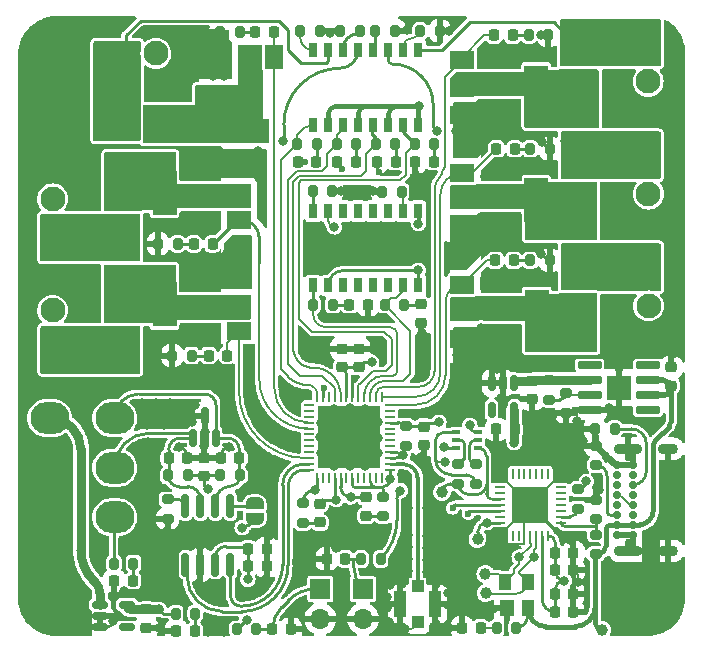
<source format=gbr>
%TF.GenerationSoftware,KiCad,Pcbnew,(6.0.1-0)*%
%TF.CreationDate,2022-08-02T20:22:24+01:00*%
%TF.ProjectId,Mainboard,4d61696e-626f-4617-9264-2e6b69636164,rev?*%
%TF.SameCoordinates,Original*%
%TF.FileFunction,Copper,L1,Top*%
%TF.FilePolarity,Positive*%
%FSLAX46Y46*%
G04 Gerber Fmt 4.6, Leading zero omitted, Abs format (unit mm)*
G04 Created by KiCad (PCBNEW (6.0.1-0)) date 2022-08-02 20:22:24*
%MOMM*%
%LPD*%
G01*
G04 APERTURE LIST*
G04 Aperture macros list*
%AMRoundRect*
0 Rectangle with rounded corners*
0 $1 Rounding radius*
0 $2 $3 $4 $5 $6 $7 $8 $9 X,Y pos of 4 corners*
0 Add a 4 corners polygon primitive as box body*
4,1,4,$2,$3,$4,$5,$6,$7,$8,$9,$2,$3,0*
0 Add four circle primitives for the rounded corners*
1,1,$1+$1,$2,$3*
1,1,$1+$1,$4,$5*
1,1,$1+$1,$6,$7*
1,1,$1+$1,$8,$9*
0 Add four rect primitives between the rounded corners*
20,1,$1+$1,$2,$3,$4,$5,0*
20,1,$1+$1,$4,$5,$6,$7,0*
20,1,$1+$1,$6,$7,$8,$9,0*
20,1,$1+$1,$8,$9,$2,$3,0*%
%AMFreePoly0*
4,1,22,0.500000,-0.750000,0.000000,-0.750000,0.000000,-0.745033,-0.079941,-0.743568,-0.215256,-0.701293,-0.333266,-0.622738,-0.424486,-0.514219,-0.481581,-0.384460,-0.499164,-0.250000,-0.500000,-0.250000,-0.500000,0.250000,-0.499164,0.250000,-0.499963,0.256109,-0.478152,0.396186,-0.417904,0.524511,-0.324060,0.630769,-0.204165,0.706417,-0.067858,0.745374,0.000000,0.744959,0.000000,0.750000,
0.500000,0.750000,0.500000,-0.750000,0.500000,-0.750000,$1*%
%AMFreePoly1*
4,1,20,0.000000,0.744959,0.073905,0.744508,0.209726,0.703889,0.328688,0.626782,0.421226,0.519385,0.479903,0.390333,0.500000,0.250000,0.500000,-0.250000,0.499851,-0.262216,0.476331,-0.402017,0.414519,-0.529596,0.319384,-0.634700,0.198574,-0.708877,0.061801,-0.746166,0.000000,-0.745033,0.000000,-0.750000,-0.500000,-0.750000,-0.500000,0.750000,0.000000,0.750000,0.000000,0.744959,
0.000000,0.744959,$1*%
G04 Aperture macros list end*
%TA.AperFunction,SMDPad,CuDef*%
%ADD10RoundRect,0.200000X-0.200000X-0.275000X0.200000X-0.275000X0.200000X0.275000X-0.200000X0.275000X0*%
%TD*%
%TA.AperFunction,SMDPad,CuDef*%
%ADD11RoundRect,0.218750X-0.218750X-0.256250X0.218750X-0.256250X0.218750X0.256250X-0.218750X0.256250X0*%
%TD*%
%TA.AperFunction,ComponentPad*%
%ADD12C,0.700000*%
%TD*%
%TA.AperFunction,ComponentPad*%
%ADD13O,2.400000X0.900000*%
%TD*%
%TA.AperFunction,ComponentPad*%
%ADD14O,1.700000X0.900000*%
%TD*%
%TA.AperFunction,ComponentPad*%
%ADD15R,1.700000X1.700000*%
%TD*%
%TA.AperFunction,ComponentPad*%
%ADD16O,1.700000X1.700000*%
%TD*%
%TA.AperFunction,SMDPad,CuDef*%
%ADD17RoundRect,0.225000X-0.225000X-0.250000X0.225000X-0.250000X0.225000X0.250000X-0.225000X0.250000X0*%
%TD*%
%TA.AperFunction,SMDPad,CuDef*%
%ADD18C,1.000000*%
%TD*%
%TA.AperFunction,SMDPad,CuDef*%
%ADD19RoundRect,0.225000X0.250000X-0.225000X0.250000X0.225000X-0.250000X0.225000X-0.250000X-0.225000X0*%
%TD*%
%TA.AperFunction,SMDPad,CuDef*%
%ADD20R,1.000000X1.000000*%
%TD*%
%TA.AperFunction,SMDPad,CuDef*%
%ADD21R,1.050000X2.200000*%
%TD*%
%TA.AperFunction,SMDPad,CuDef*%
%ADD22RoundRect,0.200000X0.275000X-0.200000X0.275000X0.200000X-0.275000X0.200000X-0.275000X-0.200000X0*%
%TD*%
%TA.AperFunction,SMDPad,CuDef*%
%ADD23RoundRect,0.225000X0.225000X0.250000X-0.225000X0.250000X-0.225000X-0.250000X0.225000X-0.250000X0*%
%TD*%
%TA.AperFunction,SMDPad,CuDef*%
%ADD24R,1.500000X2.000000*%
%TD*%
%TA.AperFunction,SMDPad,CuDef*%
%ADD25R,3.800000X2.000000*%
%TD*%
%TA.AperFunction,SMDPad,CuDef*%
%ADD26RoundRect,0.218750X0.218750X0.256250X-0.218750X0.256250X-0.218750X-0.256250X0.218750X-0.256250X0*%
%TD*%
%TA.AperFunction,ComponentPad*%
%ADD27R,2.100000X2.100000*%
%TD*%
%TA.AperFunction,ComponentPad*%
%ADD28C,2.100000*%
%TD*%
%TA.AperFunction,SMDPad,CuDef*%
%ADD29RoundRect,0.200000X0.200000X0.275000X-0.200000X0.275000X-0.200000X-0.275000X0.200000X-0.275000X0*%
%TD*%
%TA.AperFunction,SMDPad,CuDef*%
%ADD30RoundRect,0.218750X0.256250X-0.218750X0.256250X0.218750X-0.256250X0.218750X-0.256250X-0.218750X0*%
%TD*%
%TA.AperFunction,SMDPad,CuDef*%
%ADD31R,2.000000X1.500000*%
%TD*%
%TA.AperFunction,SMDPad,CuDef*%
%ADD32R,2.000000X3.800000*%
%TD*%
%TA.AperFunction,SMDPad,CuDef*%
%ADD33R,0.800000X1.300000*%
%TD*%
%TA.AperFunction,SMDPad,CuDef*%
%ADD34RoundRect,0.225000X-0.250000X0.225000X-0.250000X-0.225000X0.250000X-0.225000X0.250000X0.225000X0*%
%TD*%
%TA.AperFunction,SMDPad,CuDef*%
%ADD35R,0.950000X1.000000*%
%TD*%
%TA.AperFunction,SMDPad,CuDef*%
%ADD36R,3.200000X4.900000*%
%TD*%
%TA.AperFunction,SMDPad,CuDef*%
%ADD37RoundRect,0.150000X0.150000X-0.587500X0.150000X0.587500X-0.150000X0.587500X-0.150000X-0.587500X0*%
%TD*%
%TA.AperFunction,SMDPad,CuDef*%
%ADD38RoundRect,0.218750X-0.256250X0.218750X-0.256250X-0.218750X0.256250X-0.218750X0.256250X0.218750X0*%
%TD*%
%TA.AperFunction,SMDPad,CuDef*%
%ADD39RoundRect,0.150000X-0.512500X-0.150000X0.512500X-0.150000X0.512500X0.150000X-0.512500X0.150000X0*%
%TD*%
%TA.AperFunction,ComponentPad*%
%ADD40C,5.600000*%
%TD*%
%TA.AperFunction,SMDPad,CuDef*%
%ADD41RoundRect,0.200000X-0.275000X0.200000X-0.275000X-0.200000X0.275000X-0.200000X0.275000X0.200000X0*%
%TD*%
%TA.AperFunction,SMDPad,CuDef*%
%ADD42RoundRect,0.062500X0.337500X0.062500X-0.337500X0.062500X-0.337500X-0.062500X0.337500X-0.062500X0*%
%TD*%
%TA.AperFunction,SMDPad,CuDef*%
%ADD43RoundRect,0.062500X0.062500X0.337500X-0.062500X0.337500X-0.062500X-0.337500X0.062500X-0.337500X0*%
%TD*%
%TA.AperFunction,SMDPad,CuDef*%
%ADD44R,5.300000X5.300000*%
%TD*%
%TA.AperFunction,SMDPad,CuDef*%
%ADD45RoundRect,0.150000X0.150000X-0.825000X0.150000X0.825000X-0.150000X0.825000X-0.150000X-0.825000X0*%
%TD*%
%TA.AperFunction,SMDPad,CuDef*%
%ADD46R,0.254000X0.900000*%
%TD*%
%TA.AperFunction,SMDPad,CuDef*%
%ADD47R,0.900000X0.254000*%
%TD*%
%TA.AperFunction,SMDPad,CuDef*%
%ADD48R,3.100000X3.100000*%
%TD*%
%TA.AperFunction,ComponentPad*%
%ADD49RoundRect,0.250001X1.399999X-1.099999X1.399999X1.099999X-1.399999X1.099999X-1.399999X-1.099999X0*%
%TD*%
%TA.AperFunction,ComponentPad*%
%ADD50O,3.300000X2.700000*%
%TD*%
%TA.AperFunction,SMDPad,CuDef*%
%ADD51R,1.000000X0.950000*%
%TD*%
%TA.AperFunction,SMDPad,CuDef*%
%ADD52R,4.900000X3.200000*%
%TD*%
%TA.AperFunction,SMDPad,CuDef*%
%ADD53R,0.650000X0.400000*%
%TD*%
%TA.AperFunction,SMDPad,CuDef*%
%ADD54FreePoly0,90.000000*%
%TD*%
%TA.AperFunction,SMDPad,CuDef*%
%ADD55FreePoly1,90.000000*%
%TD*%
%TA.AperFunction,SMDPad,CuDef*%
%ADD56RoundRect,0.150000X-0.150000X0.512500X-0.150000X-0.512500X0.150000X-0.512500X0.150000X0.512500X0*%
%TD*%
%TA.AperFunction,SMDPad,CuDef*%
%ADD57RoundRect,0.042000X0.943000X0.258000X-0.943000X0.258000X-0.943000X-0.258000X0.943000X-0.258000X0*%
%TD*%
%TA.AperFunction,SMDPad,CuDef*%
%ADD58R,2.150000X2.150000*%
%TD*%
%TA.AperFunction,SMDPad,CuDef*%
%ADD59R,1.200000X1.400000*%
%TD*%
%TA.AperFunction,SMDPad,CuDef*%
%ADD60R,1.000000X1.400000*%
%TD*%
%TA.AperFunction,ViaPad*%
%ADD61C,0.600000*%
%TD*%
%TA.AperFunction,ViaPad*%
%ADD62C,0.800000*%
%TD*%
%TA.AperFunction,Conductor*%
%ADD63C,0.200000*%
%TD*%
%TA.AperFunction,Conductor*%
%ADD64C,0.250000*%
%TD*%
%TA.AperFunction,Conductor*%
%ADD65C,0.550000*%
%TD*%
%TA.AperFunction,Conductor*%
%ADD66C,0.450000*%
%TD*%
%TA.AperFunction,Conductor*%
%ADD67C,0.500000*%
%TD*%
%TA.AperFunction,Conductor*%
%ADD68C,0.800000*%
%TD*%
%TA.AperFunction,Conductor*%
%ADD69C,0.400000*%
%TD*%
%TA.AperFunction,Conductor*%
%ADD70C,0.359619*%
%TD*%
G04 APERTURE END LIST*
D10*
%TO.P,R522,1*%
%TO.N,/Cont 2*%
X145425000Y-80550000D03*
%TO.P,R522,2*%
%TO.N,Net-(D523-Pad2)*%
X147075000Y-80550000D03*
%TD*%
%TO.P,R8,1*%
%TO.N,+24V*%
X126541863Y-116063272D03*
%TO.P,R8,2*%
%TO.N,Net-(D5-Pad2)*%
X128191863Y-116063272D03*
%TD*%
D11*
%TO.P,Firing1,1,K*%
%TO.N,Net-(Firing1-Pad1)*%
X134562500Y-98450000D03*
%TO.P,Firing1,2,A*%
%TO.N,/Nuke 1*%
X136137500Y-98450000D03*
%TD*%
D12*
%TO.P,J8,A1,GND*%
%TO.N,GND*%
X169125000Y-113650000D03*
%TO.P,J8,A4,VBUS*%
%TO.N,VBUS*%
X169125000Y-112800000D03*
%TO.P,J8,A5,CC1*%
%TO.N,Net-(J8-PadA5)*%
X169125000Y-111950000D03*
%TO.P,J8,A6,D+*%
%TO.N,/Data+*%
X169125000Y-111100000D03*
%TO.P,J8,A7,D-*%
%TO.N,/Data-*%
X169125000Y-110250000D03*
%TO.P,J8,A8,SBU1*%
%TO.N,unconnected-(J8-PadA8)*%
X169125000Y-109400000D03*
%TO.P,J8,A9,VBUS*%
%TO.N,VBUS*%
X169125000Y-108550000D03*
%TO.P,J8,A12,GND*%
%TO.N,GND*%
X169125000Y-107700000D03*
%TO.P,J8,B1,GND*%
X170475000Y-107700000D03*
%TO.P,J8,B4,VBUS*%
%TO.N,VBUS*%
X170475000Y-108550000D03*
%TO.P,J8,B5,CC2*%
%TO.N,Net-(J8-PadB5)*%
X170475000Y-109400000D03*
%TO.P,J8,B6,D+*%
%TO.N,/Data+*%
X170475000Y-110250000D03*
%TO.P,J8,B7,D-*%
%TO.N,/Data-*%
X170475000Y-111100000D03*
%TO.P,J8,B8,SBU2*%
%TO.N,unconnected-(J8-PadB8)*%
X170475000Y-111950000D03*
%TO.P,J8,B9,VBUS*%
%TO.N,VBUS*%
X170475000Y-112800000D03*
%TO.P,J8,B12,GND*%
%TO.N,GND*%
X170475000Y-113650000D03*
D13*
%TO.P,J8,S1,SHIELD*%
X170105000Y-115000000D03*
X170105000Y-106350000D03*
D14*
X173485000Y-106350000D03*
X173485000Y-115000000D03*
%TD*%
D15*
%TO.P,J10,1,Pin_1*%
%TO.N,Net-(C3-Pad1)*%
X144025000Y-118200000D03*
D16*
%TO.P,J10,2,Pin_2*%
%TO.N,GND*%
X144025000Y-120740000D03*
%TD*%
D17*
%TO.P,C24,1*%
%TO.N,+3V3*%
X137912779Y-116267067D03*
%TO.P,C24,2*%
%TO.N,GND*%
X139462779Y-116267067D03*
%TD*%
D18*
%TO.P,TP5,1,1*%
%TO.N,/DTR*%
X157325000Y-113975000D03*
%TD*%
D10*
%TO.P,R6,1*%
%TO.N,GND*%
X167275058Y-104667284D03*
%TO.P,R6,2*%
%TO.N,Net-(J8-PadB5)*%
X168925058Y-104667284D03*
%TD*%
D11*
%TO.P,D523,1,K*%
%TO.N,GND*%
X145462500Y-82050000D03*
%TO.P,D523,2,A*%
%TO.N,Net-(D523-Pad2)*%
X147037500Y-82050000D03*
%TD*%
%TO.P,D543,1,K*%
%TO.N,GND*%
X152062500Y-82050000D03*
%TO.P,D543,2,A*%
%TO.N,Net-(D543-Pad2)*%
X153637500Y-82050000D03*
%TD*%
D17*
%TO.P,C23,1*%
%TO.N,+3V3*%
X137912779Y-114804349D03*
%TO.P,C23,2*%
%TO.N,GND*%
X139462779Y-114804349D03*
%TD*%
D19*
%TO.P,C7,1*%
%TO.N,+3V3*%
X145820000Y-99425000D03*
%TO.P,C7,2*%
%TO.N,GND*%
X145820000Y-97875000D03*
%TD*%
D18*
%TO.P,TP2,1,1*%
%TO.N,/Data+*%
X157995400Y-116940700D03*
%TD*%
D20*
%TO.P,J11,1,In*%
%TO.N,/LNA_IN*%
X152250000Y-118000000D03*
D21*
%TO.P,J11,2,Ext*%
%TO.N,GND*%
X150775000Y-119500000D03*
X153725000Y-119500000D03*
D20*
X152250000Y-121000000D03*
%TD*%
D22*
%TO.P,R4,1*%
%TO.N,Net-(J8-PadA5)*%
X167350000Y-107725000D03*
%TO.P,R4,2*%
%TO.N,GND*%
X167350000Y-106075000D03*
%TD*%
D23*
%TO.P,C28,1*%
%TO.N,GND*%
X132734569Y-107150000D03*
%TO.P,C28,2*%
%TO.N,/CAN_HIGH*%
X131184569Y-107150000D03*
%TD*%
D24*
%TO.P,Q53,1,G*%
%TO.N,/Nuke 3*%
X140118366Y-73165295D03*
%TO.P,Q53,2,D*%
%TO.N,Net-(D532-Pad3)*%
X137818366Y-73165295D03*
%TO.P,Q53,3,S*%
%TO.N,GND*%
X135518366Y-73165295D03*
D25*
%TO.P,Q53,4,D*%
%TO.N,Net-(D532-Pad3)*%
X137818366Y-79465295D03*
%TD*%
D26*
%TO.P,Firing4,1,K*%
%TO.N,Net-(Firing4-Pad1)*%
X160287500Y-71350000D03*
%TO.P,Firing4,2,A*%
%TO.N,/Nuke 4*%
X158712500Y-71350000D03*
%TD*%
D27*
%TO.P,J2,1,Pin_1*%
%TO.N,Net-(D522-Pad1)*%
X121350000Y-87719898D03*
D28*
%TO.P,J2,2,Pin_2*%
%TO.N,+24V*%
X121350000Y-85179898D03*
%TD*%
D29*
%TO.P,R523,1*%
%TO.N,Net-(R523-Pad1)*%
X147364056Y-70941967D03*
%TO.P,R523,2*%
%TO.N,GND*%
X145714056Y-70941967D03*
%TD*%
%TO.P,R531,1*%
%TO.N,Net-(Firing3-Pad1)*%
X137175000Y-71100000D03*
%TO.P,R531,2*%
%TO.N,GND*%
X135525000Y-71100000D03*
%TD*%
D10*
%TO.P,R553,1*%
%TO.N,Net-(R553-Pad1)*%
X148670255Y-70935783D03*
%TO.P,R553,2*%
%TO.N,GND*%
X150320255Y-70935783D03*
%TD*%
D27*
%TO.P,J1,1,Pin_1*%
%TO.N,Net-(D512-Pad1)*%
X121350000Y-97170000D03*
D28*
%TO.P,J1,2,Pin_2*%
%TO.N,+24V*%
X121350000Y-94630000D03*
%TD*%
D30*
%TO.P,D563,1,K*%
%TO.N,GND*%
X152550000Y-95697500D03*
%TO.P,D563,2,A*%
%TO.N,Net-(D563-Pad2)*%
X152550000Y-94122500D03*
%TD*%
D10*
%TO.P,R543,1*%
%TO.N,Net-(R543-Pad1)*%
X152475000Y-70970000D03*
%TO.P,R543,2*%
%TO.N,GND*%
X154125000Y-70970000D03*
%TD*%
D26*
%TO.P,Firing5,1,K*%
%TO.N,Net-(Firing5-Pad1)*%
X160487500Y-80950000D03*
%TO.P,Firing5,2,A*%
%TO.N,/Nuke 5*%
X158912500Y-80950000D03*
%TD*%
D29*
%TO.P,R563,1*%
%TO.N,Net-(R563-Pad1)*%
X150895000Y-84570000D03*
%TO.P,R563,2*%
%TO.N,GND*%
X149245000Y-84570000D03*
%TD*%
D15*
%TO.P,J9,1,Pin_1*%
%TO.N,Net-(C1-Pad1)*%
X147637500Y-118200000D03*
D16*
%TO.P,J9,2,Pin_2*%
%TO.N,GND*%
X147637500Y-120740000D03*
%TD*%
D11*
%TO.P,Firing3,1,K*%
%TO.N,Net-(Firing3-Pad1)*%
X138521506Y-71099898D03*
%TO.P,Firing3,2,A*%
%TO.N,/Nuke 3*%
X140096506Y-71099898D03*
%TD*%
D26*
%TO.P,D513,1,K*%
%TO.N,GND*%
X148037500Y-94160000D03*
%TO.P,D513,2,A*%
%TO.N,Net-(D513-Pad2)*%
X146462500Y-94160000D03*
%TD*%
D17*
%TO.P,C3,1*%
%TO.N,Net-(C3-Pad1)*%
X139966949Y-121627127D03*
%TO.P,C3,2*%
%TO.N,GND*%
X141516949Y-121627127D03*
%TD*%
D31*
%TO.P,Q54,1,G*%
%TO.N,/Nuke 4*%
X155997263Y-73462919D03*
%TO.P,Q54,2,D*%
%TO.N,Net-(D542-Pad3)*%
X155997263Y-75762919D03*
%TO.P,Q54,3,S*%
%TO.N,GND*%
X155997263Y-78062919D03*
D32*
%TO.P,Q54,4,D*%
%TO.N,Net-(D542-Pad3)*%
X162297263Y-75762919D03*
%TD*%
D29*
%TO.P,R7,1*%
%TO.N,VBUS*%
X160602478Y-121499826D03*
%TO.P,R7,2*%
%TO.N,Net-(D6-Pad2)*%
X158952478Y-121499826D03*
%TD*%
D33*
%TO.P,U1,1*%
%TO.N,Net-(D542-Pad1)*%
X152310000Y-72600000D03*
%TO.P,U1,2*%
%TO.N,Net-(R543-Pad1)*%
X151030000Y-72600000D03*
%TO.P,U1,3*%
%TO.N,Net-(D552-Pad1)*%
X149770000Y-72600000D03*
%TO.P,U1,4*%
%TO.N,Net-(R553-Pad1)*%
X148500000Y-72600000D03*
%TO.P,U1,5*%
%TO.N,Net-(D522-Pad1)*%
X147220000Y-72600000D03*
%TO.P,U1,6*%
%TO.N,Net-(R523-Pad1)*%
X145950000Y-72600000D03*
%TO.P,U1,7*%
%TO.N,Net-(D532-Pad1)*%
X144690000Y-72600000D03*
%TO.P,U1,8*%
%TO.N,Net-(R533-Pad1)*%
X143410000Y-72600000D03*
%TO.P,U1,9*%
%TO.N,/Cont 3*%
X143410000Y-78900000D03*
%TO.P,U1,10*%
%TO.N,+3V3*%
X144690000Y-78900000D03*
%TO.P,U1,11*%
%TO.N,/Cont 2*%
X145950000Y-78900000D03*
%TO.P,U1,12*%
%TO.N,+3V3*%
X147220000Y-78900000D03*
%TO.P,U1,13*%
%TO.N,/Cont 5*%
X148500000Y-78900000D03*
%TO.P,U1,14*%
%TO.N,+3V3*%
X149770000Y-78900000D03*
%TO.P,U1,15*%
%TO.N,/Cont 4*%
X151030000Y-78900000D03*
%TO.P,U1,16*%
%TO.N,+3V3*%
X152310000Y-78900000D03*
%TD*%
D27*
%TO.P,J3,1,Pin_1*%
%TO.N,Net-(D532-Pad1)*%
X127555102Y-72866006D03*
D28*
%TO.P,J3,2,Pin_2*%
%TO.N,+24V*%
X130095102Y-72866006D03*
%TD*%
D34*
%TO.P,C4,1*%
%TO.N,+3V3*%
X129295916Y-119946021D03*
%TO.P,C4,2*%
%TO.N,GND*%
X129295916Y-121496021D03*
%TD*%
D19*
%TO.P,C17,1*%
%TO.N,GND*%
X161918620Y-102151736D03*
%TO.P,C17,2*%
%TO.N,Net-(C17-Pad2)*%
X161918620Y-100601736D03*
%TD*%
%TO.P,C27,1*%
%TO.N,/Vref*%
X134175000Y-108675000D03*
%TO.P,C27,2*%
%TO.N,GND*%
X134175000Y-107125000D03*
%TD*%
D34*
%TO.P,C6,1*%
%TO.N,GND*%
X173725000Y-99450000D03*
%TO.P,C6,2*%
%TO.N,VBUS*%
X173725000Y-101000000D03*
%TD*%
D35*
%TO.P,D562,1,A*%
%TO.N,Net-(D562-Pad1)*%
X164854899Y-91299999D03*
%TO.P,D562,2,A*%
X166794899Y-91299999D03*
D36*
%TO.P,D562,3,K*%
%TO.N,Net-(D562-Pad3)*%
X165824899Y-95649999D03*
%TD*%
D37*
%TO.P,D7,1,A1*%
%TO.N,/CAN_HIGH*%
X133275000Y-105437500D03*
%TO.P,D7,2,A2*%
%TO.N,/CAN_LOW*%
X135175000Y-105437500D03*
%TO.P,D7,3,common*%
%TO.N,GND*%
X134225000Y-103562500D03*
%TD*%
D38*
%TO.P,D1,1,K*%
%TO.N,/RXD*%
X147875000Y-110437500D03*
%TO.P,D1,2,A*%
%TO.N,Net-(D1-Pad2)*%
X147875000Y-112012500D03*
%TD*%
D39*
%TO.P,U2,1,IN*%
%TO.N,Net-(J7-Pad3)*%
X125362500Y-119550000D03*
%TO.P,U2,2,GND*%
%TO.N,GND*%
X125362500Y-120500000D03*
%TO.P,U2,3,CTL*%
X125362500Y-121450000D03*
%TO.P,U2,4,STAT*%
%TO.N,unconnected-(U2-Pad4)*%
X127637500Y-121450000D03*
%TO.P,U2,5,OUT*%
%TO.N,+3V3*%
X127637500Y-119550000D03*
%TD*%
D18*
%TO.P,TP4,1,1*%
%TO.N,/RTS*%
X154319600Y-110009300D03*
%TD*%
D31*
%TO.P,Q55,1,G*%
%TO.N,/Nuke 5*%
X156013921Y-83000765D03*
%TO.P,Q55,2,D*%
%TO.N,Net-(D552-Pad3)*%
X156013921Y-85300765D03*
%TO.P,Q55,3,S*%
%TO.N,GND*%
X156013921Y-87600765D03*
D32*
%TO.P,Q55,4,D*%
%TO.N,Net-(D552-Pad3)*%
X162313921Y-85300765D03*
%TD*%
D40*
%TO.P,H3,1,1*%
%TO.N,GND*%
X121310400Y-118986300D03*
%TD*%
D29*
%TO.P,R511,1*%
%TO.N,Net-(Firing1-Pad1)*%
X133125000Y-98450000D03*
%TO.P,R511,2*%
%TO.N,GND*%
X131475000Y-98450000D03*
%TD*%
D22*
%TO.P,R14,1*%
%TO.N,+3V3*%
X151300000Y-106075000D03*
%TO.P,R14,2*%
%TO.N,/EN*%
X151300000Y-104425000D03*
%TD*%
D40*
%TO.P,H2,1,1*%
%TO.N,GND*%
X171310400Y-119030000D03*
%TD*%
D41*
%TO.P,R11,1*%
%TO.N,Net-(Q1-Pad2)*%
X157169600Y-107659300D03*
%TO.P,R11,2*%
%TO.N,/DTR*%
X157169600Y-109309300D03*
%TD*%
D23*
%TO.P,C20,1*%
%TO.N,GND*%
X165419600Y-120158700D03*
%TO.P,C20,2*%
%TO.N,+3V3*%
X163869600Y-120158700D03*
%TD*%
%TO.P,C25,1*%
%TO.N,GND*%
X165419600Y-118609300D03*
%TO.P,C25,2*%
%TO.N,+3V3*%
X163869600Y-118609300D03*
%TD*%
D10*
%TO.P,R562,1*%
%TO.N,/Cont 6*%
X149475000Y-94160000D03*
%TO.P,R562,2*%
%TO.N,Net-(D563-Pad2)*%
X151125000Y-94160000D03*
%TD*%
D42*
%TO.P,GND1,1,VDDA*%
%TO.N,+3V3*%
X149931800Y-108134600D03*
%TO.P,GND1,2,LNA_IN*%
%TO.N,/LNA_IN*%
X149931800Y-107634600D03*
%TO.P,GND1,3,VDDA3P3*%
%TO.N,+3V3*%
X149931800Y-107134600D03*
%TO.P,GND1,4,VDDA3P3*%
X149931800Y-106634600D03*
%TO.P,GND1,5,SENSOR_VP*%
%TO.N,unconnected-(GND1-Pad5)*%
X149931800Y-106134600D03*
%TO.P,GND1,6,SENSOR_CAPP*%
%TO.N,unconnected-(GND1-Pad6)*%
X149931800Y-105634600D03*
%TO.P,GND1,7,SENSOR_CAPN*%
%TO.N,unconnected-(GND1-Pad7)*%
X149931800Y-105134600D03*
%TO.P,GND1,8,SENSOR_VN*%
%TO.N,unconnected-(GND1-Pad8)*%
X149931800Y-104634600D03*
%TO.P,GND1,9,EN*%
%TO.N,/EN*%
X149931800Y-104134600D03*
%TO.P,GND1,10,IO34*%
%TO.N,unconnected-(GND1-Pad10)*%
X149931800Y-103634600D03*
%TO.P,GND1,11,IO35*%
%TO.N,unconnected-(GND1-Pad11)*%
X149931800Y-103134600D03*
%TO.P,GND1,12,IO32*%
%TO.N,/Nuke 6*%
X149931800Y-102634600D03*
D43*
%TO.P,GND1,13,IO33*%
%TO.N,/Nuke 5*%
X149231800Y-101934600D03*
%TO.P,GND1,14,IO25*%
%TO.N,/Nuke 4*%
X148731800Y-101934600D03*
%TO.P,GND1,15,IO26*%
%TO.N,/Cont 6*%
X148231800Y-101934600D03*
%TO.P,GND1,16,IO27*%
%TO.N,/Cont 1*%
X147731800Y-101934600D03*
%TO.P,GND1,17,IO14*%
%TO.N,/Cont 4*%
X147231800Y-101934600D03*
%TO.P,GND1,18,IO12*%
%TO.N,GND*%
X146731800Y-101934600D03*
%TO.P,GND1,19,VDD3P3_RTC*%
%TO.N,+3V3*%
X146231800Y-101934600D03*
%TO.P,GND1,20,IO13*%
%TO.N,/Cont 5*%
X145731800Y-101934600D03*
%TO.P,GND1,21,IO15*%
%TO.N,/Cont 2*%
X145231800Y-101934600D03*
%TO.P,GND1,22,IO2*%
%TO.N,unconnected-(GND1-Pad22)*%
X144731800Y-101934600D03*
%TO.P,GND1,23,IO0*%
%TO.N,/BOOT*%
X144231800Y-101934600D03*
%TO.P,GND1,24,IO4*%
%TO.N,/Cont 3*%
X143731800Y-101934600D03*
D42*
%TO.P,GND1,25,IO16*%
%TO.N,unconnected-(GND1-Pad25)*%
X143031800Y-102634600D03*
%TO.P,GND1,26,VDD_SDIO*%
%TO.N,unconnected-(GND1-Pad26)*%
X143031800Y-103134600D03*
%TO.P,GND1,27,IO17*%
%TO.N,unconnected-(GND1-Pad27)*%
X143031800Y-103634600D03*
%TO.P,GND1,28,SD2/IO9*%
%TO.N,/Nuke 3*%
X143031800Y-104134600D03*
%TO.P,GND1,29,SD3/IO10*%
%TO.N,/Nuke 2*%
X143031800Y-104634600D03*
%TO.P,GND1,30,CMD*%
%TO.N,unconnected-(GND1-Pad30)*%
X143031800Y-105134600D03*
%TO.P,GND1,31,CLK*%
%TO.N,unconnected-(GND1-Pad31)*%
X143031800Y-105634600D03*
%TO.P,GND1,32,SD0*%
%TO.N,unconnected-(GND1-Pad32)*%
X143031800Y-106134600D03*
%TO.P,GND1,33,SD1*%
%TO.N,unconnected-(GND1-Pad33)*%
X143031800Y-106634600D03*
%TO.P,GND1,34,IO5*%
%TO.N,/Nuke 1*%
X143031800Y-107134600D03*
%TO.P,GND1,35,IO18*%
%TO.N,/CAN_RX*%
X143031800Y-107634600D03*
%TO.P,GND1,36,IO23*%
%TO.N,/CAN_TX*%
X143031800Y-108134600D03*
D43*
%TO.P,GND1,37,VDD3P3_CPU*%
%TO.N,+3V3*%
X143731800Y-108834600D03*
%TO.P,GND1,38,IO19*%
%TO.N,unconnected-(GND1-Pad38)*%
X144231800Y-108834600D03*
%TO.P,GND1,39,IO22*%
%TO.N,unconnected-(GND1-Pad39)*%
X144731800Y-108834600D03*
%TO.P,GND1,40,U0RXD/IO3*%
%TO.N,/TXD*%
X145231800Y-108834600D03*
%TO.P,GND1,41,U0TXD/IO1*%
%TO.N,/RXD*%
X145731800Y-108834600D03*
%TO.P,GND1,42,IO21*%
%TO.N,unconnected-(GND1-Pad42)*%
X146231800Y-108834600D03*
%TO.P,GND1,43,VDDA*%
%TO.N,+3V3*%
X146731800Y-108834600D03*
%TO.P,GND1,44,XTAL_N_NC*%
%TO.N,unconnected-(GND1-Pad44)*%
X147231800Y-108834600D03*
%TO.P,GND1,45,XTAL_P_NC*%
%TO.N,unconnected-(GND1-Pad45)*%
X147731800Y-108834600D03*
%TO.P,GND1,46,VDDA*%
%TO.N,+3V3*%
X148231800Y-108834600D03*
%TO.P,GND1,47,CAP2_NC*%
%TO.N,unconnected-(GND1-Pad47)*%
X148731800Y-108834600D03*
%TO.P,GND1,48,CAP1_NC*%
%TO.N,unconnected-(GND1-Pad48)*%
X149231800Y-108834600D03*
D44*
%TO.P,GND1,49,GND*%
%TO.N,GND*%
X146481800Y-105384600D03*
%TD*%
D45*
%TO.P,U5,1,D*%
%TO.N,/CAN_TX*%
X132600696Y-116150000D03*
%TO.P,U5,2,GND*%
%TO.N,GND*%
X133870696Y-116150000D03*
%TO.P,U5,3,VCC*%
%TO.N,+3V3*%
X135140696Y-116150000D03*
%TO.P,U5,4,R*%
%TO.N,/CAN_RX*%
X136410696Y-116150000D03*
%TO.P,U5,5,Vref*%
%TO.N,Net-(JP1-Pad2)*%
X136410696Y-111200000D03*
%TO.P,U5,6,CANL*%
%TO.N,/CAN_LOW*%
X135140696Y-111200000D03*
%TO.P,U5,7,CANH*%
%TO.N,/CAN_HIGH*%
X133870696Y-111200000D03*
%TO.P,U5,8,Rs*%
%TO.N,Net-(R18-Pad1)*%
X132600696Y-111200000D03*
%TD*%
D35*
%TO.P,D522,1,A*%
%TO.N,Net-(D522-Pad1)*%
X128308100Y-88125000D03*
%TO.P,D522,2,A*%
X126368100Y-88125000D03*
D36*
%TO.P,D522,3,K*%
%TO.N,Net-(D522-Pad3)*%
X127338100Y-83775000D03*
%TD*%
D27*
%TO.P,J6,1,Pin_1*%
%TO.N,Net-(D562-Pad1)*%
X171812999Y-91705101D03*
D28*
%TO.P,J6,2,Pin_2*%
%TO.N,+24V*%
X171812999Y-94245101D03*
%TD*%
D46*
%TO.P,U6,1,DCD*%
%TO.N,unconnected-(U6-Pad1)*%
X160300000Y-113690000D03*
%TO.P,U6,2,RI*%
%TO.N,unconnected-(U6-Pad2)*%
X160800000Y-113690000D03*
%TO.P,U6,3,GND*%
%TO.N,GND*%
X161300000Y-113690000D03*
%TO.P,U6,4,D+*%
%TO.N,/Data+*%
X161800000Y-113690000D03*
%TO.P,U6,5,D-*%
%TO.N,/Data-*%
X162300000Y-113690000D03*
%TO.P,U6,6,VDD*%
%TO.N,+3V3*%
X162800000Y-113690000D03*
%TO.P,U6,7,REGIN*%
X163300000Y-113690000D03*
D47*
%TO.P,U6,8,VBUS*%
%TO.N,Net-(R19-Pad2)*%
X164390000Y-112600000D03*
%TO.P,U6,9,~{RST}*%
%TO.N,Net-(R23-Pad2)*%
X164390000Y-112100000D03*
%TO.P,U6,10,NC*%
%TO.N,unconnected-(U6-Pad10)*%
X164390000Y-111600000D03*
%TO.P,U6,11,~{SUSPEND}*%
%TO.N,unconnected-(U6-Pad11)*%
X164390000Y-111100000D03*
%TO.P,U6,12,SUSPEND*%
%TO.N,unconnected-(U6-Pad12)*%
X164390000Y-110600000D03*
%TO.P,U6,13,NC@1*%
%TO.N,unconnected-(U6-Pad13)*%
X164390000Y-110100000D03*
%TO.P,U6,14,NC@2*%
%TO.N,unconnected-(U6-Pad14)*%
X164390000Y-109600000D03*
D46*
%TO.P,U6,15,NC@3*%
%TO.N,unconnected-(U6-Pad15)*%
X163300000Y-108510000D03*
%TO.P,U6,16,NC@4*%
%TO.N,unconnected-(U6-Pad16)*%
X162800000Y-108510000D03*
%TO.P,U6,17,NC@5*%
%TO.N,unconnected-(U6-Pad17)*%
X162300000Y-108510000D03*
%TO.P,U6,18,NC/VPP*%
%TO.N,unconnected-(U6-Pad18)*%
X161800000Y-108510000D03*
%TO.P,U6,19,NC@6*%
%TO.N,unconnected-(U6-Pad19)*%
X161300000Y-108510000D03*
%TO.P,U6,20,NC@7*%
%TO.N,unconnected-(U6-Pad20)*%
X160800000Y-108510000D03*
%TO.P,U6,21,NC@8*%
%TO.N,unconnected-(U6-Pad21)*%
X160300000Y-108510000D03*
D47*
%TO.P,U6,22,NC@9*%
%TO.N,unconnected-(U6-Pad22)*%
X159210000Y-109600000D03*
%TO.P,U6,23,CTS*%
%TO.N,unconnected-(U6-Pad23)*%
X159210000Y-110100000D03*
%TO.P,U6,24,RTS*%
%TO.N,/RTS*%
X159210000Y-110600000D03*
%TO.P,U6,25,RXD*%
%TO.N,/RXD*%
X159210000Y-111100000D03*
%TO.P,U6,26,TXD*%
%TO.N,/TXD*%
X159210000Y-111600000D03*
%TO.P,U6,27,DSR*%
%TO.N,unconnected-(U6-Pad27)*%
X159210000Y-112100000D03*
%TO.P,U6,28,DTR*%
%TO.N,/DTR*%
X159210000Y-112600000D03*
D48*
%TO.P,U6,29,GND@1*%
%TO.N,GND*%
X161800000Y-111100000D03*
%TD*%
D41*
%TO.P,R5,1*%
%TO.N,Net-(Q1-Pad5)*%
X155694600Y-107659300D03*
%TO.P,R5,2*%
%TO.N,/RTS*%
X155694600Y-109309300D03*
%TD*%
D11*
%TO.P,D553,1,K*%
%TO.N,GND*%
X148812500Y-82050000D03*
%TO.P,D553,2,A*%
%TO.N,Net-(D553-Pad2)*%
X150387500Y-82050000D03*
%TD*%
D29*
%TO.P,R521,1*%
%TO.N,Net-(R521-Pad1)*%
X131925000Y-89000000D03*
%TO.P,R521,2*%
%TO.N,GND*%
X130275000Y-89000000D03*
%TD*%
D49*
%TO.P,J7,1,Pin_1*%
%TO.N,GND*%
X121100000Y-112150000D03*
D50*
%TO.P,J7,2,Pin_2*%
X121100000Y-107950000D03*
%TO.P,J7,3,Pin_3*%
%TO.N,Net-(J7-Pad3)*%
X121100000Y-103750000D03*
%TO.P,J7,4,Pin_4*%
%TO.N,+24V*%
X126600000Y-112150000D03*
%TO.P,J7,5,Pin_5*%
%TO.N,/CAN_HIGH*%
X126600000Y-107950000D03*
%TO.P,J7,6,Pin_6*%
%TO.N,/CAN_LOW*%
X126600000Y-103750000D03*
%TD*%
D17*
%TO.P,C29,1*%
%TO.N,GND*%
X135609189Y-107149061D03*
%TO.P,C29,2*%
%TO.N,/CAN_LOW*%
X137159189Y-107149061D03*
%TD*%
D31*
%TO.P,Q51,1,G*%
%TO.N,/Nuke 1*%
X137133342Y-96412154D03*
%TO.P,Q51,2,D*%
%TO.N,Net-(D512-Pad3)*%
X137133342Y-94112154D03*
%TO.P,Q51,3,S*%
%TO.N,GND*%
X137133342Y-91812154D03*
D32*
%TO.P,Q51,4,D*%
%TO.N,Net-(D512-Pad3)*%
X130833342Y-94112154D03*
%TD*%
D34*
%TO.P,C2,1*%
%TO.N,/EN*%
X152757010Y-104475000D03*
%TO.P,C2,2*%
%TO.N,GND*%
X152757010Y-106025000D03*
%TD*%
D11*
%TO.P,D533,1,K*%
%TO.N,GND*%
X142112500Y-82050000D03*
%TO.P,D533,2,A*%
%TO.N,Net-(D533-Pad2)*%
X143687500Y-82050000D03*
%TD*%
D41*
%TO.P,R23,1*%
%TO.N,+3V3*%
X165844600Y-109759300D03*
%TO.P,R23,2*%
%TO.N,Net-(R23-Pad2)*%
X165844600Y-111409300D03*
%TD*%
D10*
%TO.P,R533,1*%
%TO.N,Net-(R533-Pad1)*%
X142305000Y-70960000D03*
%TO.P,R533,2*%
%TO.N,GND*%
X143955000Y-70960000D03*
%TD*%
%TO.P,R561,1*%
%TO.N,Net-(Firing6-Pad1)*%
X161775000Y-90400000D03*
%TO.P,R561,2*%
%TO.N,GND*%
X163425000Y-90400000D03*
%TD*%
D31*
%TO.P,Q52,1,G*%
%TO.N,/Nuke 2*%
X137133342Y-86962052D03*
%TO.P,Q52,2,D*%
%TO.N,Net-(D522-Pad3)*%
X137133342Y-84662052D03*
%TO.P,Q52,3,S*%
%TO.N,GND*%
X137133342Y-82362052D03*
D32*
%TO.P,Q52,4,D*%
%TO.N,Net-(D522-Pad3)*%
X130833342Y-84662052D03*
%TD*%
D11*
%TO.P,D5,1,K*%
%TO.N,GND*%
X126577579Y-117515079D03*
%TO.P,D5,2,A*%
%TO.N,Net-(D5-Pad2)*%
X128152579Y-117515079D03*
%TD*%
D23*
%TO.P,C1,1*%
%TO.N,Net-(C1-Pad1)*%
X146125000Y-115675000D03*
%TO.P,C1,2*%
%TO.N,GND*%
X144575000Y-115675000D03*
%TD*%
D51*
%TO.P,D532,1,A*%
%TO.N,Net-(D532-Pad1)*%
X127150000Y-79824106D03*
%TO.P,D532,2,A*%
X127150000Y-77884106D03*
D52*
%TO.P,D532,3,K*%
%TO.N,Net-(D532-Pad3)*%
X131500000Y-78854106D03*
%TD*%
D10*
%TO.P,R21,1*%
%TO.N,/Vref*%
X135556848Y-108604971D03*
%TO.P,R21,2*%
%TO.N,/CAN_LOW*%
X137206848Y-108604971D03*
%TD*%
D26*
%TO.P,Firing6,2,A*%
%TO.N,/Nuke 6*%
X158812500Y-90400000D03*
%TO.P,Firing6,1,K*%
%TO.N,Net-(Firing6-Pad1)*%
X160387500Y-90400000D03*
%TD*%
D53*
%TO.P,Q1,1,E1*%
%TO.N,/RTS*%
X157369600Y-106259300D03*
%TO.P,Q1,2,B1*%
%TO.N,Net-(Q1-Pad2)*%
X157369600Y-105609300D03*
%TO.P,Q1,3,C2*%
%TO.N,/BOOT*%
X157369600Y-104959300D03*
%TO.P,Q1,4,E2*%
%TO.N,/DTR*%
X155469600Y-104959300D03*
%TO.P,Q1,5,B2*%
%TO.N,Net-(Q1-Pad5)*%
X155469600Y-105609300D03*
%TO.P,Q1,6,C1*%
%TO.N,/EN*%
X155469600Y-106259300D03*
%TD*%
D11*
%TO.P,Firing2,1,K*%
%TO.N,Net-(R521-Pad1)*%
X133312500Y-89000000D03*
%TO.P,Firing2,2,A*%
%TO.N,/Nuke 2*%
X134887500Y-89000000D03*
%TD*%
D23*
%TO.P,C26,1*%
%TO.N,GND*%
X165439642Y-116622142D03*
%TO.P,C26,2*%
%TO.N,+3V3*%
X163889642Y-116622142D03*
%TD*%
D10*
%TO.P,R513,1*%
%TO.N,Net-(R513-Pad1)*%
X143365000Y-84560000D03*
%TO.P,R513,2*%
%TO.N,GND*%
X145015000Y-84560000D03*
%TD*%
%TO.P,R541,2*%
%TO.N,GND*%
X163325000Y-71350000D03*
%TO.P,R541,1*%
%TO.N,Net-(Firing4-Pad1)*%
X161675000Y-71350000D03*
%TD*%
D23*
%TO.P,C22,1*%
%TO.N,GND*%
X165444600Y-115159300D03*
%TO.P,C22,2*%
%TO.N,+3V3*%
X163894600Y-115159300D03*
%TD*%
D10*
%TO.P,R16,1*%
%TO.N,/BOOT*%
X136956949Y-121627127D03*
%TO.P,R16,2*%
%TO.N,Net-(C3-Pad1)*%
X138606949Y-121627127D03*
%TD*%
D41*
%TO.P,R10,1*%
%TO.N,Net-(C17-Pad2)*%
X163375000Y-100550000D03*
%TO.P,R10,2*%
%TO.N,Net-(R10-Pad2)*%
X163375000Y-102200000D03*
%TD*%
D11*
%TO.P,D6,1,K*%
%TO.N,GND*%
X156022500Y-121500000D03*
%TO.P,D6,2,A*%
%TO.N,Net-(D6-Pad2)*%
X157597500Y-121500000D03*
%TD*%
D10*
%TO.P,R552,1*%
%TO.N,/Cont 5*%
X148725000Y-80550000D03*
%TO.P,R552,2*%
%TO.N,Net-(D553-Pad2)*%
X150375000Y-80550000D03*
%TD*%
D54*
%TO.P,JP1,1,A*%
%TO.N,/Vref*%
X138457290Y-112269366D03*
D55*
%TO.P,JP1,2,B*%
%TO.N,Net-(JP1-Pad2)*%
X138457290Y-110969366D03*
%TD*%
D33*
%TO.P,UF2,1*%
%TO.N,Net-(D562-Pad1)*%
X152320000Y-86220000D03*
%TO.P,UF2,2*%
%TO.N,Net-(R563-Pad1)*%
X151040000Y-86220000D03*
%TO.P,UF2,3*%
%TO.N,N/C*%
X149780000Y-86220000D03*
%TO.P,UF2,4*%
X148510000Y-86220000D03*
%TO.P,UF2,5*%
X147230000Y-86220000D03*
%TO.P,UF2,6*%
X145960000Y-86220000D03*
%TO.P,UF2,7*%
%TO.N,Net-(D512-Pad1)*%
X144700000Y-86220000D03*
%TO.P,UF2,8*%
%TO.N,Net-(R513-Pad1)*%
X143420000Y-86220000D03*
%TO.P,UF2,9*%
%TO.N,/Cont 1*%
X143420000Y-92520000D03*
%TO.P,UF2,10*%
%TO.N,+3V3*%
X144700000Y-92520000D03*
%TO.P,UF2,11*%
%TO.N,N/C*%
X145960000Y-92520000D03*
%TO.P,UF2,12*%
X147230000Y-92520000D03*
%TO.P,UF2,13*%
X148510000Y-92520000D03*
%TO.P,UF2,14*%
X149780000Y-92520000D03*
%TO.P,UF2,15*%
%TO.N,/Cont 6*%
X151040000Y-92520000D03*
%TO.P,UF2,16*%
%TO.N,+3V3*%
X152320000Y-92520000D03*
%TD*%
D41*
%TO.P,R22,1*%
%TO.N,GND*%
X167319600Y-110659300D03*
%TO.P,R22,2*%
%TO.N,Net-(R19-Pad2)*%
X167319600Y-112309300D03*
%TD*%
D35*
%TO.P,D542,1,A*%
%TO.N,Net-(D542-Pad1)*%
X164822505Y-72299971D03*
%TO.P,D542,2,A*%
X166762505Y-72299971D03*
D36*
%TO.P,D542,3,K*%
%TO.N,Net-(D542-Pad3)*%
X165792505Y-76649971D03*
%TD*%
D11*
%TO.P,D3,1,K*%
%TO.N,GND*%
X131815344Y-121756285D03*
%TO.P,D3,2,A*%
%TO.N,Net-(D3-Pad2)*%
X133390344Y-121756285D03*
%TD*%
D10*
%TO.P,R532,1*%
%TO.N,/Cont 3*%
X142075000Y-80550000D03*
%TO.P,R532,2*%
%TO.N,Net-(D533-Pad2)*%
X143725000Y-80550000D03*
%TD*%
%TO.P,R512,1*%
%TO.N,/Cont 1*%
X143415000Y-94150000D03*
%TO.P,R512,2*%
%TO.N,Net-(D513-Pad2)*%
X145065000Y-94150000D03*
%TD*%
D35*
%TO.P,D512,1,A*%
%TO.N,Net-(D512-Pad1)*%
X128308100Y-97575102D03*
%TO.P,D512,2,A*%
X126368100Y-97575102D03*
D36*
%TO.P,D512,3,K*%
%TO.N,Net-(D512-Pad3)*%
X127338100Y-93225102D03*
%TD*%
D41*
%TO.P,R12,1*%
%TO.N,Net-(R10-Pad2)*%
X164841618Y-101627616D03*
%TO.P,R12,2*%
%TO.N,GND*%
X164841618Y-103277616D03*
%TD*%
D10*
%TO.P,R551,1*%
%TO.N,Net-(Firing5-Pad1)*%
X161800000Y-80950000D03*
%TO.P,R551,2*%
%TO.N,GND*%
X163450000Y-80950000D03*
%TD*%
D41*
%TO.P,R2,1*%
%TO.N,+3V3*%
X142525200Y-110974500D03*
%TO.P,R2,2*%
%TO.N,Net-(D2-Pad2)*%
X142525200Y-112624500D03*
%TD*%
D56*
%TO.P,U4,1,IN*%
%TO.N,Net-(C17-Pad2)*%
X160433705Y-100792863D03*
%TO.P,U4,2,GND*%
%TO.N,GND*%
X159483705Y-100792863D03*
%TO.P,U4,3,CTL*%
X158533705Y-100792863D03*
%TO.P,U4,4,STAT*%
%TO.N,unconnected-(U4-Pad4)*%
X158533705Y-103067863D03*
%TO.P,U4,5,OUT*%
%TO.N,+3V3*%
X160433705Y-103067863D03*
%TD*%
D41*
%TO.P,R18,1*%
%TO.N,Net-(R18-Pad1)*%
X131080696Y-110625000D03*
%TO.P,R18,2*%
%TO.N,GND*%
X131080696Y-112275000D03*
%TD*%
D10*
%TO.P,R542,1*%
%TO.N,/Cont 4*%
X152025000Y-80550000D03*
%TO.P,R542,2*%
%TO.N,Net-(D543-Pad2)*%
X153675000Y-80550000D03*
%TD*%
D23*
%TO.P,C19,1*%
%TO.N,+3V3*%
X160478858Y-104709700D03*
%TO.P,C19,2*%
%TO.N,GND*%
X158928858Y-104709700D03*
%TD*%
D41*
%TO.P,R1,1*%
%TO.N,+3V3*%
X149331989Y-110401242D03*
%TO.P,R1,2*%
%TO.N,Net-(D1-Pad2)*%
X149331989Y-112051242D03*
%TD*%
D35*
%TO.P,D552,1,A*%
%TO.N,Net-(D552-Pad1)*%
X164839163Y-81837817D03*
%TO.P,D552,2,A*%
X166779163Y-81837817D03*
D36*
%TO.P,D552,3,K*%
%TO.N,Net-(D552-Pad3)*%
X165809163Y-86187817D03*
%TD*%
D40*
%TO.P,H1,1,1*%
%TO.N,GND*%
X121310400Y-72986900D03*
%TD*%
D29*
%TO.P,R13,1*%
%TO.N,/EN*%
X149125000Y-115675000D03*
%TO.P,R13,2*%
%TO.N,Net-(C1-Pad1)*%
X147475000Y-115675000D03*
%TD*%
D38*
%TO.P,D2,1,K*%
%TO.N,/TXD*%
X143985347Y-111012089D03*
%TO.P,D2,2,A*%
%TO.N,Net-(D2-Pad2)*%
X143985347Y-112587089D03*
%TD*%
D10*
%TO.P,R20,1*%
%TO.N,/CAN_HIGH*%
X131135252Y-108607270D03*
%TO.P,R20,2*%
%TO.N,/Vref*%
X132785252Y-108607270D03*
%TD*%
D18*
%TO.P,TP3,1,1*%
%TO.N,VBUS*%
X167890000Y-121680000D03*
%TD*%
D22*
%TO.P,R19,1*%
%TO.N,VBUS*%
X167319600Y-115259300D03*
%TO.P,R19,2*%
%TO.N,Net-(R19-Pad2)*%
X167319600Y-113609300D03*
%TD*%
D18*
%TO.P,TP1,1,1*%
%TO.N,/Data-*%
X158015400Y-118580700D03*
%TD*%
D27*
%TO.P,J5,1,Pin_1*%
%TO.N,Net-(D552-Pad1)*%
X171797263Y-82242919D03*
D28*
%TO.P,J5,2,Pin_2*%
%TO.N,+24V*%
X171797263Y-84782919D03*
%TD*%
D31*
%TO.P,Q56,1,G*%
%TO.N,/Nuke 6*%
X156029657Y-92462947D03*
%TO.P,Q56,2,D*%
%TO.N,Net-(D562-Pad3)*%
X156029657Y-94762947D03*
%TO.P,Q56,3,S*%
%TO.N,GND*%
X156029657Y-97062947D03*
D32*
%TO.P,Q56,4,D*%
%TO.N,Net-(D562-Pad3)*%
X162329657Y-94762947D03*
%TD*%
D57*
%TO.P,U3,1,PGOOD*%
%TO.N,unconnected-(U3-Pad1)*%
X171755000Y-103080000D03*
%TO.P,U3,2,EN*%
%TO.N,VBUS*%
X171755000Y-101810000D03*
%TO.P,U3,3,VIN*%
X171755000Y-100540000D03*
%TO.P,U3,4,VDD*%
%TO.N,unconnected-(U3-Pad4)*%
X171755000Y-99270000D03*
%TO.P,U3,5*%
%TO.N,N/C*%
X166815000Y-99270000D03*
%TO.P,U3,6,VOUT*%
%TO.N,Net-(C17-Pad2)*%
X166815000Y-100540000D03*
%TO.P,U3,7,ADJ*%
%TO.N,Net-(R10-Pad2)*%
X166815000Y-101810000D03*
%TO.P,U3,8,GND*%
%TO.N,GND*%
X166815000Y-103080000D03*
D58*
%TO.P,U3,9,EXP*%
X169285000Y-101175000D03*
%TD*%
D19*
%TO.P,C5,1*%
%TO.N,+3V3*%
X147280269Y-99425000D03*
%TO.P,C5,2*%
%TO.N,GND*%
X147280269Y-97875000D03*
%TD*%
D27*
%TO.P,J4,1,Pin_1*%
%TO.N,Net-(D542-Pad1)*%
X171780605Y-72705073D03*
D28*
%TO.P,J4,2,Pin_2*%
%TO.N,+24V*%
X171780605Y-75245073D03*
%TD*%
D29*
%TO.P,R3,1*%
%TO.N,Net-(D3-Pad2)*%
X133425000Y-120300000D03*
%TO.P,R3,2*%
%TO.N,+3V3*%
X131775000Y-120300000D03*
%TD*%
D59*
%TO.P,D4,1,A*%
%TO.N,GND*%
X159840000Y-119820000D03*
D60*
%TO.P,D4,2,K*%
%TO.N,VBUS*%
X161560000Y-119820000D03*
%TO.P,D4,3,K*%
%TO.N,/Data-*%
X161560000Y-117620000D03*
%TO.P,D4,4,K*%
%TO.N,/Data+*%
X159660000Y-117620000D03*
%TD*%
D61*
%TO.N,GND*%
X142750500Y-82100000D03*
X152100000Y-83000000D03*
X148950000Y-82950000D03*
X145850000Y-82624540D03*
D62*
X162674500Y-71300000D03*
X162715412Y-89823351D03*
X162755517Y-80413475D03*
X152600000Y-96550000D03*
%TO.N,/DTR*%
X158119600Y-112609300D03*
X154550000Y-107430000D03*
%TO.N,/Data+*%
X160860000Y-115510000D03*
%TO.N,/Data-*%
X162075500Y-115500000D03*
%TO.N,GND*%
X155600000Y-98425000D03*
X169285000Y-99475000D03*
X151400000Y-115650000D03*
X135500000Y-91400000D03*
X155475000Y-79425000D03*
X129430000Y-105790000D03*
X147810000Y-107810000D03*
X156575000Y-88950000D03*
X157525000Y-79225000D03*
X138800000Y-82100000D03*
X145800000Y-84560000D03*
X145140000Y-106740000D03*
X131310000Y-102510000D03*
X139160000Y-104240000D03*
X144050000Y-104130000D03*
X133750000Y-100950000D03*
X138040000Y-101090000D03*
X154900000Y-70950000D03*
X128940000Y-100940000D03*
X157575000Y-77125000D03*
X146480000Y-106750000D03*
X158990000Y-99600000D03*
X150900000Y-117800000D03*
X154930000Y-121500000D03*
X135750000Y-100660000D03*
X155575000Y-88950000D03*
X157625000Y-97125000D03*
X157525000Y-88700000D03*
X174500000Y-104480000D03*
X139690000Y-113710000D03*
X165830000Y-117600000D03*
X138090000Y-107880000D03*
X147790000Y-104060000D03*
X154850000Y-118550000D03*
X152500000Y-107080000D03*
X143190000Y-91050000D03*
X134200000Y-74250000D03*
X149910000Y-117900000D03*
X159330000Y-102040000D03*
X135500000Y-92350000D03*
X139380000Y-117340000D03*
X134225000Y-104900000D03*
X132550000Y-100940000D03*
X149640000Y-119860000D03*
D61*
X149080000Y-98290000D03*
D62*
X131075000Y-113300000D03*
X126480000Y-120910000D03*
X138800000Y-83100000D03*
X153240000Y-109130000D03*
X151400000Y-114640000D03*
X149840000Y-121050000D03*
X136500000Y-90450000D03*
X174510000Y-110010000D03*
X165768336Y-103997683D03*
X141660000Y-102120000D03*
X161990000Y-103560000D03*
X153080000Y-111400000D03*
X153770000Y-121200000D03*
X141550000Y-105650000D03*
X138780000Y-81150000D03*
X133850000Y-114550000D03*
X153770000Y-117800000D03*
X153090000Y-116740000D03*
X136291979Y-106207410D03*
X134200000Y-73400000D03*
X144040000Y-106710000D03*
X148930000Y-106720000D03*
X146490000Y-102930000D03*
X136480000Y-104710000D03*
X163750000Y-103525000D03*
X147840000Y-102950000D03*
X118820000Y-115430000D03*
X124840000Y-114150000D03*
X151325000Y-70925000D03*
X147880000Y-87550000D03*
X156500000Y-79425000D03*
X153080000Y-114730000D03*
X157600000Y-96125000D03*
X151400000Y-113630000D03*
X147790000Y-106760000D03*
X137521497Y-90454243D03*
X135483380Y-90450000D03*
X137530000Y-109810000D03*
X174510000Y-108730000D03*
X133750000Y-117725000D03*
X129950000Y-118125000D03*
X151150000Y-121610000D03*
X130100000Y-102500000D03*
X130760000Y-104300000D03*
X145160000Y-107820000D03*
X158650000Y-119920000D03*
X135450000Y-82150000D03*
X134480000Y-121820000D03*
X148940000Y-105410000D03*
X157600000Y-86700000D03*
X135450000Y-81150000D03*
X174510000Y-97250000D03*
X127350000Y-114140000D03*
X118820000Y-114420000D03*
X145160000Y-104070000D03*
X134950000Y-74800000D03*
X151400000Y-116660000D03*
X174510000Y-111320000D03*
X153080000Y-113730000D03*
X130140000Y-100950000D03*
X157625000Y-87700000D03*
X130384704Y-121490837D03*
X133375000Y-102675000D03*
X168435000Y-102875000D03*
X151410000Y-111400000D03*
X154850000Y-119550000D03*
X134150000Y-72550000D03*
D61*
X144560000Y-97800000D03*
D62*
X132050000Y-106225000D03*
X174510000Y-116260000D03*
X146530000Y-107830000D03*
X135870000Y-121820000D03*
X145150000Y-102960000D03*
X127360625Y-118375990D03*
X144020000Y-105380000D03*
X149640000Y-118860000D03*
X144920000Y-95250000D03*
X173850000Y-98320000D03*
X129360000Y-104300000D03*
X128910000Y-102500000D03*
X133140000Y-104090000D03*
X148930000Y-104060000D03*
X146460000Y-104080000D03*
X165170000Y-114050000D03*
X144800000Y-71175000D03*
X166220000Y-105670000D03*
X145350000Y-114775000D03*
X156600000Y-98425000D03*
X145150000Y-105420000D03*
X167570000Y-109810000D03*
X157550000Y-98125000D03*
X174510000Y-112790000D03*
X174500000Y-95950000D03*
X143350000Y-115525000D03*
X157625000Y-78175000D03*
X134150000Y-71700000D03*
X134200000Y-106080000D03*
D61*
X146856300Y-100500000D03*
D62*
X137810000Y-105890000D03*
X159060000Y-114650000D03*
X153080000Y-115740000D03*
X135850000Y-74750000D03*
X135450000Y-83100000D03*
X148450000Y-84560000D03*
X146500000Y-105420000D03*
X134470000Y-120670000D03*
X131330000Y-100950000D03*
X147790000Y-105430000D03*
%TO.N,Net-(D512-Pad1)*%
X128100000Y-98860000D03*
X145200000Y-87550000D03*
%TO.N,+3V3*%
X149956300Y-108875000D03*
X152300000Y-91250000D03*
X166544600Y-109109300D03*
X148350000Y-99000000D03*
X143600000Y-109825000D03*
X137875000Y-117400000D03*
X164660715Y-117508268D03*
X130362904Y-119940837D03*
X151000000Y-106875000D03*
X152350000Y-77350000D03*
X160433705Y-105817863D03*
%TO.N,Net-(D552-Pad1)*%
X153900500Y-79400000D03*
X164750000Y-80300000D03*
%TO.N,/Vref*%
X137400000Y-113030000D03*
X134500000Y-109725000D03*
%TO.N,/EN*%
X154500000Y-106175000D03*
X154050000Y-104100000D03*
X150790000Y-109880000D03*
%TO.N,/BOOT*%
X156675000Y-104375000D03*
D61*
X144313912Y-101161734D03*
D62*
X137769159Y-120832708D03*
D61*
%TO.N,/TXD*%
X156550000Y-111850000D03*
D62*
X145375000Y-110650000D03*
%TO.N,/RXD*%
X146575000Y-110425000D03*
D61*
X155220000Y-111360000D03*
D62*
%TO.N,Net-(D522-Pad1)*%
X140850000Y-80250000D03*
X128350000Y-89260000D03*
%TO.N,Net-(D562-Pad1)*%
X152325000Y-87275000D03*
X164800000Y-89650000D03*
%TD*%
D63*
%TO.N,/Cont 4*%
X147231800Y-101934600D02*
X147231800Y-100972338D01*
X151250000Y-83150000D02*
X151250000Y-81325000D01*
X147455811Y-100744189D02*
X148439520Y-99760480D01*
X147231800Y-100972338D02*
X147455811Y-100748327D01*
X147455811Y-100748327D02*
X147455811Y-100744189D01*
X148439520Y-99760480D02*
X149539520Y-99760480D01*
X143319520Y-96439520D02*
X142200000Y-95320000D01*
X149539520Y-99760480D02*
X150050000Y-99250000D01*
X150050000Y-99250000D02*
X150050000Y-97050000D01*
X150050000Y-97050000D02*
X149439520Y-96439520D01*
X149439520Y-96439520D02*
X143319520Y-96439520D01*
X142391446Y-83623560D02*
X150776440Y-83623560D01*
X142200000Y-95320000D02*
X142200000Y-83815006D01*
X142200000Y-83815006D02*
X142391446Y-83623560D01*
X150776440Y-83623560D02*
X151250000Y-83150000D01*
X151250000Y-81325000D02*
X152025000Y-80550000D01*
%TO.N,/Cont 6*%
X149430000Y-100620000D02*
G75*
G03*
X148231800Y-101818200I1J-1198201D01*
G01*
X149430000Y-100620000D02*
X151030000Y-100620000D01*
X151030000Y-100620000D02*
X151650000Y-100000000D01*
X151650000Y-100000000D02*
X151650000Y-96335000D01*
X151650000Y-96335000D02*
X149475000Y-94160000D01*
D64*
%TO.N,Net-(D522-Pad1)*%
X140850000Y-80250000D02*
X140925000Y-80175000D01*
X145695000Y-74125000D02*
G75*
G03*
X140925000Y-78894999I-1J-4769999D01*
G01*
X140925000Y-80175000D02*
X140925000Y-78894999D01*
X147220000Y-72600000D02*
G75*
G02*
X145695000Y-74125000I-1524996J-4D01*
G01*
D63*
%TO.N,/Cont 2*%
X145231800Y-101934600D02*
X145231800Y-101231800D01*
X142060474Y-82824520D02*
X144175480Y-82824520D01*
X144175480Y-82824520D02*
X144600000Y-82400000D01*
X142300000Y-100200000D02*
X141305670Y-99205670D01*
X145231800Y-101231800D02*
X144200000Y-100200000D01*
X141305670Y-83579324D02*
X142060474Y-82824520D01*
X144200000Y-100200000D02*
X142300000Y-100200000D01*
X141305670Y-99205670D02*
X141305670Y-83579324D01*
X144600000Y-82400000D02*
X144600000Y-81375000D01*
X144600000Y-81375000D02*
X145425000Y-80550000D01*
%TO.N,/Cont 5*%
X141851605Y-98464798D02*
X141772436Y-98221140D01*
X145729368Y-101686503D02*
X145688828Y-101378567D01*
X144410193Y-99712219D02*
X144123243Y-99593360D01*
X143515297Y-99472432D02*
X143360000Y-99470000D01*
X145489581Y-100791607D02*
X145334285Y-100522625D01*
X141732358Y-97968098D02*
X141730000Y-97840000D01*
X145145208Y-100276215D02*
X144925585Y-100056592D01*
X144679175Y-99867515D02*
X144410193Y-99712219D01*
X142506930Y-99232084D02*
X142299662Y-99081496D01*
X142299662Y-99081496D02*
X142118504Y-98900338D01*
X141967916Y-98693070D02*
X141851605Y-98464798D01*
X142735202Y-99348395D02*
X142506930Y-99232084D01*
X144123243Y-99593360D02*
X143823233Y-99512972D01*
X145608440Y-101078557D02*
X145489581Y-100791607D01*
X145688828Y-101378567D02*
X145608440Y-101078557D01*
X143823233Y-99512972D02*
X143515297Y-99472432D01*
X143360000Y-99470000D02*
X143231902Y-99467642D01*
X145334285Y-100522625D02*
X145145208Y-100276215D01*
X144925585Y-100056592D02*
X144679175Y-99867515D01*
X147850000Y-82800000D02*
X147850000Y-81425000D01*
X142978860Y-99427564D02*
X142735202Y-99348395D01*
X143231902Y-99467642D02*
X142978860Y-99427564D01*
X142118504Y-98900338D02*
X141967916Y-98693070D01*
X141772436Y-98221140D02*
X141732358Y-97968098D01*
X141730000Y-97840000D02*
X141730000Y-83720000D01*
X141730000Y-83720000D02*
X142225960Y-83224040D01*
X142225960Y-83224040D02*
X147425960Y-83224040D01*
X147425960Y-83224040D02*
X147850000Y-82800000D01*
X147850000Y-81425000D02*
X148725000Y-80550000D01*
%TO.N,/Cont 3*%
X142377685Y-100876547D02*
X142101189Y-100795361D01*
X143730118Y-101697086D02*
X143697065Y-101530913D01*
X141596639Y-100519855D02*
X141378855Y-100331145D01*
X143697065Y-101530913D02*
X143632227Y-101374381D01*
X143632227Y-101374381D02*
X143538098Y-101233506D01*
X143277419Y-101019573D02*
X143120887Y-100954735D01*
X142954714Y-100921682D02*
X142870000Y-100920000D01*
X143120887Y-100954735D02*
X142954714Y-100921682D01*
X143418294Y-101113702D02*
X143277419Y-101019573D01*
X143538098Y-101233506D02*
X143418294Y-101113702D01*
X142870000Y-100920000D02*
X142807005Y-100920000D01*
X142807005Y-100920000D02*
X142662921Y-100917558D01*
X142662921Y-100917558D02*
X142377685Y-100876547D01*
X142101189Y-100795361D02*
X141839062Y-100675651D01*
X141839062Y-100675651D02*
X141596639Y-100519855D01*
X141378855Y-100331145D02*
X141190145Y-100113361D01*
X141190145Y-100113361D02*
X140650000Y-99573216D01*
X140650000Y-99573216D02*
X140650000Y-81900000D01*
X140650000Y-81900000D02*
X142000000Y-80550000D01*
D64*
%TO.N,Net-(D533-Pad2)*%
X143725000Y-82012500D02*
X143725000Y-80550000D01*
%TO.N,Net-(D523-Pad2)*%
X147075000Y-82012500D02*
X147075000Y-80550000D01*
%TO.N,Net-(D543-Pad2)*%
X153675000Y-80550000D02*
X153675000Y-82012500D01*
%TO.N,GND*%
X152100000Y-83000000D02*
X152100000Y-82087500D01*
%TO.N,/Cont 4*%
X151030000Y-78900000D02*
X151030000Y-79555000D01*
X151030000Y-79555000D02*
X152025000Y-80550000D01*
%TO.N,GND*%
X148950000Y-82950000D02*
X148812500Y-82812500D01*
X148812500Y-82812500D02*
X148812500Y-82050000D01*
%TO.N,Net-(D553-Pad2)*%
X150387500Y-82050000D02*
X150387500Y-80562500D01*
%TO.N,/Cont 5*%
X148389050Y-79727810D02*
G75*
G03*
X148499999Y-79041117I-2117656J694462D01*
G01*
X148389050Y-79727810D02*
X148725000Y-80063760D01*
X148725000Y-80063760D02*
X148725000Y-80550000D01*
%TO.N,GND*%
X145850000Y-82624540D02*
X145462500Y-82237040D01*
D63*
%TO.N,/Cont 2*%
X145425000Y-79814022D02*
X145674920Y-79564102D01*
X145949999Y-78900000D02*
G75*
G02*
X145674919Y-79564101I-939179J-1D01*
G01*
X145425000Y-80550000D02*
X145425000Y-79814022D01*
D64*
%TO.N,GND*%
X142750500Y-82100000D02*
X142162500Y-82100000D01*
D63*
%TO.N,/Cont 3*%
X143410000Y-78900000D02*
G75*
G03*
X142741891Y-79136087I4503J-1076137D01*
G01*
X142075000Y-80550000D02*
X142075000Y-79802978D01*
X142075000Y-79802978D02*
X142741891Y-79136087D01*
D64*
%TO.N,Net-(D552-Pad1)*%
X149770001Y-73435257D02*
G75*
G03*
X150109745Y-73775000I339743J0D01*
G01*
X153575000Y-79074500D02*
X153575000Y-77240251D01*
X150109745Y-73775000D02*
G75*
G02*
X153575000Y-77240251I2J-3465253D01*
G01*
X153900500Y-79400000D02*
X153575000Y-79074500D01*
X149770001Y-73435257D02*
X149770000Y-72600000D01*
%TO.N,GND*%
X146731800Y-100748200D02*
G75*
G02*
X146796178Y-100622752I160337J-3040D01*
G01*
X146856300Y-100500000D02*
X146856300Y-100562630D01*
X146856300Y-100562630D02*
X146796178Y-100622752D01*
X146731800Y-100748200D02*
X146731800Y-101934600D01*
%TO.N,+3V3*%
X145820000Y-99425000D02*
X147280269Y-99425000D01*
X148350000Y-99000000D02*
X147705269Y-99000000D01*
X147705269Y-99000000D02*
X147280269Y-99425000D01*
X145978555Y-99644015D02*
G75*
G02*
X146231800Y-100026800I-166153J-385088D01*
G01*
X146231800Y-101934600D02*
X146231800Y-100026800D01*
D63*
%TO.N,/Cont 1*%
X150539998Y-96667149D02*
X150540001Y-99772475D01*
X149400000Y-100160000D02*
X150152475Y-100160001D01*
D64*
%TO.N,/BOOT*%
X144313912Y-101161734D02*
X144231800Y-101243846D01*
X144231800Y-101243846D02*
X144231800Y-101934600D01*
%TO.N,Net-(R521-Pad1)*%
X133312500Y-89000000D02*
X131925000Y-89000000D01*
%TO.N,/Nuke 2*%
X134887500Y-89000000D02*
X136925448Y-86962052D01*
%TO.N,Net-(Firing1-Pad1)*%
X133125000Y-98450000D02*
X134562500Y-98450000D01*
D63*
%TO.N,/Nuke 1*%
X136137500Y-98450000D02*
X136137500Y-97407996D01*
X136137500Y-97407996D02*
X137133342Y-96412154D01*
D64*
%TO.N,Net-(D532-Pad1)*%
X144690000Y-72600000D02*
X144690000Y-73510000D01*
X144690000Y-73510000D02*
X144500000Y-73700000D01*
X144500000Y-73700000D02*
X142400000Y-73700000D01*
X142400000Y-73700000D02*
X141300000Y-72600000D01*
X141300000Y-72600000D02*
X141300000Y-70900000D01*
X141300000Y-70900000D02*
X140500000Y-70100000D01*
X140500000Y-70100000D02*
X128800000Y-70100000D01*
X128800000Y-70100000D02*
X127555102Y-71344898D01*
X127555102Y-71344898D02*
X127555102Y-72866006D01*
%TO.N,Net-(Firing3-Pad1)*%
X138521506Y-71099898D02*
X137175246Y-71099898D01*
D63*
%TO.N,/Nuke 3*%
X140118366Y-73165295D02*
X140118366Y-71152672D01*
%TO.N,/Nuke 4*%
X154100000Y-83390000D02*
G75*
G03*
X154380000Y-82714021I-675983J675981D01*
G01*
X152320570Y-101100000D02*
X149358056Y-101100000D01*
X153700000Y-84355685D02*
G75*
G02*
X154100000Y-83390000I1365689J-2D01*
G01*
X152320570Y-101100000D02*
G75*
G03*
X153700000Y-99720570I-1J1379431D01*
G01*
X155997263Y-73462919D02*
X154600000Y-74860182D01*
X154600000Y-74860182D02*
X154600000Y-82494021D01*
X148731800Y-101726254D02*
G75*
G02*
X149358056Y-101100000I626256J-2D01*
G01*
X153700000Y-84355685D02*
X153700000Y-99720570D01*
X154600000Y-82494021D02*
X154380000Y-82714021D01*
D64*
%TO.N,Net-(D542-Pad1)*%
X164822505Y-72299971D02*
X164822505Y-71272505D01*
X164822505Y-71272505D02*
X163800000Y-70250000D01*
X156650000Y-70250000D02*
X154300000Y-72600000D01*
X163800000Y-70250000D02*
X156650000Y-70250000D01*
X154300000Y-72600000D02*
X152310000Y-72600000D01*
%TO.N,GND*%
X162674500Y-71300000D02*
X163275000Y-71300000D01*
%TO.N,Net-(Firing4-Pad1)*%
X160287500Y-71350000D02*
X161675000Y-71350000D01*
D63*
%TO.N,/Nuke 4*%
X155997263Y-73252737D02*
X157900000Y-71350000D01*
X157900000Y-71350000D02*
X158712500Y-71350000D01*
D64*
%TO.N,GND*%
X163292061Y-90400000D02*
X162715412Y-89823351D01*
%TO.N,Net-(Firing6-Pad1)*%
X160387500Y-90400000D02*
X161775000Y-90400000D01*
D63*
%TO.N,/Nuke 6*%
X158812500Y-90400000D02*
X158092604Y-90400000D01*
X158092604Y-90400000D02*
X156029657Y-92462947D01*
%TO.N,/Nuke 5*%
X158912500Y-80950000D02*
X156861735Y-83000765D01*
D64*
%TO.N,GND*%
X163292042Y-80950000D02*
X162755517Y-80413475D01*
%TO.N,Net-(Firing5-Pad1)*%
X160487500Y-80950000D02*
X161800000Y-80950000D01*
%TO.N,GND*%
X152550000Y-96500000D02*
X152600000Y-96550000D01*
X152550000Y-95697500D02*
X152550000Y-96500000D01*
%TO.N,Net-(D513-Pad2)*%
X146462500Y-94160000D02*
X145075000Y-94160000D01*
%TO.N,Net-(D563-Pad2)*%
X151125000Y-94160000D02*
X152512500Y-94160000D01*
D63*
%TO.N,/Cont 6*%
X149475000Y-94135000D02*
X150040489Y-93569511D01*
X150040489Y-93569511D02*
X150385000Y-93569511D01*
X150385000Y-93569511D02*
X151007400Y-92947111D01*
D64*
%TO.N,/DTR*%
X154465700Y-104959300D02*
X155469600Y-104959300D01*
X157325000Y-113975000D02*
X157325000Y-113403900D01*
X156394600Y-108534300D02*
X155094600Y-108534300D01*
D63*
X154550000Y-107430000D02*
X153990300Y-107430000D01*
D64*
X159210000Y-112600000D02*
X158128900Y-112600000D01*
X153750000Y-107189700D02*
X153750000Y-105675000D01*
X156394600Y-108534300D02*
G75*
G02*
X157169600Y-109309300I1J-774999D01*
G01*
X158119600Y-112609300D02*
G75*
G03*
X157325000Y-113403900I0J-794600D01*
G01*
X154465700Y-104959300D02*
G75*
G03*
X153750000Y-105675000I1J-715701D01*
G01*
X153750000Y-107189700D02*
G75*
G03*
X155094600Y-108534300I1344599J-1D01*
G01*
X158119600Y-112609300D02*
G75*
G02*
X158128900Y-112600000I9300J0D01*
G01*
D63*
X153750000Y-107189700D02*
G75*
G03*
X153990300Y-107430000I240299J-1D01*
G01*
D64*
%TO.N,/RTS*%
X158094600Y-110184600D02*
X158094600Y-106984300D01*
X159210000Y-110600000D02*
X158510000Y-110600000D01*
X155694600Y-109309300D02*
X155019600Y-109309300D01*
X157244600Y-110209300D02*
X156594600Y-110209300D01*
X158094600Y-106984300D02*
G75*
G03*
X157369600Y-106259300I-725001J-1D01*
G01*
X157244600Y-110209300D02*
G75*
G03*
X158094600Y-109359300I1J849999D01*
G01*
X154319600Y-110009300D02*
G75*
G02*
X155019600Y-109309300I699999J1D01*
G01*
X155694600Y-109309300D02*
G75*
G03*
X156594600Y-110209300I900000J0D01*
G01*
X158094600Y-110184600D02*
G75*
G03*
X158510000Y-110600000I415401J1D01*
G01*
D65*
%TO.N,VBUS*%
X171755000Y-101810000D02*
X173174156Y-101810000D01*
D66*
X172465378Y-105559622D02*
X173525000Y-104500000D01*
X170475000Y-112800000D02*
X170969974Y-112800000D01*
X173725000Y-104017158D02*
X173725000Y-101000000D01*
D65*
X173023558Y-100540000D02*
X171755000Y-100540000D01*
D66*
X170475000Y-112800000D02*
X169125000Y-112800000D01*
X168225000Y-114525000D02*
X168225000Y-113144736D01*
X167300000Y-119671859D02*
X167300000Y-121090000D01*
X165571859Y-121400000D02*
X163140000Y-121400000D01*
X167300000Y-115278900D02*
X167300000Y-119671859D01*
X169125000Y-112800000D02*
X168569736Y-112800000D01*
X172210480Y-111559494D02*
X172210480Y-106175000D01*
X168225000Y-114525000D02*
G75*
G02*
X167490700Y-115259300I-734298J-2D01*
G01*
X172465378Y-105559622D02*
G75*
G03*
X172210480Y-106175000I615380J-615379D01*
G01*
X173724999Y-104017158D02*
G75*
G02*
X173524999Y-104499999I-682833J-3D01*
G01*
D65*
X173733857Y-101250299D02*
G75*
G02*
X173174156Y-101810000I-559702J1D01*
G01*
D66*
X167890000Y-121680000D02*
G75*
G02*
X167300000Y-121090000I0J590000D01*
G01*
D64*
X161560000Y-120542304D02*
G75*
G02*
X160602478Y-121499826I-957523J1D01*
G01*
D66*
X168225000Y-113144736D02*
G75*
G02*
X168569736Y-112800000I344737J-1D01*
G01*
D65*
X173023558Y-100540000D02*
G75*
G02*
X173733857Y-101250299I-1J-710300D01*
G01*
D66*
X172210480Y-111559494D02*
G75*
G02*
X170969974Y-112800000I-1240507J1D01*
G01*
X161560000Y-119820000D02*
G75*
G03*
X163140000Y-121400000I1579999J-1D01*
G01*
X165571859Y-121400000D02*
G75*
G03*
X167300000Y-119671859I-1J1728142D01*
G01*
D63*
%TO.N,/Data+*%
X160384999Y-116554104D02*
X160384999Y-116895001D01*
X160860000Y-116079103D02*
X160384999Y-116554104D01*
X161800000Y-113690000D02*
X161800000Y-114365001D01*
X161825000Y-114390001D02*
X161825000Y-114545000D01*
X160860000Y-115510000D02*
X160860000Y-116079103D01*
X157995400Y-116940700D02*
X158980700Y-116940700D01*
X161800000Y-114365001D02*
X161825000Y-114390001D01*
X161825000Y-114545000D02*
X160860000Y-115510000D01*
X160384999Y-116895001D02*
X159660000Y-117620000D01*
X159660000Y-117620000D02*
G75*
G03*
X158980700Y-116940700I-679299J1D01*
G01*
%TO.N,/Data-*%
X162275000Y-114731397D02*
X162075500Y-114930897D01*
X162300000Y-114365001D02*
X162275000Y-114390001D01*
X162075500Y-115500000D02*
X160835001Y-116740499D01*
X162275000Y-114390001D02*
X162275000Y-114731397D01*
X162075500Y-114930897D02*
X162075500Y-115500000D01*
X169594455Y-110444454D02*
X170150000Y-111000000D01*
X162300000Y-113690000D02*
X162300000Y-114365001D01*
X160560000Y-118620000D02*
X158054700Y-118620000D01*
X160835001Y-116895001D02*
X161560000Y-117620000D01*
X160835001Y-116740499D02*
X160835001Y-116895001D01*
X170150000Y-111000000D02*
G75*
G03*
X170391421Y-111100000I241421J241419D01*
G01*
X160560000Y-118620000D02*
G75*
G03*
X161560000Y-117620000I1J999999D01*
G01*
X169594455Y-110444454D02*
G75*
G03*
X169125000Y-110250000I-469455J-469458D01*
G01*
D64*
%TO.N,/CAN_HIGH*%
X129525000Y-105025000D02*
X133275000Y-105025000D01*
X131184569Y-107150000D02*
X131184569Y-106418028D01*
X131184569Y-107150000D02*
X131184569Y-108557953D01*
X132165099Y-105437500D02*
X133275000Y-105437500D01*
X132075000Y-109550000D02*
X132796747Y-109550000D01*
X133870696Y-110623947D02*
G75*
G03*
X132796747Y-109550000I-1073949J-2D01*
G01*
X129525000Y-105025000D02*
G75*
G03*
X126600000Y-107950000I1J-2925001D01*
G01*
X132165099Y-105437500D02*
G75*
G03*
X131184569Y-106418028I-2J-980528D01*
G01*
X132075000Y-109550000D02*
G75*
G02*
X131135252Y-108610252I1J939749D01*
G01*
D63*
%TO.N,GND*%
X161800000Y-111100000D02*
X164130000Y-108770000D01*
X161300000Y-114366022D02*
X161226511Y-114439511D01*
D67*
X170475000Y-107700000D02*
X170475000Y-106720000D01*
D63*
X161300000Y-113690000D02*
X161300000Y-114366022D01*
X165419600Y-118609300D02*
X165419600Y-118010400D01*
X153770000Y-121520000D02*
X153770000Y-121200000D01*
X161800000Y-111100000D02*
X159590000Y-108890000D01*
X161300000Y-113690000D02*
X161300000Y-111600000D01*
X167570000Y-109810000D02*
X167570000Y-110408900D01*
D64*
X127918198Y-118600000D02*
X129300000Y-118600000D01*
D67*
X170475000Y-114630000D02*
X170105000Y-115000000D01*
D63*
X165830000Y-117600000D02*
X165830000Y-117012500D01*
D67*
X170475000Y-113650000D02*
X169125000Y-113650000D01*
D64*
X164750000Y-114050000D02*
X161800000Y-111100000D01*
X124385355Y-121450000D02*
X125362500Y-121450000D01*
X124275000Y-120750000D02*
X124275000Y-121304290D01*
D67*
X169125000Y-107700000D02*
X170475000Y-107700000D01*
D64*
X165170000Y-114050000D02*
X164750000Y-114050000D01*
X125362500Y-121450000D02*
X125940000Y-121450000D01*
D67*
X170475000Y-106720000D02*
X170105000Y-106350000D01*
D63*
X161226511Y-114439511D02*
X159270489Y-114439511D01*
D67*
X170475000Y-113650000D02*
X170475000Y-114630000D01*
X168868934Y-107593934D02*
X167350000Y-106075000D01*
D63*
X151660000Y-122120000D02*
X153170000Y-122120000D01*
X161800000Y-111100000D02*
X159350000Y-113550000D01*
D64*
X129598743Y-118476256D02*
X129950000Y-118125000D01*
D63*
X159134331Y-114724331D02*
X159060000Y-114650000D01*
X151150000Y-121610000D02*
X151640000Y-121610000D01*
D64*
X133870696Y-117604304D02*
X133870696Y-116150000D01*
X132050000Y-106225000D02*
G75*
G02*
X132734569Y-106909569I-1J-684570D01*
G01*
X124325000Y-121425000D02*
G75*
G02*
X124275000Y-121304290I120718J120714D01*
G01*
D63*
X151660000Y-122120000D02*
G75*
G02*
X151150000Y-121610000I2J510002D01*
G01*
X153770000Y-121520000D02*
G75*
G02*
X153170000Y-122120000I-600000J0D01*
G01*
X165830000Y-117600000D02*
G75*
G03*
X165419600Y-118010400I-1J-410399D01*
G01*
X152250000Y-121000000D02*
G75*
G02*
X151640000Y-121610000I-610000J0D01*
G01*
D64*
X133870696Y-117604304D02*
G75*
G02*
X133750000Y-117725000I-120696J0D01*
G01*
D63*
X159060000Y-114650000D02*
G75*
G02*
X159270489Y-114439511I210490J-1D01*
G01*
D64*
X124385355Y-121449999D02*
G75*
G02*
X124325000Y-121425000I-2J85350D01*
G01*
D63*
X165439642Y-116622142D02*
G75*
G02*
X165830000Y-117012500I1J-390357D01*
G01*
D64*
X126480000Y-120910000D02*
G75*
G02*
X125940000Y-121450000I-539999J-1D01*
G01*
D67*
X168868934Y-107593934D02*
G75*
G03*
X169125000Y-107700000I256067J256070D01*
G01*
D64*
X136291979Y-106207410D02*
G75*
G03*
X135609189Y-106890200I1J-682791D01*
G01*
X124275000Y-120750000D02*
G75*
G02*
X124878553Y-120500000I603555J-603556D01*
G01*
X129598743Y-118476256D02*
G75*
G02*
X129300000Y-118600000I-298742J298739D01*
G01*
X127918198Y-118599999D02*
G75*
G02*
X127375001Y-118374999I1J768200D01*
G01*
%TO.N,/CAN_RX*%
X137302034Y-119674065D02*
X137298069Y-119674065D01*
X140825000Y-116156984D02*
X140825000Y-109425000D01*
X143031800Y-107634600D02*
X142615400Y-107634600D01*
X136410696Y-116150000D02*
X136410696Y-118786692D01*
X136410696Y-118786692D02*
G75*
G03*
X137298069Y-119674065I887375J2D01*
G01*
X140825000Y-109425000D02*
G75*
G02*
X142615400Y-107634600I1790400J0D01*
G01*
X140824040Y-116152059D02*
G75*
G02*
X137302034Y-119674065I-3522007J1D01*
G01*
%TO.N,Net-(R18-Pad1)*%
X131080696Y-110625000D02*
X132025696Y-110625000D01*
X132600696Y-111200000D02*
G75*
G03*
X132025696Y-110625000I-575001J-1D01*
G01*
%TO.N,Net-(R19-Pad2)*%
X167319600Y-112909300D02*
X167319600Y-112309300D01*
X167319600Y-112909300D02*
X164699300Y-112909300D01*
X167319600Y-113609300D02*
X167319600Y-112909300D01*
X164390000Y-112600000D02*
G75*
G03*
X164699300Y-112909300I309300J0D01*
G01*
D68*
%TO.N,Net-(C17-Pad2)*%
X166815000Y-100540000D02*
X161980356Y-100540000D01*
X161918620Y-100601736D02*
X160624832Y-100601736D01*
X160433705Y-100792863D02*
G75*
G02*
X160624832Y-100601736I191128J-1D01*
G01*
X161918620Y-100601736D02*
G75*
G02*
X161980356Y-100540000I61736J0D01*
G01*
D64*
%TO.N,/CAN_LOW*%
X135175000Y-105437500D02*
X135175000Y-102625000D01*
X137159189Y-107149061D02*
X137159188Y-106424277D01*
X137159189Y-107149061D02*
X137159189Y-108557312D01*
X128625000Y-101725000D02*
X134275000Y-101725000D01*
X136172410Y-105437500D02*
X135175000Y-105437500D01*
X134275000Y-101725000D02*
G75*
G02*
X135175000Y-102625000I0J-900000D01*
G01*
X128625000Y-101725000D02*
G75*
G03*
X126600000Y-103750000I1J-2025001D01*
G01*
X136425000Y-109525000D02*
G75*
G03*
X135140696Y-110809304I0J-1284304D01*
G01*
X137206848Y-108743152D02*
G75*
G02*
X136425000Y-109525000I-781848J0D01*
G01*
X136172410Y-105437500D02*
G75*
G02*
X137159188Y-106424277I0J-986778D01*
G01*
D63*
%TO.N,Net-(D512-Pad1)*%
X144700000Y-86220000D02*
X144700000Y-87050000D01*
X145200000Y-87550000D02*
G75*
G02*
X144700000Y-87050000I1J500001D01*
G01*
D64*
%TO.N,Net-(R513-Pad1)*%
X143420000Y-86220000D02*
X143420000Y-84615000D01*
%TO.N,Net-(R523-Pad1)*%
X147175000Y-71225000D02*
G75*
G03*
X145950000Y-72450000I-1J-1224999D01*
G01*
%TO.N,+3V3*%
X136000000Y-114625000D02*
X137733430Y-114625000D01*
X149931800Y-106634600D02*
X150419624Y-106634600D01*
D69*
X147220000Y-78900000D02*
X147220000Y-78030000D01*
X149770000Y-78900000D02*
X149770000Y-78080000D01*
D64*
X149931800Y-107134600D02*
X150373271Y-107134600D01*
X149956300Y-108875000D02*
X149956300Y-108159100D01*
X137875000Y-117400000D02*
X137875000Y-116304846D01*
D69*
X152310000Y-78900000D02*
X152310000Y-77390000D01*
D64*
X145970000Y-91250000D02*
X152300000Y-91250000D01*
D69*
X144690000Y-78900000D02*
X144689999Y-78017543D01*
D64*
X151000000Y-106875000D02*
X151000000Y-106799264D01*
D69*
X147900000Y-77350000D02*
X145357541Y-77350000D01*
D64*
X143731800Y-109693200D02*
X143600000Y-109825000D01*
X149331989Y-110401242D02*
X149331989Y-109750689D01*
X137912779Y-116267067D02*
X137912779Y-114804349D01*
D68*
X160433705Y-103067863D02*
X160433705Y-105767863D01*
D64*
X143731800Y-108834600D02*
X143731800Y-109693200D01*
X148775000Y-109625000D02*
X146973912Y-109625000D01*
D69*
X150500000Y-77350000D02*
X147900000Y-77350000D01*
D64*
X163894600Y-115159300D02*
X163894600Y-114284600D01*
X131775000Y-120300000D02*
X130722067Y-120300000D01*
D69*
X152350000Y-77350000D02*
X150500000Y-77350000D01*
D64*
X163869600Y-118609300D02*
X163869600Y-120158700D01*
X162800000Y-113690000D02*
X162800000Y-119089100D01*
X152320000Y-92520000D02*
X152320000Y-91270000D01*
D68*
X130362904Y-119940837D02*
X127928343Y-119940837D01*
D63*
X160433705Y-105817863D02*
X160433705Y-105767863D01*
D64*
X163889642Y-116622142D02*
X163889642Y-115164258D01*
X148775000Y-109625000D02*
X149206300Y-109625000D01*
X146731800Y-109382888D02*
X146731800Y-108834600D01*
X136000000Y-114625000D02*
G75*
G03*
X135140696Y-115484304I-1J-859303D01*
G01*
X148775000Y-109625000D02*
G75*
G02*
X148231800Y-109081800I1J543201D01*
G01*
X164660715Y-117508268D02*
G75*
G02*
X163889642Y-116737195I0J771073D01*
G01*
X145970000Y-91250000D02*
G75*
G03*
X144700000Y-92520000I-1J-1269999D01*
G01*
X149206300Y-109625000D02*
G75*
G02*
X149331989Y-109750689I2J-125687D01*
G01*
X163869600Y-120158700D02*
G75*
G02*
X162800000Y-119089100I1J1069601D01*
G01*
X151300000Y-106075000D02*
G75*
G03*
X151000000Y-106799264I724263J-724264D01*
G01*
X163300000Y-113690000D02*
G75*
G02*
X163894600Y-114284600I1J-594599D01*
G01*
X149931800Y-108134600D02*
G75*
G02*
X149956300Y-108159100I0J-24500D01*
G01*
X149956300Y-108875000D02*
G75*
G02*
X149206300Y-109625000I-750000J0D01*
G01*
X166544600Y-109109300D02*
G75*
G02*
X165894600Y-109759300I-650001J1D01*
G01*
X130362904Y-119940837D02*
G75*
G03*
X130722067Y-120300000I359162J-1D01*
G01*
D69*
X147900000Y-77350000D02*
G75*
G03*
X147220000Y-78030000I-1J-679999D01*
G01*
D64*
X146731800Y-109382888D02*
G75*
G03*
X146973912Y-109625000I242112J0D01*
G01*
D69*
X144689999Y-78017543D02*
G75*
G02*
X145357541Y-77350000I667542J1D01*
G01*
D68*
X127637500Y-119650000D02*
G75*
G03*
X127928343Y-119940837I290843J6D01*
G01*
D64*
X152350000Y-77350000D02*
G75*
G03*
X152310000Y-77390000I1J-40001D01*
G01*
X143600000Y-109825000D02*
G75*
G03*
X142525200Y-110899800I1J-1074801D01*
G01*
X152300000Y-91250000D02*
G75*
G02*
X152320000Y-91270000I0J-20000D01*
G01*
X151309726Y-105784600D02*
G75*
G03*
X150950000Y-106144326I-1J-359725D01*
G01*
X164660715Y-117508268D02*
G75*
G03*
X163869600Y-118299383I-1J-791114D01*
G01*
X151000000Y-106875000D02*
G75*
G02*
X150373271Y-107134600I-626726J626720D01*
G01*
D69*
X150500000Y-77350000D02*
G75*
G03*
X149770000Y-78080000I0J-730000D01*
G01*
D64*
X151000000Y-106875000D02*
G75*
G03*
X150419624Y-106634600I-580377J-580377D01*
G01*
%TO.N,Net-(R23-Pad2)*%
X164390000Y-112100000D02*
X165153900Y-112100000D01*
X165844600Y-111409300D02*
G75*
G02*
X165153900Y-112100000I-690699J-1D01*
G01*
D63*
%TO.N,Net-(R533-Pad1)*%
X142305000Y-70960000D02*
X142305000Y-71495000D01*
X143410000Y-72600000D02*
G75*
G02*
X142305000Y-71495000I0J1105000D01*
G01*
%TO.N,Net-(R543-Pad1)*%
X151800000Y-71550000D02*
X151875000Y-71550000D01*
X152475000Y-70950000D02*
G75*
G02*
X151875000Y-71550000I-600000J0D01*
G01*
X151800000Y-71550000D02*
G75*
G03*
X151030000Y-72320000I1J-770001D01*
G01*
D64*
%TO.N,Net-(D1-Pad2)*%
X147875000Y-112012500D02*
X149293247Y-112012500D01*
%TO.N,Net-(D2-Pad2)*%
X142525200Y-112624500D02*
X143947936Y-112624500D01*
%TO.N,Net-(D3-Pad2)*%
X133390344Y-121756285D02*
X133390344Y-120334656D01*
%TO.N,Net-(J8-PadA5)*%
X168300000Y-108675000D02*
X168300000Y-111725000D01*
X168525000Y-111950000D02*
X169125000Y-111950000D01*
X168300000Y-108675000D02*
G75*
G03*
X167350000Y-107725000I-950002J-2D01*
G01*
X168525000Y-111950000D02*
G75*
G02*
X168300000Y-111725000I0J225000D01*
G01*
%TO.N,Net-(J8-PadB5)*%
X171630000Y-105950964D02*
X171630000Y-108249036D01*
X168925058Y-104667284D02*
X170346320Y-104667284D01*
X171630000Y-105950964D02*
G75*
G03*
X170346320Y-104667284I-1283679J1D01*
G01*
X171625964Y-108249036D02*
G75*
G02*
X170475000Y-109400000I-1150966J2D01*
G01*
D63*
%TO.N,Net-(D6-Pad2)*%
X157597500Y-121500000D02*
X158952304Y-121500000D01*
D64*
%TO.N,+24V*%
X126541863Y-116063272D02*
X126541863Y-112208137D01*
%TO.N,Net-(D5-Pad2)*%
X128191863Y-116063272D02*
X128191863Y-117420240D01*
%TO.N,/Vref*%
X134175000Y-109400000D02*
X134175000Y-108675000D01*
X132785252Y-108607270D02*
X135554549Y-108607270D01*
X137906424Y-112820233D02*
X138457290Y-112269366D01*
X134175000Y-109400000D02*
G75*
G03*
X134500000Y-109725000I324999J-1D01*
G01*
X137906424Y-112820233D02*
G75*
G02*
X137400000Y-113030000I-506427J506433D01*
G01*
D68*
%TO.N,Net-(J7-Pad3)*%
X123750000Y-114940000D02*
X123750000Y-106400000D01*
X125362500Y-118611720D02*
X125362500Y-119550000D01*
X124803589Y-117483589D02*
X124960000Y-117640000D01*
X121100000Y-103750000D02*
G75*
G02*
X123750000Y-106400000I0J-2650000D01*
G01*
X124803589Y-117483589D02*
G75*
G02*
X123750000Y-114940000I2543593J2543590D01*
G01*
X125362499Y-118611720D02*
G75*
G03*
X124960000Y-117640000I-1374226J-3D01*
G01*
D64*
%TO.N,Net-(R10-Pad2)*%
X163375000Y-102200000D02*
X164269234Y-102200000D01*
D63*
X166815000Y-101810000D02*
X165024002Y-101810000D01*
D64*
X164841618Y-101627616D02*
G75*
G02*
X164269234Y-102200000I-572383J-1D01*
G01*
%TO.N,Net-(Q1-Pad2)*%
X156619600Y-106159300D02*
X156619600Y-107109300D01*
X156619600Y-106159300D02*
G75*
G02*
X157169600Y-105609300I549999J1D01*
G01*
X157169600Y-107659300D02*
G75*
G02*
X156619600Y-107109300I-1J549999D01*
G01*
%TO.N,/EN*%
X155469600Y-106259300D02*
X154584300Y-106259300D01*
X152766736Y-104184600D02*
X153965400Y-104184600D01*
X150500000Y-112355457D02*
X150500000Y-110580121D01*
X151300000Y-104425000D02*
X152636300Y-104425000D01*
X149931800Y-104134600D02*
X150598913Y-104134600D01*
X151300000Y-104425000D02*
G75*
G03*
X150598913Y-104134600I-701086J-701083D01*
G01*
X154050000Y-104100000D02*
G75*
G02*
X153965400Y-104184600I-84601J1D01*
G01*
X150790000Y-109880000D02*
G75*
G03*
X150500000Y-110580121I700113J-700118D01*
G01*
X150499999Y-112355457D02*
G75*
G02*
X149124999Y-115674999I-4694537J-2D01*
G01*
X154500000Y-106175000D02*
G75*
G03*
X154584300Y-106259300I84300J0D01*
G01*
%TO.N,Net-(C1-Pad1)*%
X146125000Y-115675000D02*
X146825000Y-115675000D01*
X146825000Y-115675000D02*
X147475000Y-115675000D01*
X146825000Y-115675000D02*
X146825000Y-116238452D01*
X147637500Y-118200000D02*
G75*
G02*
X146825000Y-116238452I1961549J1961549D01*
G01*
%TO.N,/CAN_TX*%
X132740000Y-117160000D02*
X132740000Y-116289304D01*
X143031800Y-108134600D02*
X142667538Y-108134600D01*
X135704951Y-120124951D02*
X137353635Y-120124951D01*
X141300000Y-109502135D02*
X141279695Y-116210756D01*
X141300000Y-109502135D02*
G75*
G02*
X142667538Y-108134600I1367536J-1D01*
G01*
X137353635Y-120124950D02*
G75*
G03*
X141279694Y-116210756I-1J3926078D01*
G01*
X132740000Y-117160000D02*
G75*
G03*
X135704951Y-120124951I2964951J0D01*
G01*
%TO.N,/BOOT*%
X137759887Y-120824189D02*
X136956949Y-121627127D01*
X156675000Y-104375000D02*
G75*
G03*
X157259300Y-104959300I584302J2D01*
G01*
%TO.N,Net-(C3-Pad1)*%
X140740577Y-119759424D02*
X141325000Y-119175000D01*
X139966949Y-121627127D02*
X138606949Y-121627127D01*
X140740577Y-119759424D02*
G75*
G03*
X139966949Y-121627127I1867697J-1867701D01*
G01*
X143678858Y-118200001D02*
G75*
G03*
X141325001Y-119175001I1J-3328860D01*
G01*
%TO.N,Net-(JP1-Pad2)*%
X136410696Y-111200000D02*
X138225000Y-111200000D01*
%TO.N,/LNA_IN*%
X149931800Y-107634600D02*
X150474600Y-107634600D01*
D70*
X152250000Y-108820000D02*
X152250000Y-118300000D01*
X150500000Y-107660000D02*
X151090000Y-107660000D01*
D64*
X150500000Y-107660000D02*
G75*
G03*
X150474600Y-107634600I-25398J2D01*
G01*
D70*
X152250000Y-108820000D02*
G75*
G03*
X151090000Y-107660000I-1160000J0D01*
G01*
D64*
%TO.N,/TXD*%
X145231800Y-108834600D02*
X145231800Y-110506800D01*
X159210000Y-111600000D02*
X156800000Y-111600000D01*
X144200000Y-110650000D02*
X145375000Y-110650000D01*
X156550000Y-111850000D02*
G75*
G02*
X156800000Y-111600000I249999J1D01*
G01*
X144200000Y-110650000D02*
G75*
G03*
X143985347Y-110864653I-1J-214652D01*
G01*
X145375000Y-110650000D02*
G75*
G02*
X145231800Y-110506800I-1J143199D01*
G01*
%TO.N,/RXD*%
X147875000Y-110437500D02*
X146587500Y-110437500D01*
X159210000Y-111100000D02*
X155480000Y-111100000D01*
X145731800Y-108834600D02*
X145731800Y-109581800D01*
X146575000Y-110425000D02*
G75*
G02*
X145731800Y-109581800I1J843201D01*
G01*
X155220000Y-111360000D02*
G75*
G02*
X155480000Y-111100000I259999J1D01*
G01*
X146575000Y-110425000D02*
G75*
G03*
X146587500Y-110437500I12499J-1D01*
G01*
%TO.N,Net-(R553-Pad1)*%
X148670255Y-70935783D02*
X148670255Y-72429745D01*
D63*
%TO.N,/Nuke 1*%
X137133342Y-101490427D02*
X137133342Y-96412154D01*
X137133342Y-101490427D02*
G75*
G03*
X142777517Y-107134600I5644175J2D01*
G01*
%TO.N,/Nuke 3*%
X140118366Y-101221166D02*
X140118366Y-73165295D01*
X140118366Y-101221166D02*
G75*
G03*
X143031800Y-104134600I2913434J0D01*
G01*
%TO.N,/Nuke 5*%
X154170000Y-84844686D02*
X154170000Y-99920730D01*
X149231800Y-101934600D02*
X152156130Y-101934600D01*
X154170000Y-84844686D02*
G75*
G02*
X156013921Y-83000765I1843921J0D01*
G01*
X154170000Y-99920730D02*
G75*
G02*
X152156130Y-101934600I-2013870J0D01*
G01*
%TO.N,/Nuke 6*%
X154630000Y-100060000D02*
X154630000Y-93862604D01*
X149931800Y-102634600D02*
X152055400Y-102634600D01*
X154630000Y-100060000D02*
G75*
G02*
X152055400Y-102634600I-2574600J0D01*
G01*
X156029657Y-92462947D02*
G75*
G03*
X154630000Y-93862604I0J-1399657D01*
G01*
D64*
%TO.N,/Cont 1*%
X143420000Y-92520000D02*
X143420000Y-94145000D01*
D63*
X149912848Y-96040000D02*
X144470000Y-96040000D01*
X143415000Y-94985000D02*
X143415000Y-94150000D01*
X149912848Y-96040000D02*
G75*
G02*
X150539998Y-96667149I0J-627150D01*
G01*
X150540001Y-99772475D02*
G75*
G02*
X150152475Y-100160001I-387527J1D01*
G01*
X143415000Y-94985000D02*
G75*
G03*
X144470000Y-96040000I1054999J-1D01*
G01*
X149388625Y-100160000D02*
G75*
G03*
X147731800Y-101816823I-3J-1656822D01*
G01*
D64*
%TO.N,/Nuke 2*%
X138850000Y-90610000D02*
X138850000Y-88500000D01*
D63*
X138850000Y-100452800D02*
X138850000Y-90724427D01*
X138850000Y-100452800D02*
G75*
G03*
X143031800Y-104634600I4181800J0D01*
G01*
D64*
X137312052Y-86962052D02*
G75*
G02*
X138850000Y-88500000I-2J-1537950D01*
G01*
%TO.N,Net-(Q1-Pad5)*%
X155469600Y-105609300D02*
X155919600Y-105609300D01*
X156169600Y-105859300D02*
X156169600Y-107184300D01*
X156169600Y-105859300D02*
G75*
G03*
X155919600Y-105609300I-249999J1D01*
G01*
X155694600Y-107659300D02*
G75*
G03*
X156169600Y-107184300I1J474999D01*
G01*
D63*
%TO.N,Net-(D562-Pad1)*%
X152325000Y-87275000D02*
X152325000Y-86225000D01*
X152425000Y-87525000D02*
X152425000Y-86325000D01*
%TO.N,Net-(R563-Pad1)*%
X151040000Y-86220000D02*
X151040000Y-84755000D01*
%TD*%
%TA.AperFunction,Conductor*%
%TO.N,Net-(D552-Pad3)*%
G36*
X161268840Y-83955457D02*
G01*
X163301583Y-83955457D01*
X163301581Y-86055737D01*
X159796858Y-86055737D01*
X157737406Y-86055736D01*
X157706712Y-86051940D01*
X157699090Y-86050026D01*
X157682633Y-86045892D01*
X157675033Y-86045852D01*
X157675032Y-86045852D01*
X157609340Y-86045508D01*
X157524221Y-86045062D01*
X157513050Y-86047744D01*
X157494259Y-86052255D01*
X157464846Y-86055736D01*
X155143581Y-86055736D01*
X155075460Y-86035734D01*
X155028967Y-85982078D01*
X155017581Y-85929736D01*
X155017583Y-84131265D01*
X155037585Y-84063144D01*
X155091241Y-84016651D01*
X155143583Y-84005265D01*
X156960138Y-84005264D01*
X157038987Y-84005264D01*
X157074739Y-83998153D01*
X157101047Y-83992921D01*
X157101049Y-83992920D01*
X157113222Y-83990499D01*
X157133886Y-83976692D01*
X157203887Y-83955456D01*
X161268840Y-83955457D01*
G37*
%TD.AperFunction*%
%TD*%
%TA.AperFunction,Conductor*%
%TO.N,Net-(D552-Pad1)*%
G36*
X172778991Y-79503704D02*
G01*
X172825484Y-79557360D01*
X172836870Y-79609702D01*
X172836870Y-83382702D01*
X172816868Y-83450823D01*
X172763212Y-83497316D01*
X172710870Y-83508702D01*
X172098611Y-83508702D01*
X172066000Y-83504409D01*
X172029967Y-83494754D01*
X172029966Y-83494754D01*
X172024652Y-83493330D01*
X171797263Y-83473436D01*
X171569874Y-83493330D01*
X171564560Y-83494754D01*
X171564559Y-83494754D01*
X171528526Y-83504409D01*
X171495915Y-83508702D01*
X167552836Y-83508702D01*
X167512284Y-83500635D01*
X167508464Y-83498083D01*
X167434230Y-83483317D01*
X167369355Y-83483317D01*
X164487870Y-83483318D01*
X164419749Y-83463316D01*
X164373256Y-83409660D01*
X164361870Y-83357318D01*
X164361870Y-79609702D01*
X164381872Y-79541581D01*
X164435528Y-79495088D01*
X164487870Y-79483702D01*
X172710870Y-79483702D01*
X172778991Y-79503704D01*
G37*
%TD.AperFunction*%
%TD*%
%TA.AperFunction,Conductor*%
%TO.N,Net-(D562-Pad3)*%
G36*
X167371126Y-93280002D02*
G01*
X167417619Y-93333658D01*
X167429005Y-93386000D01*
X167429005Y-98034000D01*
X167409003Y-98102121D01*
X167355347Y-98148614D01*
X167303005Y-98160000D01*
X161455005Y-98160000D01*
X161386884Y-98139998D01*
X161340391Y-98086342D01*
X161329005Y-98034000D01*
X161329005Y-93386000D01*
X161349007Y-93317879D01*
X161402663Y-93271386D01*
X161455005Y-93260000D01*
X167303005Y-93260000D01*
X167371126Y-93280002D01*
G37*
%TD.AperFunction*%
%TD*%
%TA.AperFunction,Conductor*%
%TO.N,Net-(D542-Pad1)*%
G36*
X172770776Y-69969351D02*
G01*
X172817269Y-70023007D01*
X172828655Y-70075349D01*
X172828654Y-73849073D01*
X172808652Y-73917194D01*
X172754996Y-73963687D01*
X172702654Y-73975073D01*
X172097691Y-73975073D01*
X172065080Y-73970780D01*
X172013309Y-73956908D01*
X172013308Y-73956908D01*
X172007994Y-73955484D01*
X171780605Y-73935590D01*
X171553216Y-73955484D01*
X171547902Y-73956908D01*
X171547901Y-73956908D01*
X171496130Y-73970780D01*
X171463519Y-73975073D01*
X167546359Y-73975073D01*
X167500298Y-73965911D01*
X167491806Y-73960237D01*
X167479632Y-73957815D01*
X167479631Y-73957815D01*
X167423640Y-73946678D01*
X167417572Y-73945471D01*
X167350605Y-73945471D01*
X164461529Y-73945472D01*
X164393408Y-73925470D01*
X164346915Y-73871814D01*
X164335529Y-73819472D01*
X164335530Y-70075349D01*
X164355532Y-70007228D01*
X164409188Y-69960735D01*
X164461530Y-69949349D01*
X172702655Y-69949349D01*
X172770776Y-69969351D01*
G37*
%TD.AperFunction*%
%TD*%
%TA.AperFunction,Conductor*%
%TO.N,Net-(D552-Pad3)*%
G36*
X167351438Y-83795493D02*
G01*
X167397931Y-83849149D01*
X167409317Y-83901491D01*
X167409316Y-88564000D01*
X167389314Y-88632121D01*
X167335658Y-88678614D01*
X167283316Y-88690000D01*
X161446635Y-88690000D01*
X161378514Y-88669998D01*
X161332021Y-88616342D01*
X161320635Y-88564000D01*
X161320636Y-83901491D01*
X161340638Y-83833370D01*
X161394294Y-83786877D01*
X161446636Y-83775491D01*
X167283317Y-83775491D01*
X167351438Y-83795493D01*
G37*
%TD.AperFunction*%
%TD*%
%TA.AperFunction,Conductor*%
%TO.N,Net-(D532-Pad1)*%
G36*
X128767121Y-71845002D02*
G01*
X128813614Y-71898658D01*
X128825000Y-71951000D01*
X128825000Y-72549301D01*
X128820707Y-72581911D01*
X128805513Y-72638617D01*
X128785619Y-72866006D01*
X128805513Y-73093395D01*
X128806937Y-73098709D01*
X128806937Y-73098710D01*
X128820707Y-73150100D01*
X128825000Y-73182711D01*
X128825000Y-77100498D01*
X128815864Y-77146427D01*
X128810266Y-77154805D01*
X128795500Y-77229039D01*
X128795500Y-77235226D01*
X128795501Y-80174000D01*
X128775499Y-80242121D01*
X128721843Y-80288614D01*
X128669501Y-80300000D01*
X124926000Y-80300000D01*
X124857879Y-80279998D01*
X124811386Y-80226342D01*
X124800000Y-80174000D01*
X124800000Y-71951000D01*
X124820002Y-71882879D01*
X124873658Y-71836386D01*
X124926000Y-71825000D01*
X128699000Y-71825000D01*
X128767121Y-71845002D01*
G37*
%TD.AperFunction*%
%TD*%
%TA.AperFunction,Conductor*%
%TO.N,Net-(D542-Pad3)*%
G36*
X167542121Y-74280002D02*
G01*
X167588614Y-74333658D01*
X167600000Y-74386000D01*
X167600000Y-79034000D01*
X167579998Y-79102121D01*
X167526342Y-79148614D01*
X167474000Y-79160000D01*
X161426000Y-79160000D01*
X161357879Y-79139998D01*
X161311386Y-79086342D01*
X161300000Y-79034000D01*
X161300000Y-74386000D01*
X161320002Y-74317879D01*
X161373658Y-74271386D01*
X161426000Y-74260000D01*
X167474000Y-74260000D01*
X167542121Y-74280002D01*
G37*
%TD.AperFunction*%
%TD*%
%TA.AperFunction,Conductor*%
%TO.N,Net-(D512-Pad3)*%
G36*
X131773136Y-90802594D02*
G01*
X131819629Y-90856250D01*
X131831015Y-90908592D01*
X131831015Y-95556592D01*
X131811013Y-95624713D01*
X131757357Y-95671206D01*
X131705015Y-95682592D01*
X125857015Y-95682592D01*
X125788894Y-95662590D01*
X125742401Y-95608934D01*
X125731015Y-95556592D01*
X125731015Y-90908592D01*
X125751017Y-90840471D01*
X125804673Y-90793978D01*
X125857015Y-90782592D01*
X131705015Y-90782592D01*
X131773136Y-90802594D01*
G37*
%TD.AperFunction*%
%TD*%
%TA.AperFunction,Conductor*%
%TO.N,Net-(D532-Pad3)*%
G36*
X137006764Y-75570002D02*
G01*
X137053257Y-75623658D01*
X137064643Y-75676000D01*
X137064643Y-80324000D01*
X137044641Y-80392121D01*
X136990985Y-80438614D01*
X136938643Y-80450000D01*
X133540643Y-80450000D01*
X133472522Y-80429998D01*
X133426029Y-80376342D01*
X133414643Y-80324000D01*
X133414643Y-75676000D01*
X133434645Y-75607879D01*
X133488301Y-75561386D01*
X133540643Y-75550000D01*
X136938643Y-75550000D01*
X137006764Y-75570002D01*
G37*
%TD.AperFunction*%
%TD*%
%TA.AperFunction,Conductor*%
%TO.N,Net-(D532-Pad3)*%
G36*
X139055987Y-72184646D02*
G01*
X139102480Y-72238302D01*
X139113866Y-72290644D01*
X139113867Y-74190361D01*
X139128632Y-74264596D01*
X139135528Y-74274916D01*
X139139705Y-74285001D01*
X139149295Y-74333217D01*
X139149295Y-78713644D01*
X139129293Y-78781765D01*
X139075637Y-78828258D01*
X139023295Y-78839644D01*
X137194329Y-78839644D01*
X137126208Y-78819642D01*
X137079715Y-78765986D01*
X137068329Y-78713644D01*
X137068329Y-72290644D01*
X137088331Y-72222523D01*
X137141987Y-72176030D01*
X137194329Y-72164644D01*
X138987866Y-72164644D01*
X139055987Y-72184646D01*
G37*
%TD.AperFunction*%
%TD*%
%TA.AperFunction,Conductor*%
%TO.N,Net-(D512-Pad1)*%
G36*
X128726201Y-95974939D02*
G01*
X128772694Y-96028594D01*
X128784081Y-96080939D01*
X128784036Y-99853939D01*
X128764033Y-99922059D01*
X128710377Y-99968551D01*
X128658041Y-99979937D01*
X126512999Y-99980000D01*
X120438873Y-99980000D01*
X120370752Y-99959998D01*
X120324259Y-99906342D01*
X120312873Y-99854126D01*
X120309106Y-96081127D01*
X120329040Y-96012986D01*
X120382649Y-95966440D01*
X120435105Y-95955001D01*
X124439718Y-95954970D01*
X128658080Y-95954937D01*
X128726201Y-95974939D01*
G37*
%TD.AperFunction*%
%TD*%
%TA.AperFunction,Conductor*%
%TO.N,Net-(D542-Pad3)*%
G36*
X163285529Y-76500073D02*
G01*
X157789391Y-76500073D01*
X157758696Y-76496277D01*
X157665004Y-76472743D01*
X157665000Y-76472743D01*
X157657633Y-76470892D01*
X157650034Y-76470852D01*
X157650033Y-76470852D01*
X157584181Y-76470507D01*
X157499221Y-76470062D01*
X157491841Y-76471834D01*
X157491839Y-76471834D01*
X157388715Y-76496592D01*
X157359301Y-76500073D01*
X155111529Y-76500073D01*
X155043408Y-76480071D01*
X154996915Y-76426415D01*
X154985529Y-76374073D01*
X154985529Y-75028182D01*
X155005531Y-74960061D01*
X155022434Y-74939087D01*
X155457197Y-74504324D01*
X155519509Y-74470298D01*
X155546292Y-74467419D01*
X156860315Y-74467418D01*
X157022329Y-74467418D01*
X157096564Y-74452653D01*
X157097020Y-74454946D01*
X157121527Y-74450073D01*
X163285529Y-74450073D01*
X163285529Y-76500073D01*
G37*
%TD.AperFunction*%
%TD*%
%TA.AperFunction,Conductor*%
%TO.N,Net-(D522-Pad1)*%
G36*
X121065906Y-86454293D02*
G01*
X121113908Y-86467155D01*
X121122611Y-86469487D01*
X121350000Y-86489381D01*
X121577389Y-86469487D01*
X121586093Y-86467155D01*
X121634094Y-86454293D01*
X121666705Y-86450000D01*
X125584492Y-86450000D01*
X125630421Y-86459136D01*
X125638799Y-86464734D01*
X125713033Y-86479500D01*
X125777616Y-86479500D01*
X128657994Y-86479499D01*
X128726115Y-86499501D01*
X128772608Y-86553157D01*
X128783994Y-86605499D01*
X128783994Y-90349000D01*
X128763992Y-90417121D01*
X128710336Y-90463614D01*
X128657994Y-90475000D01*
X120434994Y-90475000D01*
X120366873Y-90454998D01*
X120320380Y-90401342D01*
X120308994Y-90349000D01*
X120308994Y-86576000D01*
X120328996Y-86507879D01*
X120382652Y-86461386D01*
X120434994Y-86450000D01*
X121033295Y-86450000D01*
X121065906Y-86454293D01*
G37*
%TD.AperFunction*%
%TD*%
%TA.AperFunction,Conductor*%
%TO.N,Net-(D562-Pad1)*%
G36*
X172796126Y-88970001D02*
G01*
X172842619Y-89023657D01*
X172854005Y-89075999D01*
X172854005Y-92848999D01*
X172834003Y-92917120D01*
X172780347Y-92963613D01*
X172728005Y-92974999D01*
X172129704Y-92974999D01*
X172097093Y-92970706D01*
X172045703Y-92956936D01*
X172045702Y-92956936D01*
X172040388Y-92955512D01*
X171812999Y-92935618D01*
X171585610Y-92955512D01*
X171580296Y-92956936D01*
X171580295Y-92956936D01*
X171528905Y-92970706D01*
X171496294Y-92974999D01*
X167578507Y-92974999D01*
X167532578Y-92965863D01*
X167524200Y-92960265D01*
X167449966Y-92945499D01*
X167385383Y-92945499D01*
X164505005Y-92945500D01*
X164436884Y-92925498D01*
X164390391Y-92871842D01*
X164379005Y-92819500D01*
X164379005Y-89075999D01*
X164399007Y-89007878D01*
X164452663Y-88961385D01*
X164505005Y-88949999D01*
X172728005Y-88949999D01*
X172796126Y-88970001D01*
G37*
%TD.AperFunction*%
%TD*%
%TA.AperFunction,Conductor*%
%TO.N,Net-(D522-Pad3)*%
G36*
X138076114Y-83932017D02*
G01*
X138122607Y-83985673D01*
X138133993Y-84038015D01*
X138133993Y-85831552D01*
X138113991Y-85899673D01*
X138060335Y-85946166D01*
X138007993Y-85957552D01*
X136189297Y-85957553D01*
X136108276Y-85957553D01*
X136072524Y-85964664D01*
X136046216Y-85969896D01*
X136046214Y-85969897D01*
X136034041Y-85972318D01*
X136023721Y-85979214D01*
X136013636Y-85983391D01*
X135965420Y-85992981D01*
X131458993Y-85992981D01*
X131458993Y-83912015D01*
X138007993Y-83912015D01*
X138076114Y-83932017D01*
G37*
%TD.AperFunction*%
%TD*%
%TA.AperFunction,Conductor*%
%TO.N,Net-(D522-Pad3)*%
G36*
X131762121Y-81250002D02*
G01*
X131808614Y-81303658D01*
X131820000Y-81356000D01*
X131820000Y-86004000D01*
X131799998Y-86072121D01*
X131746342Y-86118614D01*
X131694000Y-86130000D01*
X125846000Y-86130000D01*
X125777879Y-86109998D01*
X125731386Y-86056342D01*
X125720000Y-86004000D01*
X125720000Y-81356000D01*
X125740002Y-81287879D01*
X125793658Y-81241386D01*
X125846000Y-81230000D01*
X131694000Y-81230000D01*
X131762121Y-81250002D01*
G37*
%TD.AperFunction*%
%TD*%
%TA.AperFunction,Conductor*%
%TO.N,Net-(D512-Pad3)*%
G36*
X138068648Y-93388474D02*
G01*
X138115141Y-93442130D01*
X138126527Y-93494472D01*
X138126527Y-95281654D01*
X138106525Y-95349775D01*
X138052869Y-95396268D01*
X138000527Y-95407654D01*
X136185610Y-95407655D01*
X136108276Y-95407655D01*
X136072524Y-95414766D01*
X136046216Y-95419998D01*
X136046214Y-95419999D01*
X136034041Y-95422420D01*
X136023720Y-95429316D01*
X136012256Y-95434065D01*
X136011116Y-95431313D01*
X135958725Y-95447206D01*
X131426527Y-95447206D01*
X131426527Y-93368472D01*
X138000527Y-93368472D01*
X138068648Y-93388474D01*
G37*
%TD.AperFunction*%
%TD*%
%TA.AperFunction,Conductor*%
%TO.N,Net-(D562-Pad3)*%
G36*
X161704006Y-95512984D02*
G01*
X157865792Y-95512984D01*
X157835097Y-95509188D01*
X157690004Y-95472743D01*
X157690000Y-95472743D01*
X157682633Y-95470892D01*
X157675034Y-95470852D01*
X157675033Y-95470852D01*
X157609181Y-95470507D01*
X157524221Y-95470062D01*
X157516841Y-95471834D01*
X157516839Y-95471834D01*
X157370184Y-95507043D01*
X157370059Y-95506524D01*
X157334155Y-95512984D01*
X155155006Y-95512984D01*
X155086885Y-95492982D01*
X155040392Y-95439326D01*
X155029006Y-95386984D01*
X155029006Y-93593447D01*
X155049008Y-93525326D01*
X155102664Y-93478833D01*
X155155006Y-93467447D01*
X156926572Y-93467446D01*
X157054723Y-93467446D01*
X157090475Y-93460335D01*
X157116783Y-93455103D01*
X157116785Y-93455102D01*
X157128958Y-93452681D01*
X157139278Y-93445785D01*
X157149363Y-93441608D01*
X157197579Y-93432018D01*
X161704006Y-93432018D01*
X161704006Y-95512984D01*
G37*
%TD.AperFunction*%
%TD*%
%TA.AperFunction,Conductor*%
%TO.N,GND*%
G36*
X123236460Y-116041464D02*
G01*
X123237285Y-116044081D01*
X123237287Y-116044088D01*
X123258566Y-116111575D01*
X123348101Y-116395545D01*
X123490178Y-116738549D01*
X123661608Y-117067864D01*
X123861089Y-117380986D01*
X124087100Y-117675530D01*
X124088951Y-117677550D01*
X124316101Y-117925441D01*
X124323961Y-117934906D01*
X124327728Y-117939924D01*
X124337388Y-117949789D01*
X124340631Y-117952331D01*
X124340630Y-117952331D01*
X124362905Y-117969797D01*
X124374253Y-117979856D01*
X124460850Y-118066453D01*
X124471717Y-118078844D01*
X124484316Y-118095264D01*
X124484319Y-118095267D01*
X124488942Y-118101292D01*
X124499160Y-118109478D01*
X124517775Y-118127875D01*
X124578833Y-118202274D01*
X124592551Y-118222804D01*
X124647366Y-118325357D01*
X124650000Y-118331716D01*
X124650000Y-119043658D01*
X124639203Y-119053426D01*
X124609277Y-119068674D01*
X124518674Y-119159277D01*
X124460502Y-119273445D01*
X124445500Y-119368166D01*
X124445500Y-119731834D01*
X124460502Y-119826555D01*
X124518674Y-119940723D01*
X124609277Y-120031326D01*
X124650000Y-120052076D01*
X124650000Y-122220086D01*
X121687651Y-122220086D01*
X121662925Y-122217636D01*
X121662472Y-122217545D01*
X121662470Y-122217545D01*
X121650303Y-122215110D01*
X121638130Y-122217517D01*
X121625717Y-122217502D01*
X121625717Y-122217407D01*
X121614769Y-122218184D01*
X121587972Y-122216749D01*
X121318445Y-122202319D01*
X121305358Y-122200929D01*
X120983699Y-122149640D01*
X120970821Y-122146890D01*
X120656258Y-122062282D01*
X120643751Y-122058206D01*
X120339753Y-121941210D01*
X120327723Y-121935841D01*
X120188717Y-121864878D01*
X120037618Y-121787741D01*
X120026227Y-121781154D01*
X119753164Y-121603556D01*
X119742513Y-121595807D01*
X119489506Y-121390672D01*
X119479719Y-121381849D01*
X119249520Y-121151412D01*
X119240707Y-121141615D01*
X119035834Y-120888396D01*
X119028092Y-120877732D01*
X118850782Y-120604493D01*
X118844197Y-120593079D01*
X118696403Y-120302836D01*
X118691045Y-120290796D01*
X118574367Y-119986684D01*
X118570297Y-119974151D01*
X118486023Y-119659534D01*
X118483283Y-119646645D01*
X118439174Y-119368166D01*
X118432326Y-119324926D01*
X118430948Y-119311824D01*
X118422571Y-119152266D01*
X118415390Y-119015484D01*
X118416179Y-119004544D01*
X118416083Y-119004544D01*
X118416081Y-118992135D01*
X118418500Y-118979965D01*
X118415948Y-118967144D01*
X118413524Y-118942546D01*
X118413524Y-115690000D01*
X123158542Y-115690000D01*
X123236460Y-116041464D01*
G37*
%TD.AperFunction*%
%TA.AperFunction,Conductor*%
G36*
X124650000Y-116111575D02*
G01*
X124631145Y-116071709D01*
X124626413Y-116060286D01*
X124533296Y-115800040D01*
X124529707Y-115788208D01*
X124505107Y-115690000D01*
X124650000Y-115690000D01*
X124650000Y-116111575D01*
G37*
%TD.AperFunction*%
%TD*%
%TA.AperFunction,Conductor*%
%TO.N,GND*%
G36*
X172765000Y-116015000D02*
G01*
X171275000Y-116015000D01*
X171275000Y-113505000D01*
X172765000Y-113505000D01*
X172765000Y-116015000D01*
G37*
%TD.AperFunction*%
%TD*%
%TA.AperFunction,Conductor*%
%TO.N,GND*%
G36*
X136266501Y-71297216D02*
G01*
X136266501Y-71431634D01*
X136273247Y-71505062D01*
X136324528Y-71668699D01*
X136413361Y-71815381D01*
X136534257Y-71936277D01*
X136568283Y-71998589D01*
X136567770Y-72051914D01*
X136566621Y-72054979D01*
X136559866Y-72117161D01*
X136559866Y-74213429D01*
X136560175Y-74216273D01*
X136560329Y-74221978D01*
X136560329Y-74916000D01*
X136540327Y-74984121D01*
X136486671Y-75030614D01*
X136434329Y-75042000D01*
X133740000Y-75042000D01*
X133740000Y-70890000D01*
X136266500Y-70890000D01*
X136266501Y-71297216D01*
G37*
%TD.AperFunction*%
%TD*%
%TA.AperFunction,Conductor*%
%TO.N,GND*%
G36*
X174905524Y-119001874D02*
G01*
X174903016Y-119026871D01*
X174903016Y-119026887D01*
X174900550Y-119039052D01*
X174902927Y-119051233D01*
X174902881Y-119063642D01*
X174902788Y-119063642D01*
X174903539Y-119074595D01*
X174887274Y-119365305D01*
X174885855Y-119378382D01*
X174835210Y-119691533D01*
X174834738Y-119694449D01*
X174831964Y-119707302D01*
X174823488Y-119738558D01*
X174748174Y-120016302D01*
X174744074Y-120028801D01*
X174628521Y-120327392D01*
X174623139Y-120339396D01*
X174477086Y-120624306D01*
X174470482Y-120635683D01*
X174295518Y-120903813D01*
X174287763Y-120914440D01*
X174220181Y-120997569D01*
X174142992Y-121092515D01*
X174085800Y-121162863D01*
X174076993Y-121172609D01*
X173850216Y-121398635D01*
X173840432Y-121407417D01*
X173785571Y-121451716D01*
X173591322Y-121608568D01*
X173580685Y-121616275D01*
X173311964Y-121790354D01*
X173300577Y-121796913D01*
X173107998Y-121894829D01*
X173015179Y-121942022D01*
X173003157Y-121947364D01*
X172704189Y-122061923D01*
X172691676Y-122065982D01*
X172382401Y-122148743D01*
X172369533Y-122151476D01*
X172053304Y-122201542D01*
X172040221Y-122202918D01*
X171853371Y-122212749D01*
X171749452Y-122218217D01*
X171738502Y-122217430D01*
X171738502Y-122217523D01*
X171726094Y-122217527D01*
X171713921Y-122215110D01*
X171701751Y-122217535D01*
X171701139Y-122217657D01*
X171676516Y-122220086D01*
X168671649Y-122220086D01*
X168603528Y-122200084D01*
X168557035Y-122146428D01*
X168546931Y-122076154D01*
X168559582Y-122036493D01*
X168561414Y-122032928D01*
X168565311Y-122027063D01*
X168567811Y-122020483D01*
X168567813Y-122020478D01*
X168619491Y-121884431D01*
X168625420Y-121868824D01*
X168637891Y-121780087D01*
X168648427Y-121705123D01*
X168648427Y-121705118D01*
X168648978Y-121701200D01*
X168649274Y-121680000D01*
X168630406Y-121511784D01*
X168574738Y-121351929D01*
X168485038Y-121208379D01*
X168365764Y-121088269D01*
X168222844Y-120997569D01*
X168195442Y-120987812D01*
X168070016Y-120943149D01*
X168070011Y-120943148D01*
X168063381Y-120940787D01*
X168056395Y-120939954D01*
X168056391Y-120939953D01*
X167895301Y-120920745D01*
X167895526Y-120918856D01*
X167836640Y-120901117D01*
X167790523Y-120847138D01*
X167780000Y-120797936D01*
X167780000Y-119730293D01*
X167781590Y-119704001D01*
X167783106Y-119690705D01*
X167784286Y-119683695D01*
X167784431Y-119671859D01*
X167783584Y-119665941D01*
X167780773Y-119646317D01*
X167780000Y-119635470D01*
X167780000Y-115949673D01*
X167785777Y-115930000D01*
X174905524Y-115930000D01*
X174905524Y-119001874D01*
G37*
%TD.AperFunction*%
%TD*%
%TA.AperFunction,Conductor*%
%TO.N,GND*%
G36*
X124870000Y-71577241D02*
G01*
X124868710Y-71577522D01*
X124868709Y-71577522D01*
X124821322Y-71587830D01*
X124821315Y-71587832D01*
X124819668Y-71588190D01*
X124793445Y-71595384D01*
X124783072Y-71601291D01*
X124712702Y-71641362D01*
X124712698Y-71641365D01*
X124707324Y-71644425D01*
X124653668Y-71690918D01*
X124622227Y-71723502D01*
X124576291Y-71811319D01*
X124556289Y-71879440D01*
X124546000Y-71951000D01*
X124546000Y-76770000D01*
X118413524Y-76770000D01*
X118413524Y-73034506D01*
X118415777Y-73010787D01*
X118416157Y-73008802D01*
X118418494Y-72996611D01*
X118415987Y-72984454D01*
X118415901Y-72972046D01*
X118416006Y-72972045D01*
X118415142Y-72961111D01*
X118428815Y-72661991D01*
X118430117Y-72648794D01*
X118479504Y-72324168D01*
X118482186Y-72311180D01*
X118565421Y-71993543D01*
X118569453Y-71980909D01*
X118685613Y-71673776D01*
X118690951Y-71661636D01*
X118838747Y-71368420D01*
X118845331Y-71356908D01*
X119023130Y-71080844D01*
X119030888Y-71070088D01*
X119236716Y-70814246D01*
X119245561Y-70804365D01*
X119360798Y-70688523D01*
X119477144Y-70571567D01*
X119486969Y-70562680D01*
X119741737Y-70355515D01*
X119752452Y-70347701D01*
X120027588Y-70168458D01*
X120039066Y-70161814D01*
X120331504Y-70012489D01*
X120343616Y-70007088D01*
X120650135Y-69889326D01*
X120662747Y-69885228D01*
X120884100Y-69825986D01*
X120979948Y-69800333D01*
X120992915Y-69797585D01*
X121317288Y-69746500D01*
X121330470Y-69745130D01*
X121629516Y-69729895D01*
X121640458Y-69730702D01*
X121640458Y-69730598D01*
X121652867Y-69730620D01*
X121665035Y-69733062D01*
X121677212Y-69730662D01*
X121678218Y-69730464D01*
X121702582Y-69728086D01*
X124870000Y-69728086D01*
X124870000Y-71577241D01*
G37*
%TD.AperFunction*%
%TD*%
%TA.AperFunction,Conductor*%
%TO.N,GND*%
G36*
X157603250Y-95978483D02*
G01*
X157630000Y-95981862D01*
X157630000Y-99080000D01*
X155238500Y-99080000D01*
X155238500Y-96147447D01*
X155258502Y-96079326D01*
X155312158Y-96032833D01*
X155364500Y-96021447D01*
X157077791Y-96021447D01*
X157080635Y-96021138D01*
X157086340Y-96020984D01*
X157334155Y-96020984D01*
X157336941Y-96020735D01*
X157336949Y-96020735D01*
X157421325Y-96013205D01*
X157421331Y-96013204D01*
X157424112Y-96012956D01*
X157426851Y-96012463D01*
X157426860Y-96012462D01*
X157460016Y-96006496D01*
X157460076Y-96006828D01*
X157476430Y-96002157D01*
X157484289Y-96001425D01*
X157484296Y-96001424D01*
X157488775Y-96001007D01*
X157493143Y-95999958D01*
X157493145Y-95999958D01*
X157568211Y-95981936D01*
X157598285Y-95978457D01*
X157603250Y-95978483D01*
G37*
%TD.AperFunction*%
%TA.AperFunction,Conductor*%
G36*
X157630000Y-92913989D02*
G01*
X157596036Y-92904016D01*
X157549543Y-92850360D01*
X157538157Y-92798018D01*
X157538157Y-91867186D01*
X157558159Y-91799065D01*
X157575062Y-91778091D01*
X157630000Y-91723153D01*
X157630000Y-92913989D01*
G37*
%TD.AperFunction*%
%TA.AperFunction,Conductor*%
G36*
X157602279Y-86553478D02*
G01*
X157606670Y-86553501D01*
X157606680Y-86553501D01*
X157607955Y-86553508D01*
X157619803Y-86553570D01*
X157630000Y-86554540D01*
X157630000Y-90001814D01*
X157628285Y-90003770D01*
X156464513Y-91167542D01*
X156402201Y-91201568D01*
X156375418Y-91204447D01*
X154981523Y-91204447D01*
X154980000Y-91204612D01*
X154980000Y-86559265D01*
X155103470Y-86559265D01*
X155121399Y-86560547D01*
X155133772Y-86562326D01*
X155139136Y-86563097D01*
X155139137Y-86563097D01*
X155143581Y-86563736D01*
X157464846Y-86563736D01*
X157490296Y-86562235D01*
X157522676Y-86560326D01*
X157522690Y-86560325D01*
X157524551Y-86560215D01*
X157526394Y-86559997D01*
X157526404Y-86559996D01*
X157552123Y-86556952D01*
X157552127Y-86556951D01*
X157553964Y-86556734D01*
X157561745Y-86555345D01*
X157584549Y-86553385D01*
X157602279Y-86553478D01*
G37*
%TD.AperFunction*%
%TA.AperFunction,Conductor*%
G36*
X157630000Y-83442047D02*
G01*
X157580300Y-83427454D01*
X157533807Y-83373798D01*
X157522421Y-83321456D01*
X157522421Y-83252818D01*
X157542423Y-83184697D01*
X157559326Y-83163723D01*
X157630000Y-83093049D01*
X157630000Y-83442047D01*
G37*
%TD.AperFunction*%
%TA.AperFunction,Conductor*%
G36*
X157578249Y-76978483D02*
G01*
X157608283Y-76982277D01*
X157618017Y-76984722D01*
X157630000Y-76987731D01*
X157630000Y-81371951D01*
X157275204Y-81726747D01*
X157212892Y-81760773D01*
X157141880Y-81755634D01*
X157131632Y-81751792D01*
X157131630Y-81751792D01*
X157124237Y-81749020D01*
X157116389Y-81748167D01*
X157116387Y-81748167D01*
X157065452Y-81742634D01*
X157062055Y-81742265D01*
X155334500Y-81742265D01*
X155266379Y-81722263D01*
X155219886Y-81668607D01*
X155208500Y-81616265D01*
X155208500Y-77147419D01*
X155228502Y-77079298D01*
X155282158Y-77032805D01*
X155334500Y-77021419D01*
X157045397Y-77021419D01*
X157107579Y-77014664D01*
X157114976Y-77011891D01*
X157116662Y-77011490D01*
X157145808Y-77008073D01*
X157359301Y-77008073D01*
X157361145Y-77007964D01*
X157361155Y-77007964D01*
X157417173Y-77004661D01*
X157417175Y-77004661D01*
X157419004Y-77004553D01*
X157420827Y-77004337D01*
X157420830Y-77004337D01*
X157446594Y-77001288D01*
X157446599Y-77001287D01*
X157448418Y-77001072D01*
X157466815Y-76997787D01*
X157505499Y-76990879D01*
X157505509Y-76990877D01*
X157507306Y-76990556D01*
X157534672Y-76983986D01*
X157543211Y-76981936D01*
X157573285Y-76978457D01*
X157578249Y-76978483D01*
G37*
%TD.AperFunction*%
%TD*%
%TA.AperFunction,Conductor*%
%TO.N,GND*%
G36*
X123076817Y-106131437D02*
G01*
X123078968Y-106147777D01*
X123092800Y-106358813D01*
X123091993Y-106383494D01*
X123090729Y-106393096D01*
X123091563Y-106400646D01*
X123094739Y-106429417D01*
X123095500Y-106443244D01*
X123095500Y-114315000D01*
X118685000Y-114315000D01*
X118685000Y-106055000D01*
X123061613Y-106055000D01*
X123076817Y-106131437D01*
G37*
%TD.AperFunction*%
%TD*%
%TA.AperFunction,Conductor*%
%TO.N,GND*%
G36*
X138142549Y-88240554D02*
G01*
X138189042Y-88294210D01*
X138194995Y-88309950D01*
X138195512Y-88311653D01*
X138200338Y-88335905D01*
X138212726Y-88461687D01*
X138212457Y-88478186D01*
X138212953Y-88478191D01*
X138212874Y-88485786D01*
X138211882Y-88493318D01*
X138212716Y-88500868D01*
X138215739Y-88528254D01*
X138216500Y-88542081D01*
X138216500Y-90649856D01*
X138231526Y-90768797D01*
X138234443Y-90776164D01*
X138236416Y-90783849D01*
X138235048Y-90784200D01*
X138241500Y-90818025D01*
X138241500Y-92727654D01*
X138221498Y-92795775D01*
X138167842Y-92842268D01*
X138115500Y-92853654D01*
X136085208Y-92853654D01*
X136081811Y-92854023D01*
X136029230Y-92859735D01*
X136015622Y-92860472D01*
X135630000Y-92860472D01*
X135630000Y-89761006D01*
X135675693Y-89715233D01*
X135680864Y-89710053D01*
X135769849Y-89565692D01*
X135823238Y-89404731D01*
X135833500Y-89304572D01*
X135833500Y-89002094D01*
X135853502Y-88933973D01*
X135870405Y-88912999D01*
X136525947Y-88257457D01*
X136588259Y-88223431D01*
X136615042Y-88220552D01*
X138074428Y-88220552D01*
X138142549Y-88240554D01*
G37*
%TD.AperFunction*%
%TA.AperFunction,Conductor*%
G36*
X135792661Y-80963723D02*
G01*
X135792966Y-80962439D01*
X135800650Y-80964266D01*
X135808050Y-80967040D01*
X135870232Y-80973795D01*
X139383866Y-80973795D01*
X139451987Y-80993797D01*
X139498480Y-81047453D01*
X139509866Y-81099795D01*
X139509866Y-87505489D01*
X139489864Y-87573610D01*
X139436208Y-87620103D01*
X139365934Y-87630207D01*
X139301354Y-87600713D01*
X139268967Y-87557201D01*
X139239851Y-87492509D01*
X139238287Y-87489033D01*
X139164367Y-87366754D01*
X139104358Y-87267488D01*
X139104356Y-87267485D01*
X139102384Y-87264223D01*
X138940374Y-87057432D01*
X138754620Y-86871678D01*
X138690135Y-86821157D01*
X138648847Y-86763400D01*
X138641842Y-86721972D01*
X138641842Y-86163918D01*
X138635087Y-86101736D01*
X138621261Y-86064855D01*
X138616077Y-85994048D01*
X138618344Y-85985135D01*
X138621416Y-85974671D01*
X138622056Y-85970222D01*
X138641354Y-85836000D01*
X138641355Y-85835993D01*
X138641993Y-85831552D01*
X138641993Y-84038015D01*
X138641892Y-84037078D01*
X138641842Y-84035195D01*
X138641842Y-83863918D01*
X138635087Y-83801736D01*
X138583957Y-83665347D01*
X138496603Y-83548791D01*
X138380047Y-83461437D01*
X138243658Y-83410307D01*
X138181476Y-83403552D01*
X136085208Y-83403552D01*
X136082364Y-83403861D01*
X136076659Y-83404015D01*
X135630000Y-83404015D01*
X135630000Y-80958000D01*
X135761094Y-80958000D01*
X135792661Y-80963723D01*
G37*
%TD.AperFunction*%
%TD*%
%TA.AperFunction,Conductor*%
%TO.N,GND*%
G36*
X151065795Y-108095809D02*
G01*
X151075766Y-108097362D01*
X151075770Y-108097362D01*
X151084639Y-108098743D01*
X151093544Y-108097578D01*
X151100001Y-108097657D01*
X151120650Y-108097329D01*
X151192705Y-108104425D01*
X151219223Y-108107037D01*
X151243444Y-108111854D01*
X151355840Y-108145949D01*
X151378651Y-108155398D01*
X151482230Y-108210762D01*
X151502765Y-108224484D01*
X151593547Y-108298988D01*
X151611012Y-108316453D01*
X151685516Y-108407235D01*
X151699238Y-108427770D01*
X151754602Y-108531349D01*
X151764052Y-108554164D01*
X151798145Y-108666555D01*
X151802963Y-108690780D01*
X151812137Y-108783930D01*
X151812735Y-108797816D01*
X151812638Y-108805770D01*
X151811257Y-108814639D01*
X151812421Y-108823541D01*
X151812421Y-108823544D01*
X151814627Y-108840412D01*
X151815691Y-108856748D01*
X151815691Y-117124043D01*
X151795689Y-117192164D01*
X151742033Y-117238657D01*
X151714270Y-117247622D01*
X151662874Y-117257844D01*
X151662872Y-117257845D01*
X151650699Y-117260266D01*
X151640379Y-117267161D01*
X151640378Y-117267162D01*
X151600180Y-117294022D01*
X151566516Y-117316516D01*
X151510266Y-117400699D01*
X151495500Y-117474933D01*
X151495500Y-117767585D01*
X151475498Y-117835706D01*
X151421842Y-117882199D01*
X151355887Y-117892847D01*
X151351492Y-117892369D01*
X151344672Y-117892000D01*
X151047115Y-117892000D01*
X151031876Y-117896475D01*
X151030671Y-117897865D01*
X151029000Y-117905548D01*
X151029000Y-121089884D01*
X151033475Y-121105123D01*
X151034865Y-121106328D01*
X151042548Y-121107999D01*
X151116001Y-121107999D01*
X151184122Y-121128001D01*
X151230615Y-121181657D01*
X151242001Y-121233999D01*
X151242001Y-121544669D01*
X151242371Y-121551490D01*
X151247895Y-121602352D01*
X151251521Y-121617604D01*
X151296676Y-121738054D01*
X151305214Y-121753649D01*
X151381715Y-121855724D01*
X151394276Y-121868285D01*
X151496351Y-121944786D01*
X151511946Y-121953324D01*
X151572711Y-121976104D01*
X151629475Y-122018746D01*
X151654175Y-122085307D01*
X151638967Y-122154656D01*
X151588681Y-122204774D01*
X151528481Y-122220086D01*
X148246823Y-122220086D01*
X148178702Y-122200084D01*
X148132209Y-122146428D01*
X148122105Y-122076154D01*
X148151599Y-122011574D01*
X148191391Y-121980935D01*
X148330590Y-121912742D01*
X148339445Y-121907464D01*
X148512828Y-121783792D01*
X148520700Y-121777139D01*
X148671552Y-121626812D01*
X148678230Y-121618965D01*
X148802503Y-121446020D01*
X148807813Y-121437183D01*
X148902170Y-121246267D01*
X148905969Y-121236672D01*
X148967877Y-121032910D01*
X148970055Y-121022837D01*
X148971486Y-121011962D01*
X148969275Y-120997778D01*
X148956117Y-120994000D01*
X146320725Y-120994000D01*
X146307194Y-120997973D01*
X146305757Y-121007966D01*
X146336065Y-121142446D01*
X146339145Y-121152275D01*
X146419270Y-121349603D01*
X146423913Y-121358794D01*
X146535194Y-121540388D01*
X146541277Y-121548699D01*
X146680713Y-121709667D01*
X146688080Y-121716883D01*
X146851934Y-121852916D01*
X146860381Y-121858831D01*
X147044256Y-121966279D01*
X147053549Y-121970732D01*
X147068332Y-121976377D01*
X147124835Y-122019364D01*
X147149127Y-122086075D01*
X147133496Y-122155330D01*
X147082905Y-122205140D01*
X147023382Y-122220086D01*
X144634323Y-122220086D01*
X144566202Y-122200084D01*
X144519709Y-122146428D01*
X144509605Y-122076154D01*
X144539099Y-122011574D01*
X144578891Y-121980935D01*
X144718090Y-121912742D01*
X144726945Y-121907464D01*
X144900328Y-121783792D01*
X144908200Y-121777139D01*
X145059052Y-121626812D01*
X145065730Y-121618965D01*
X145190003Y-121446020D01*
X145195313Y-121437183D01*
X145289670Y-121246267D01*
X145293469Y-121236672D01*
X145355377Y-121032910D01*
X145357555Y-121022837D01*
X145358986Y-121011962D01*
X145356775Y-120997778D01*
X145343617Y-120994000D01*
X142708225Y-120994000D01*
X142694694Y-120997973D01*
X142693257Y-121007966D01*
X142723565Y-121142446D01*
X142726645Y-121152275D01*
X142806770Y-121349603D01*
X142811413Y-121358794D01*
X142922694Y-121540388D01*
X142928777Y-121548699D01*
X143068213Y-121709667D01*
X143075580Y-121716883D01*
X143239434Y-121852916D01*
X143247881Y-121858831D01*
X143431756Y-121966279D01*
X143441049Y-121970732D01*
X143455832Y-121976377D01*
X143512335Y-122019364D01*
X143536627Y-122086075D01*
X143520996Y-122155330D01*
X143470405Y-122205140D01*
X143410882Y-122220086D01*
X142575032Y-122220086D01*
X142506911Y-122200084D01*
X142460418Y-122146428D01*
X142450314Y-122076154D01*
X142455440Y-122054417D01*
X142462439Y-122033318D01*
X142465307Y-122019937D01*
X142474621Y-121929030D01*
X142474949Y-121922614D01*
X142474949Y-121899242D01*
X142470474Y-121884003D01*
X142469084Y-121882798D01*
X142461401Y-121881127D01*
X141388949Y-121881127D01*
X141320828Y-121861125D01*
X141274335Y-121807469D01*
X141262949Y-121755127D01*
X141262949Y-121355012D01*
X141770949Y-121355012D01*
X141775424Y-121370251D01*
X141776814Y-121371456D01*
X141784497Y-121373127D01*
X142456834Y-121373127D01*
X142472073Y-121368652D01*
X142473278Y-121367262D01*
X142474949Y-121359579D01*
X142474949Y-121331689D01*
X142474612Y-121325174D01*
X142465055Y-121233070D01*
X142462161Y-121219671D01*
X142412568Y-121071020D01*
X142406394Y-121057841D01*
X142324161Y-120924954D01*
X142315125Y-120913553D01*
X142204520Y-120803141D01*
X142193109Y-120794129D01*
X142060069Y-120712123D01*
X142046888Y-120705976D01*
X141898135Y-120656636D01*
X141884759Y-120653769D01*
X141795941Y-120644669D01*
X149742001Y-120644669D01*
X149742371Y-120651490D01*
X149747895Y-120702352D01*
X149751521Y-120717604D01*
X149796676Y-120838054D01*
X149805214Y-120853649D01*
X149881715Y-120955724D01*
X149894276Y-120968285D01*
X149996351Y-121044786D01*
X150011946Y-121053324D01*
X150132394Y-121098478D01*
X150147649Y-121102105D01*
X150198514Y-121107631D01*
X150205328Y-121108000D01*
X150502885Y-121108000D01*
X150518124Y-121103525D01*
X150519329Y-121102135D01*
X150521000Y-121094452D01*
X150521000Y-119772115D01*
X150516525Y-119756876D01*
X150515135Y-119755671D01*
X150507452Y-119754000D01*
X149760116Y-119754000D01*
X149744877Y-119758475D01*
X149743672Y-119759865D01*
X149742001Y-119767548D01*
X149742001Y-120644669D01*
X141795941Y-120644669D01*
X141793852Y-120644455D01*
X141788823Y-120644198D01*
X141773825Y-120648602D01*
X141772620Y-120649992D01*
X141770949Y-120657675D01*
X141770949Y-121355012D01*
X141262949Y-121355012D01*
X141262949Y-120662242D01*
X141258474Y-120647003D01*
X141257084Y-120645798D01*
X141249401Y-120644127D01*
X141246511Y-120644127D01*
X141239996Y-120644464D01*
X141147892Y-120654021D01*
X141134493Y-120656915D01*
X140985842Y-120706508D01*
X140972663Y-120712682D01*
X140839776Y-120794915D01*
X140828375Y-120803951D01*
X140724053Y-120908455D01*
X140661771Y-120942534D01*
X140590950Y-120937531D01*
X140534078Y-120895034D01*
X140509209Y-120828535D01*
X140518471Y-120771219D01*
X140518616Y-120770871D01*
X140567734Y-120652288D01*
X140573863Y-120639561D01*
X140577892Y-120632271D01*
X140689713Y-120429948D01*
X140697226Y-120417992D01*
X140835817Y-120222668D01*
X140844626Y-120211622D01*
X140985222Y-120054294D01*
X141002653Y-120038540D01*
X141004250Y-120036943D01*
X141012269Y-120031117D01*
X141024217Y-120014672D01*
X141037057Y-119999638D01*
X141565216Y-119471478D01*
X141580251Y-119458637D01*
X141588673Y-119452518D01*
X141596692Y-119446692D01*
X141602596Y-119438566D01*
X141619917Y-119419266D01*
X141803220Y-119253131D01*
X141812778Y-119245287D01*
X142035308Y-119080247D01*
X142045589Y-119073377D01*
X142168403Y-118999765D01*
X142283234Y-118930938D01*
X142294136Y-118925111D01*
X142544602Y-118806651D01*
X142556024Y-118801920D01*
X142682060Y-118756823D01*
X142752053Y-118731779D01*
X142822929Y-118727662D01*
X142884781Y-118762518D01*
X142917969Y-118825280D01*
X142920501Y-118850413D01*
X142920501Y-119075066D01*
X142924453Y-119094934D01*
X142931642Y-119131079D01*
X142935266Y-119149301D01*
X142942161Y-119159620D01*
X142942162Y-119159622D01*
X142972226Y-119204615D01*
X142991516Y-119233484D01*
X143075699Y-119289734D01*
X143149933Y-119304500D01*
X143326500Y-119304500D01*
X143394621Y-119324502D01*
X143441114Y-119378158D01*
X143451218Y-119448432D01*
X143421724Y-119513012D01*
X143384681Y-119542263D01*
X143303458Y-119584545D01*
X143294738Y-119590036D01*
X143124433Y-119717905D01*
X143116726Y-119724748D01*
X142969590Y-119878717D01*
X142963104Y-119886727D01*
X142843098Y-120062649D01*
X142838000Y-120071623D01*
X142748338Y-120264783D01*
X142744775Y-120274470D01*
X142689389Y-120474183D01*
X142690912Y-120482607D01*
X142703292Y-120486000D01*
X145343344Y-120486000D01*
X145356875Y-120482027D01*
X145358180Y-120472947D01*
X145316214Y-120305875D01*
X145312894Y-120296124D01*
X145227972Y-120100814D01*
X145223105Y-120091739D01*
X145107426Y-119912926D01*
X145101136Y-119904757D01*
X144957806Y-119747240D01*
X144950273Y-119740215D01*
X144783139Y-119608222D01*
X144774552Y-119602517D01*
X144662765Y-119540807D01*
X144612795Y-119490375D01*
X144598023Y-119420932D01*
X144623139Y-119354527D01*
X144680170Y-119312242D01*
X144723658Y-119304499D01*
X144900066Y-119304499D01*
X144935818Y-119297388D01*
X144962126Y-119292156D01*
X144962128Y-119292155D01*
X144974301Y-119289734D01*
X144984621Y-119282839D01*
X144984622Y-119282838D01*
X145048168Y-119240377D01*
X145058484Y-119233484D01*
X145114734Y-119149301D01*
X145129500Y-119075067D01*
X145129499Y-117324934D01*
X145119063Y-117272465D01*
X145117156Y-117262874D01*
X145117155Y-117262872D01*
X145114734Y-117250699D01*
X145106588Y-117238507D01*
X145065377Y-117176832D01*
X145058484Y-117166516D01*
X144974301Y-117110266D01*
X144900067Y-117095500D01*
X144025142Y-117095500D01*
X143149934Y-117095501D01*
X143119496Y-117101555D01*
X143087874Y-117107844D01*
X143087872Y-117107845D01*
X143075699Y-117110266D01*
X143065379Y-117117161D01*
X143065378Y-117117162D01*
X143011715Y-117153019D01*
X142991516Y-117166516D01*
X142984623Y-117176832D01*
X142947793Y-117231952D01*
X142935266Y-117250699D01*
X142920500Y-117324933D01*
X142920500Y-117797463D01*
X142900498Y-117865584D01*
X142846842Y-117912077D01*
X142821773Y-117920475D01*
X142718150Y-117943448D01*
X142715525Y-117944276D01*
X142715520Y-117944277D01*
X142411945Y-118039994D01*
X142411937Y-118039997D01*
X142409317Y-118040823D01*
X142230744Y-118114790D01*
X142116899Y-118161946D01*
X142110146Y-118164743D01*
X141822913Y-118314267D01*
X141549805Y-118488256D01*
X141395753Y-118606464D01*
X141295069Y-118683721D01*
X141295063Y-118683726D01*
X141292901Y-118685385D01*
X141072702Y-118887160D01*
X141067137Y-118892259D01*
X141063925Y-118894884D01*
X141061330Y-118897479D01*
X141053308Y-118903308D01*
X141041358Y-118919756D01*
X141028521Y-118934784D01*
X140891522Y-119071783D01*
X140829210Y-119105809D01*
X140758395Y-119100744D01*
X140701559Y-119058197D01*
X140676748Y-118991677D01*
X140691839Y-118922303D01*
X140705622Y-118902036D01*
X140788599Y-118802454D01*
X141013769Y-118475061D01*
X141207833Y-118128322D01*
X141272657Y-117982389D01*
X141367955Y-117767855D01*
X141367959Y-117767844D01*
X141369140Y-117765186D01*
X141496320Y-117388738D01*
X141497075Y-117385565D01*
X141587618Y-117005012D01*
X141587619Y-117005006D01*
X141588292Y-117002178D01*
X141644274Y-116608790D01*
X141663733Y-116213103D01*
X141663924Y-116211919D01*
X141660805Y-116191831D01*
X141659314Y-116172118D01*
X141659411Y-116140241D01*
X141659925Y-115970438D01*
X143617000Y-115970438D01*
X143617337Y-115976953D01*
X143626894Y-116069057D01*
X143629788Y-116082456D01*
X143679381Y-116231107D01*
X143685555Y-116244286D01*
X143767788Y-116377173D01*
X143776824Y-116388574D01*
X143887429Y-116498986D01*
X143898840Y-116507998D01*
X144031880Y-116590004D01*
X144045061Y-116596151D01*
X144193814Y-116645491D01*
X144207190Y-116648358D01*
X144298097Y-116657672D01*
X144303126Y-116657929D01*
X144318124Y-116653525D01*
X144319329Y-116652135D01*
X144321000Y-116644452D01*
X144321000Y-116639885D01*
X144829000Y-116639885D01*
X144833475Y-116655124D01*
X144834865Y-116656329D01*
X144842548Y-116658000D01*
X144845438Y-116658000D01*
X144851953Y-116657663D01*
X144944057Y-116648106D01*
X144957456Y-116645212D01*
X145106107Y-116595619D01*
X145119286Y-116589445D01*
X145252173Y-116507212D01*
X145263574Y-116498176D01*
X145373986Y-116387571D01*
X145382998Y-116376160D01*
X145411514Y-116329898D01*
X145464286Y-116282405D01*
X145534358Y-116270981D01*
X145594339Y-116295188D01*
X145660179Y-116344532D01*
X145660182Y-116344534D01*
X145667365Y-116349917D01*
X145675769Y-116353067D01*
X145675770Y-116353068D01*
X145788581Y-116395358D01*
X145788582Y-116395358D01*
X145795976Y-116398130D01*
X145803826Y-116398983D01*
X145803827Y-116398983D01*
X145833587Y-116402216D01*
X145854611Y-116404500D01*
X145881418Y-116404500D01*
X146329893Y-116404499D01*
X146398014Y-116424501D01*
X146444507Y-116478156D01*
X146455741Y-116524316D01*
X146456731Y-116544460D01*
X146456901Y-116547927D01*
X146465906Y-116608632D01*
X146495860Y-116810565D01*
X146502365Y-116854421D01*
X146503116Y-116857420D01*
X146503118Y-116857429D01*
X146573370Y-117137891D01*
X146570519Y-117208830D01*
X146555912Y-117238507D01*
X146555812Y-117238657D01*
X146547766Y-117250699D01*
X146545345Y-117262868D01*
X146545345Y-117262869D01*
X146538914Y-117295200D01*
X146533000Y-117324933D01*
X146533001Y-119075066D01*
X146536953Y-119094934D01*
X146544142Y-119131079D01*
X146547766Y-119149301D01*
X146554661Y-119159620D01*
X146554662Y-119159622D01*
X146584726Y-119204615D01*
X146604016Y-119233484D01*
X146688199Y-119289734D01*
X146762433Y-119304500D01*
X146939000Y-119304500D01*
X147007121Y-119324502D01*
X147053614Y-119378158D01*
X147063718Y-119448432D01*
X147034224Y-119513012D01*
X146997181Y-119542263D01*
X146915958Y-119584545D01*
X146907238Y-119590036D01*
X146736933Y-119717905D01*
X146729226Y-119724748D01*
X146582090Y-119878717D01*
X146575604Y-119886727D01*
X146455598Y-120062649D01*
X146450500Y-120071623D01*
X146360838Y-120264783D01*
X146357275Y-120274470D01*
X146301889Y-120474183D01*
X146303412Y-120482607D01*
X146315792Y-120486000D01*
X148955844Y-120486000D01*
X148969375Y-120482027D01*
X148970680Y-120472947D01*
X148928714Y-120305875D01*
X148925394Y-120296124D01*
X148840472Y-120100814D01*
X148835605Y-120091739D01*
X148719926Y-119912926D01*
X148713636Y-119904757D01*
X148570306Y-119747240D01*
X148562773Y-119740215D01*
X148395639Y-119608222D01*
X148387052Y-119602517D01*
X148275265Y-119540807D01*
X148225295Y-119490375D01*
X148210523Y-119420932D01*
X148235639Y-119354527D01*
X148292670Y-119312242D01*
X148336158Y-119304499D01*
X148512566Y-119304499D01*
X148548318Y-119297388D01*
X148574626Y-119292156D01*
X148574628Y-119292155D01*
X148586801Y-119289734D01*
X148597121Y-119282839D01*
X148597122Y-119282838D01*
X148660668Y-119240377D01*
X148670984Y-119233484D01*
X148674725Y-119227885D01*
X149742000Y-119227885D01*
X149746475Y-119243124D01*
X149747865Y-119244329D01*
X149755548Y-119246000D01*
X150502885Y-119246000D01*
X150518124Y-119241525D01*
X150519329Y-119240135D01*
X150521000Y-119232452D01*
X150521000Y-117910116D01*
X150516525Y-117894877D01*
X150515135Y-117893672D01*
X150507452Y-117892001D01*
X150205331Y-117892001D01*
X150198510Y-117892371D01*
X150147648Y-117897895D01*
X150132396Y-117901521D01*
X150011946Y-117946676D01*
X149996351Y-117955214D01*
X149894276Y-118031715D01*
X149881715Y-118044276D01*
X149805214Y-118146351D01*
X149796676Y-118161946D01*
X149751522Y-118282394D01*
X149747895Y-118297649D01*
X149742369Y-118348514D01*
X149742000Y-118355328D01*
X149742000Y-119227885D01*
X148674725Y-119227885D01*
X148727234Y-119149301D01*
X148742000Y-119075067D01*
X148741999Y-117324934D01*
X148731563Y-117272465D01*
X148729656Y-117262874D01*
X148729655Y-117262872D01*
X148727234Y-117250699D01*
X148719088Y-117238507D01*
X148677877Y-117176832D01*
X148670984Y-117166516D01*
X148586801Y-117110266D01*
X148512567Y-117095500D01*
X148436033Y-117095500D01*
X147452765Y-117095501D01*
X147384644Y-117075499D01*
X147338151Y-117021843D01*
X147331689Y-117004382D01*
X147314112Y-116943370D01*
X147266493Y-116778083D01*
X147263350Y-116764310D01*
X147262089Y-116756884D01*
X147227211Y-116551605D01*
X147235520Y-116481097D01*
X147280630Y-116426273D01*
X147351431Y-116404500D01*
X147718024Y-116404499D01*
X147729314Y-116404499D01*
X147732262Y-116404220D01*
X147732271Y-116404220D01*
X147753478Y-116402216D01*
X147753480Y-116402216D01*
X147761127Y-116401493D01*
X147890076Y-116356209D01*
X148000010Y-116275010D01*
X148081209Y-116165076D01*
X148126493Y-116036127D01*
X148129500Y-116004315D01*
X148129499Y-115345686D01*
X148129166Y-115342153D01*
X148127216Y-115321522D01*
X148127215Y-115321518D01*
X148126493Y-115313873D01*
X148081209Y-115184924D01*
X148000010Y-115074990D01*
X147890076Y-114993791D01*
X147761127Y-114948507D01*
X147753485Y-114947785D01*
X147753482Y-114947784D01*
X147738579Y-114946376D01*
X147729315Y-114945500D01*
X147475172Y-114945500D01*
X147220686Y-114945501D01*
X147217738Y-114945780D01*
X147217729Y-114945780D01*
X147196522Y-114947784D01*
X147196520Y-114947784D01*
X147188873Y-114948507D01*
X147059924Y-114993791D01*
X146949990Y-115074990D01*
X146939173Y-115089635D01*
X146920042Y-115115536D01*
X146863481Y-115158446D01*
X146792699Y-115163966D01*
X146730170Y-115130342D01*
X146717865Y-115116241D01*
X146697925Y-115089635D01*
X146697923Y-115089633D01*
X146692544Y-115082456D01*
X146667713Y-115063846D01*
X146589817Y-115005465D01*
X146589814Y-115005463D01*
X146582635Y-115000083D01*
X146574230Y-114996932D01*
X146461419Y-114954642D01*
X146461418Y-114954642D01*
X146454024Y-114951870D01*
X146446174Y-114951017D01*
X146446173Y-114951017D01*
X146398786Y-114945869D01*
X146398785Y-114945869D01*
X146395389Y-114945500D01*
X146125080Y-114945500D01*
X145854612Y-114945501D01*
X145851218Y-114945870D01*
X145851212Y-114945870D01*
X145803834Y-114951016D01*
X145803830Y-114951017D01*
X145795976Y-114951870D01*
X145667365Y-115000083D01*
X145660186Y-115005463D01*
X145660183Y-115005465D01*
X145652486Y-115011234D01*
X145597908Y-115052139D01*
X145594308Y-115054837D01*
X145527802Y-115079685D01*
X145458419Y-115064633D01*
X145411598Y-115020314D01*
X145382212Y-114972827D01*
X145373176Y-114961426D01*
X145262571Y-114851014D01*
X145251160Y-114842002D01*
X145118120Y-114759996D01*
X145104939Y-114753849D01*
X144956186Y-114704509D01*
X144942810Y-114701642D01*
X144851903Y-114692328D01*
X144846874Y-114692071D01*
X144831876Y-114696475D01*
X144830671Y-114697865D01*
X144829000Y-114705548D01*
X144829000Y-116639885D01*
X144321000Y-116639885D01*
X144321000Y-115947115D01*
X144316525Y-115931876D01*
X144315135Y-115930671D01*
X144307452Y-115929000D01*
X143635115Y-115929000D01*
X143619876Y-115933475D01*
X143618671Y-115934865D01*
X143617000Y-115942548D01*
X143617000Y-115970438D01*
X141659925Y-115970438D01*
X141661642Y-115402885D01*
X143617000Y-115402885D01*
X143621475Y-115418124D01*
X143622865Y-115419329D01*
X143630548Y-115421000D01*
X144302885Y-115421000D01*
X144318124Y-115416525D01*
X144319329Y-115415135D01*
X144321000Y-115407452D01*
X144321000Y-114710115D01*
X144316525Y-114694876D01*
X144315135Y-114693671D01*
X144307452Y-114692000D01*
X144304562Y-114692000D01*
X144298047Y-114692337D01*
X144205943Y-114701894D01*
X144192544Y-114704788D01*
X144043893Y-114754381D01*
X144030714Y-114760555D01*
X143897827Y-114842788D01*
X143886426Y-114851824D01*
X143776014Y-114962429D01*
X143767002Y-114973840D01*
X143684996Y-115106880D01*
X143678849Y-115120061D01*
X143629509Y-115268814D01*
X143626642Y-115282190D01*
X143617328Y-115373097D01*
X143617000Y-115379514D01*
X143617000Y-115402885D01*
X141661642Y-115402885D01*
X141664694Y-114394499D01*
X141668358Y-113184074D01*
X141688566Y-113116014D01*
X141742362Y-113069683D01*
X141812666Y-113059792D01*
X141877157Y-113089481D01*
X141895708Y-113109595D01*
X141900449Y-113116014D01*
X141925190Y-113149510D01*
X142035124Y-113230709D01*
X142164073Y-113275993D01*
X142171715Y-113276715D01*
X142171718Y-113276716D01*
X142186621Y-113278124D01*
X142195885Y-113279000D01*
X142524977Y-113279000D01*
X142854514Y-113278999D01*
X142857462Y-113278720D01*
X142857471Y-113278720D01*
X142878678Y-113276716D01*
X142878680Y-113276716D01*
X142886327Y-113275993D01*
X143015276Y-113230709D01*
X143125210Y-113149510D01*
X143158611Y-113104289D01*
X143215172Y-113061379D01*
X143285954Y-113055859D01*
X143348483Y-113089483D01*
X143360787Y-113103583D01*
X143391017Y-113143919D01*
X143499494Y-113225217D01*
X143507895Y-113228367D01*
X143507898Y-113228368D01*
X143571035Y-113252037D01*
X143626428Y-113272803D01*
X143634281Y-113273656D01*
X143634285Y-113273657D01*
X143680895Y-113278720D01*
X143680899Y-113278720D01*
X143684294Y-113279089D01*
X143985302Y-113279089D01*
X144286399Y-113279088D01*
X144344266Y-113272803D01*
X144399659Y-113252037D01*
X144462796Y-113228368D01*
X144462799Y-113228367D01*
X144471200Y-113225217D01*
X144579677Y-113143919D01*
X144660975Y-113035442D01*
X144665604Y-113023096D01*
X144698357Y-112935727D01*
X144708561Y-112908508D01*
X144709828Y-112896850D01*
X144714478Y-112854041D01*
X144714478Y-112854037D01*
X144714847Y-112850642D01*
X144714846Y-112323537D01*
X144708561Y-112265670D01*
X144674352Y-112174419D01*
X144664126Y-112147140D01*
X144664125Y-112147137D01*
X144660975Y-112138736D01*
X144579677Y-112030259D01*
X144471200Y-111948961D01*
X144462799Y-111945811D01*
X144462796Y-111945810D01*
X144387468Y-111917571D01*
X144330704Y-111874929D01*
X144306004Y-111808368D01*
X144321212Y-111739019D01*
X144371498Y-111688901D01*
X144387468Y-111681607D01*
X144462796Y-111653368D01*
X144462799Y-111653367D01*
X144471200Y-111650217D01*
X144579677Y-111568919D01*
X144660975Y-111460442D01*
X144664782Y-111450289D01*
X144705787Y-111340907D01*
X144708561Y-111333508D01*
X144709715Y-111322893D01*
X144714478Y-111279041D01*
X144714478Y-111279037D01*
X144714847Y-111275642D01*
X144714847Y-111219257D01*
X144734849Y-111151136D01*
X144788505Y-111104643D01*
X144858779Y-111094539D01*
X144925646Y-111126063D01*
X144993076Y-111187419D01*
X145132293Y-111263008D01*
X145285522Y-111303207D01*
X145369477Y-111304526D01*
X145436319Y-111305576D01*
X145436322Y-111305576D01*
X145443916Y-111305695D01*
X145598332Y-111270329D01*
X145680876Y-111228814D01*
X145733072Y-111202563D01*
X145733075Y-111202561D01*
X145739855Y-111199151D01*
X145745626Y-111194222D01*
X145745629Y-111194220D01*
X145854536Y-111101204D01*
X145854536Y-111101203D01*
X145860314Y-111096269D01*
X145952755Y-110967624D01*
X145955589Y-110960574D01*
X145957102Y-110957822D01*
X146007448Y-110907764D01*
X146076865Y-110892871D01*
X146143314Y-110917873D01*
X146152315Y-110925330D01*
X146163361Y-110935381D01*
X146193076Y-110962419D01*
X146332293Y-111038008D01*
X146485522Y-111078207D01*
X146569477Y-111079526D01*
X146636319Y-111080576D01*
X146636322Y-111080576D01*
X146643916Y-111080695D01*
X146798332Y-111045329D01*
X146895540Y-110996439D01*
X146933072Y-110977563D01*
X146933075Y-110977561D01*
X146939855Y-110974151D01*
X146945628Y-110969220D01*
X146945633Y-110969217D01*
X147036319Y-110891764D01*
X147101108Y-110862733D01*
X147171308Y-110873338D01*
X147218974Y-110912009D01*
X147280670Y-110994330D01*
X147389147Y-111075628D01*
X147397548Y-111078778D01*
X147397551Y-111078779D01*
X147472879Y-111107018D01*
X147529643Y-111149660D01*
X147554343Y-111216221D01*
X147539135Y-111285570D01*
X147488849Y-111335688D01*
X147472879Y-111342982D01*
X147397551Y-111371221D01*
X147397548Y-111371222D01*
X147389147Y-111374372D01*
X147280670Y-111455670D01*
X147199372Y-111564147D01*
X147196222Y-111572548D01*
X147196221Y-111572551D01*
X147173931Y-111632011D01*
X147151786Y-111691081D01*
X147150933Y-111698934D01*
X147150932Y-111698938D01*
X147149358Y-111713432D01*
X147145500Y-111748947D01*
X147145501Y-112276052D01*
X147151786Y-112333919D01*
X147168895Y-112379557D01*
X147194746Y-112448512D01*
X147199372Y-112460853D01*
X147280670Y-112569330D01*
X147389147Y-112650628D01*
X147397548Y-112653778D01*
X147397551Y-112653779D01*
X147473475Y-112682242D01*
X147516081Y-112698214D01*
X147523934Y-112699067D01*
X147523938Y-112699068D01*
X147570548Y-112704131D01*
X147570552Y-112704131D01*
X147573947Y-112704500D01*
X147874955Y-112704500D01*
X148176052Y-112704499D01*
X148233919Y-112698214D01*
X148288755Y-112677657D01*
X148352449Y-112653779D01*
X148352452Y-112653778D01*
X148360853Y-112650628D01*
X148469330Y-112569330D01*
X148474713Y-112562148D01*
X148497474Y-112531778D01*
X148554333Y-112489263D01*
X148625152Y-112484237D01*
X148687445Y-112518297D01*
X148699647Y-112532478D01*
X148731979Y-112576252D01*
X148841913Y-112657451D01*
X148970862Y-112702735D01*
X148978504Y-112703457D01*
X148978507Y-112703458D01*
X148993410Y-112704866D01*
X149002674Y-112705742D01*
X149331766Y-112705742D01*
X149661303Y-112705741D01*
X149664251Y-112705462D01*
X149664260Y-112705462D01*
X149685467Y-112703458D01*
X149685469Y-112703458D01*
X149693116Y-112702735D01*
X149822065Y-112657451D01*
X149904570Y-112596512D01*
X149971247Y-112572129D01*
X150040523Y-112587665D01*
X150090402Y-112638189D01*
X150105309Y-112703357D01*
X150104319Y-112726040D01*
X150103361Y-112736991D01*
X150057594Y-113084633D01*
X150055662Y-113099305D01*
X150053754Y-113110122D01*
X149981630Y-113435454D01*
X149974659Y-113466900D01*
X149971814Y-113477517D01*
X149863301Y-113821677D01*
X149861926Y-113826037D01*
X149858170Y-113836359D01*
X149719502Y-114171137D01*
X149718319Y-114173992D01*
X149713677Y-114183947D01*
X149661696Y-114283801D01*
X149544932Y-114508100D01*
X149539436Y-114517619D01*
X149343092Y-114825818D01*
X149336788Y-114834822D01*
X149289688Y-114896204D01*
X149232350Y-114938071D01*
X149189725Y-114945500D01*
X148888063Y-114945501D01*
X148870686Y-114945501D01*
X148867738Y-114945780D01*
X148867729Y-114945780D01*
X148846522Y-114947784D01*
X148846520Y-114947784D01*
X148838873Y-114948507D01*
X148709924Y-114993791D01*
X148599990Y-115074990D01*
X148518791Y-115184924D01*
X148473507Y-115313873D01*
X148472785Y-115321515D01*
X148472784Y-115321518D01*
X148471626Y-115333772D01*
X148470500Y-115345685D01*
X148470501Y-116004314D01*
X148470780Y-116007262D01*
X148470780Y-116007271D01*
X148471552Y-116015436D01*
X148473507Y-116036127D01*
X148518791Y-116165076D01*
X148599990Y-116275010D01*
X148709924Y-116356209D01*
X148838873Y-116401493D01*
X148846515Y-116402215D01*
X148846518Y-116402216D01*
X148861421Y-116403624D01*
X148870685Y-116404500D01*
X149124828Y-116404500D01*
X149379314Y-116404499D01*
X149382262Y-116404220D01*
X149382271Y-116404220D01*
X149403478Y-116402216D01*
X149403480Y-116402216D01*
X149411127Y-116401493D01*
X149540076Y-116356209D01*
X149650010Y-116275010D01*
X149731209Y-116165076D01*
X149776493Y-116036127D01*
X149779500Y-116004315D01*
X149779499Y-115554018D01*
X149799501Y-115485897D01*
X149806549Y-115476012D01*
X149810632Y-115470833D01*
X149913611Y-115340205D01*
X149917910Y-115333772D01*
X150015511Y-115187700D01*
X150135127Y-115008682D01*
X150136642Y-115005978D01*
X150232493Y-114834822D01*
X150329950Y-114660801D01*
X150330980Y-114658566D01*
X150330987Y-114658553D01*
X150495846Y-114300946D01*
X150495848Y-114300942D01*
X150496878Y-114298707D01*
X150634881Y-113924632D01*
X150644107Y-113891919D01*
X150742437Y-113543271D01*
X150742440Y-113543259D01*
X150743110Y-113540883D01*
X150744801Y-113532386D01*
X150814350Y-113182734D01*
X150820896Y-113149824D01*
X150854560Y-112865405D01*
X150867471Y-112756321D01*
X150867471Y-112756316D01*
X150867761Y-112753869D01*
X150883144Y-112362317D01*
X150884231Y-112355457D01*
X150881051Y-112335379D01*
X150879500Y-112315669D01*
X150879500Y-110631386D01*
X150899502Y-110563265D01*
X150953158Y-110516772D01*
X150977369Y-110508567D01*
X151005922Y-110502027D01*
X151005929Y-110502025D01*
X151013332Y-110500329D01*
X151104816Y-110454318D01*
X151148072Y-110432563D01*
X151148075Y-110432561D01*
X151154855Y-110429151D01*
X151160626Y-110424222D01*
X151160629Y-110424220D01*
X151269536Y-110331204D01*
X151269536Y-110331203D01*
X151275314Y-110326269D01*
X151367755Y-110197624D01*
X151426842Y-110050641D01*
X151443409Y-109934231D01*
X151448581Y-109897891D01*
X151448581Y-109897888D01*
X151449162Y-109893807D01*
X151449307Y-109880000D01*
X151430276Y-109722733D01*
X151374280Y-109574546D01*
X151338225Y-109522085D01*
X151288855Y-109450251D01*
X151288854Y-109450249D01*
X151284553Y-109443992D01*
X151166275Y-109338611D01*
X151145606Y-109327667D01*
X151064434Y-109284689D01*
X151026274Y-109264484D01*
X150872633Y-109225892D01*
X150865034Y-109225852D01*
X150865033Y-109225852D01*
X150790155Y-109225460D01*
X150714221Y-109225062D01*
X150714227Y-109223862D01*
X150651620Y-109213090D01*
X150599267Y-109165135D01*
X150581152Y-109096489D01*
X150588709Y-109060124D01*
X150588342Y-109060026D01*
X150590067Y-109053587D01*
X150590195Y-109052971D01*
X150593142Y-109045641D01*
X150608243Y-108939535D01*
X150614881Y-108892891D01*
X150614881Y-108892888D01*
X150615462Y-108888807D01*
X150615607Y-108875000D01*
X150613368Y-108856493D01*
X150608286Y-108814504D01*
X150596576Y-108717733D01*
X150540580Y-108569546D01*
X150520022Y-108539633D01*
X150497922Y-108472165D01*
X150515807Y-108403458D01*
X150520651Y-108395993D01*
X150525178Y-108389528D01*
X150532977Y-108381729D01*
X150559516Y-108324815D01*
X150576148Y-108289149D01*
X150576149Y-108289146D01*
X150580222Y-108280411D01*
X150582235Y-108265125D01*
X150585762Y-108238331D01*
X150585762Y-108238330D01*
X150586300Y-108234244D01*
X150586300Y-108220309D01*
X150606302Y-108152188D01*
X150659958Y-108105695D01*
X150712300Y-108094309D01*
X151046410Y-108094309D01*
X151065795Y-108095809D01*
G37*
%TD.AperFunction*%
%TA.AperFunction,Conductor*%
G36*
X130407415Y-120610213D02*
G01*
X130438026Y-120626575D01*
X130443943Y-120628370D01*
X130443948Y-120628372D01*
X130571342Y-120667016D01*
X130571346Y-120667017D01*
X130577264Y-120668812D01*
X130583427Y-120669419D01*
X130636415Y-120674638D01*
X130649090Y-120676620D01*
X130655918Y-120679018D01*
X130661483Y-120679500D01*
X130679598Y-120679500D01*
X130691946Y-120680107D01*
X130699059Y-120680807D01*
X130706417Y-120681752D01*
X130711203Y-120682510D01*
X130722068Y-120684231D01*
X130731861Y-120682680D01*
X130731862Y-120682680D01*
X130742145Y-120681051D01*
X130761856Y-120679500D01*
X131040664Y-120679500D01*
X131108785Y-120699502D01*
X131155278Y-120753158D01*
X131159545Y-120763747D01*
X131165906Y-120781859D01*
X131168791Y-120790075D01*
X131166791Y-120790777D01*
X131178504Y-120848183D01*
X131152837Y-120914378D01*
X131141403Y-120925911D01*
X131142102Y-120926609D01*
X131027546Y-121041365D01*
X131018534Y-121052776D01*
X130937291Y-121184576D01*
X130931147Y-121197753D01*
X130882265Y-121345128D01*
X130879399Y-121358495D01*
X130870172Y-121448555D01*
X130869844Y-121454970D01*
X130869844Y-121484170D01*
X130874319Y-121499409D01*
X130875709Y-121500614D01*
X130883392Y-121502285D01*
X131943344Y-121502285D01*
X132011465Y-121522287D01*
X132057958Y-121575943D01*
X132069344Y-121628285D01*
X132069344Y-121884285D01*
X132049342Y-121952406D01*
X131995686Y-121998899D01*
X131943344Y-122010285D01*
X130887959Y-122010285D01*
X130872720Y-122014760D01*
X130871515Y-122016150D01*
X130869844Y-122023833D01*
X130869844Y-122057551D01*
X130870181Y-122064062D01*
X130871947Y-122081080D01*
X130859083Y-122150902D01*
X130810513Y-122202685D01*
X130746620Y-122220086D01*
X130324325Y-122220086D01*
X130256204Y-122200084D01*
X130209711Y-122146428D01*
X130199607Y-122076154D01*
X130210131Y-122040835D01*
X130217066Y-122025964D01*
X130266407Y-121877207D01*
X130269274Y-121863831D01*
X130278588Y-121772924D01*
X130278845Y-121767895D01*
X130274441Y-121752897D01*
X130273051Y-121751692D01*
X130265368Y-121750021D01*
X129167916Y-121750021D01*
X129099795Y-121730019D01*
X129053302Y-121676363D01*
X129041916Y-121624021D01*
X129041916Y-121368021D01*
X129061918Y-121299900D01*
X129115574Y-121253407D01*
X129167916Y-121242021D01*
X130260801Y-121242021D01*
X130276040Y-121237546D01*
X130277245Y-121236156D01*
X130278916Y-121228473D01*
X130278916Y-121225583D01*
X130278579Y-121219068D01*
X130269022Y-121126964D01*
X130266128Y-121113565D01*
X130216535Y-120964914D01*
X130210361Y-120951735D01*
X130128128Y-120818848D01*
X130114545Y-120801710D01*
X130116499Y-120800161D01*
X130088083Y-120748237D01*
X130093081Y-120677416D01*
X130135574Y-120620540D01*
X130202070Y-120595667D01*
X130211178Y-120595337D01*
X130348023Y-120595337D01*
X130407415Y-120610213D01*
G37*
%TD.AperFunction*%
%TA.AperFunction,Conductor*%
G36*
X134262702Y-120178703D02*
G01*
X134307248Y-120201400D01*
X134342773Y-120219501D01*
X134414890Y-120247184D01*
X134655108Y-120339395D01*
X134670040Y-120345127D01*
X135008646Y-120435856D01*
X135150085Y-120458258D01*
X135351633Y-120490181D01*
X135351641Y-120490182D01*
X135354881Y-120490695D01*
X135703621Y-120508971D01*
X135704951Y-120509182D01*
X135714750Y-120507630D01*
X135725028Y-120506002D01*
X135744739Y-120504451D01*
X137011253Y-120504451D01*
X137079374Y-120524453D01*
X137125867Y-120578109D01*
X137135971Y-120648383D01*
X137133311Y-120661701D01*
X137130565Y-120668745D01*
X137129573Y-120676278D01*
X137129573Y-120676279D01*
X137114855Y-120788073D01*
X137086132Y-120853001D01*
X137026867Y-120892092D01*
X136989933Y-120897627D01*
X136712052Y-120897628D01*
X136702635Y-120897628D01*
X136699687Y-120897907D01*
X136699678Y-120897907D01*
X136678471Y-120899911D01*
X136678469Y-120899911D01*
X136670822Y-120900634D01*
X136541873Y-120945918D01*
X136431939Y-121027117D01*
X136350740Y-121137051D01*
X136305456Y-121266000D01*
X136304734Y-121273642D01*
X136304733Y-121273645D01*
X136303325Y-121288548D01*
X136302449Y-121297812D01*
X136302450Y-121956441D01*
X136302729Y-121959389D01*
X136302729Y-121959398D01*
X136304733Y-121980605D01*
X136305456Y-121988254D01*
X136327961Y-122052339D01*
X136331661Y-122123237D01*
X136296441Y-122184882D01*
X136233485Y-122217700D01*
X136209079Y-122220086D01*
X134205093Y-122220086D01*
X134136972Y-122200084D01*
X134090479Y-122146428D01*
X134079830Y-122080478D01*
X134081614Y-122064062D01*
X134082344Y-122057338D01*
X134082343Y-121455233D01*
X134076058Y-121397366D01*
X134051455Y-121331739D01*
X134031623Y-121278836D01*
X134031622Y-121278833D01*
X134028472Y-121270432D01*
X133947174Y-121161955D01*
X133908066Y-121132645D01*
X133865552Y-121075787D01*
X133860526Y-121004969D01*
X133894586Y-120942675D01*
X133908773Y-120930469D01*
X133942436Y-120905605D01*
X133942439Y-120905602D01*
X133950010Y-120900010D01*
X134031209Y-120790076D01*
X134076493Y-120661127D01*
X134077405Y-120651486D01*
X134079158Y-120632930D01*
X134079500Y-120629315D01*
X134079499Y-120290969D01*
X134099501Y-120222850D01*
X134153156Y-120176357D01*
X134223430Y-120166252D01*
X134262702Y-120178703D01*
G37*
%TD.AperFunction*%
%TA.AperFunction,Conductor*%
G36*
X152953131Y-105791002D02*
G01*
X152999624Y-105844658D01*
X153011010Y-105897000D01*
X153011010Y-106964885D01*
X153015485Y-106980124D01*
X153016875Y-106981329D01*
X153024558Y-106983000D01*
X153052448Y-106983000D01*
X153058963Y-106982663D01*
X153151067Y-106973106D01*
X153164469Y-106970211D01*
X153204625Y-106956815D01*
X153275575Y-106954231D01*
X153336658Y-106990416D01*
X153368482Y-107053880D01*
X153370500Y-107076339D01*
X153370500Y-107149912D01*
X153368949Y-107169622D01*
X153365769Y-107189700D01*
X153366365Y-107193464D01*
X153367066Y-107203271D01*
X153367066Y-107203272D01*
X153379993Y-107383998D01*
X153383690Y-107435692D01*
X153389607Y-107462894D01*
X153435155Y-107672279D01*
X153435157Y-107672286D01*
X153436112Y-107676676D01*
X153437684Y-107680891D01*
X153437685Y-107680894D01*
X153460329Y-107741605D01*
X153522297Y-107907747D01*
X153640490Y-108124200D01*
X153788284Y-108321630D01*
X153962670Y-108496016D01*
X154160100Y-108643810D01*
X154376553Y-108762003D01*
X154491361Y-108804824D01*
X154518946Y-108815113D01*
X154575781Y-108857660D01*
X154600592Y-108924181D01*
X154585500Y-108993555D01*
X154535298Y-109043757D01*
X154528162Y-109047364D01*
X154482779Y-109068526D01*
X154482773Y-109068529D01*
X154477788Y-109070854D01*
X154397331Y-109127191D01*
X154327571Y-109176037D01*
X154327568Y-109176039D01*
X154323060Y-109179196D01*
X154275225Y-109227031D01*
X154212913Y-109261057D01*
X154199302Y-109263245D01*
X154189000Y-109264328D01*
X154163565Y-109267001D01*
X154163561Y-109267002D01*
X154156557Y-109267738D01*
X154149886Y-109270009D01*
X154002987Y-109320017D01*
X154002984Y-109320018D01*
X153996317Y-109322288D01*
X153990319Y-109325978D01*
X153990317Y-109325979D01*
X153858143Y-109407293D01*
X153858141Y-109407295D01*
X153852144Y-109410984D01*
X153802837Y-109459269D01*
X153753864Y-109507228D01*
X153731205Y-109529417D01*
X153727394Y-109535331D01*
X153727392Y-109535333D01*
X153688664Y-109595427D01*
X153639509Y-109671700D01*
X153623372Y-109716037D01*
X153584025Y-109824140D01*
X153584024Y-109824145D01*
X153581615Y-109830763D01*
X153560400Y-109998699D01*
X153576918Y-110167162D01*
X153630348Y-110327779D01*
X153633997Y-110333804D01*
X153704539Y-110450282D01*
X153718035Y-110472567D01*
X153722926Y-110477632D01*
X153722927Y-110477633D01*
X153788652Y-110545693D01*
X153835621Y-110594331D01*
X153977260Y-110687017D01*
X154135915Y-110746020D01*
X154142896Y-110746951D01*
X154142898Y-110746952D01*
X154296718Y-110767476D01*
X154296722Y-110767476D01*
X154303699Y-110768407D01*
X154310710Y-110767769D01*
X154310714Y-110767769D01*
X154465252Y-110753705D01*
X154472273Y-110753066D01*
X154633259Y-110700758D01*
X154740046Y-110637100D01*
X154772604Y-110617692D01*
X154772606Y-110617691D01*
X154778656Y-110614084D01*
X154901238Y-110497352D01*
X154905139Y-110491481D01*
X154991010Y-110362235D01*
X154991011Y-110362233D01*
X154994911Y-110356363D01*
X155055020Y-110198124D01*
X155078497Y-110031076D01*
X155107785Y-109966402D01*
X155167389Y-109927829D01*
X155245019Y-109929730D01*
X155333473Y-109960793D01*
X155341115Y-109961515D01*
X155341118Y-109961516D01*
X155356021Y-109962924D01*
X155365285Y-109963800D01*
X155424481Y-109963800D01*
X155492602Y-109983802D01*
X155531913Y-110023965D01*
X155553673Y-110059474D01*
X155553680Y-110059484D01*
X155556262Y-110063697D01*
X155559469Y-110067452D01*
X155559472Y-110067456D01*
X155681153Y-110209924D01*
X155687060Y-110216840D01*
X155690816Y-110220048D01*
X155836444Y-110344428D01*
X155836448Y-110344431D01*
X155840203Y-110347638D01*
X156011923Y-110452868D01*
X156016493Y-110454761D01*
X156016497Y-110454763D01*
X156072817Y-110478091D01*
X156128098Y-110522639D01*
X156150519Y-110590003D01*
X156132961Y-110658794D01*
X156080999Y-110707172D01*
X156024599Y-110720500D01*
X155519789Y-110720500D01*
X155500078Y-110718949D01*
X155492186Y-110717699D01*
X155480001Y-110715769D01*
X155467786Y-110717703D01*
X155462222Y-110718457D01*
X155336798Y-110732589D01*
X155330120Y-110734926D01*
X155330119Y-110734926D01*
X155207454Y-110777848D01*
X155207452Y-110777849D01*
X155200776Y-110780185D01*
X155194791Y-110783946D01*
X155194786Y-110783948D01*
X155177647Y-110794717D01*
X155127061Y-110812950D01*
X155083432Y-110818694D01*
X155083430Y-110818695D01*
X155075246Y-110819772D01*
X155067621Y-110822931D01*
X155067619Y-110822931D01*
X154947986Y-110872485D01*
X154947984Y-110872486D01*
X154940358Y-110875645D01*
X154824526Y-110964526D01*
X154819503Y-110971072D01*
X154814522Y-110977563D01*
X154735645Y-111080358D01*
X154732486Y-111087984D01*
X154732485Y-111087986D01*
X154714875Y-111130500D01*
X154679772Y-111215246D01*
X154678695Y-111223430D01*
X154678694Y-111223432D01*
X154665088Y-111326786D01*
X154660715Y-111360000D01*
X154662607Y-111374372D01*
X154677208Y-111485275D01*
X154679772Y-111504754D01*
X154693372Y-111537588D01*
X154731468Y-111629557D01*
X154735645Y-111639642D01*
X154767846Y-111681607D01*
X154816910Y-111745548D01*
X154824526Y-111755474D01*
X154831076Y-111760500D01*
X154831079Y-111760503D01*
X154933176Y-111838845D01*
X154940357Y-111844355D01*
X155075246Y-111900228D01*
X155220000Y-111919285D01*
X155228188Y-111918207D01*
X155356566Y-111901306D01*
X155364754Y-111900228D01*
X155499643Y-111844355D01*
X155506824Y-111838845D01*
X155608921Y-111760503D01*
X155608924Y-111760500D01*
X155615474Y-111755474D01*
X155623091Y-111745548D01*
X155672154Y-111681607D01*
X155704355Y-111639642D01*
X155711070Y-111623432D01*
X155738470Y-111557282D01*
X155783018Y-111502001D01*
X155854879Y-111479500D01*
X155914706Y-111479500D01*
X155982827Y-111499502D01*
X156029320Y-111553158D01*
X156039424Y-111623432D01*
X156031115Y-111653718D01*
X156016542Y-111688901D01*
X156009772Y-111705246D01*
X156008695Y-111713430D01*
X156008694Y-111713432D01*
X156000693Y-111774206D01*
X155990715Y-111850000D01*
X155991793Y-111858188D01*
X156008131Y-111982286D01*
X156009772Y-111994754D01*
X156020644Y-112021000D01*
X156062154Y-112121213D01*
X156065645Y-112129642D01*
X156089237Y-112160388D01*
X156132033Y-112216160D01*
X156154526Y-112245474D01*
X156161076Y-112250500D01*
X156161079Y-112250503D01*
X156261788Y-112327780D01*
X156270357Y-112334355D01*
X156405246Y-112390228D01*
X156550000Y-112409285D01*
X156558188Y-112408207D01*
X156686566Y-112391306D01*
X156694754Y-112390228D01*
X156829643Y-112334355D01*
X156838212Y-112327780D01*
X156938921Y-112250503D01*
X156938924Y-112250500D01*
X156945474Y-112245474D01*
X156967968Y-112216160D01*
X157010763Y-112160388D01*
X157034355Y-112129642D01*
X157037516Y-112122011D01*
X157064328Y-112057282D01*
X157108876Y-112002001D01*
X157180737Y-111979500D01*
X157519655Y-111979500D01*
X157587776Y-111999502D01*
X157634269Y-112053158D01*
X157644373Y-112123432D01*
X157622742Y-112177951D01*
X157553869Y-112275948D01*
X157538550Y-112297744D01*
X157513375Y-112362317D01*
X157510305Y-112370190D01*
X157466925Y-112426392D01*
X157458747Y-112431854D01*
X157431563Y-112448512D01*
X157431559Y-112448515D01*
X157427347Y-112451096D01*
X157423589Y-112454305D01*
X157423587Y-112454307D01*
X157379332Y-112492104D01*
X157286818Y-112571118D01*
X157283611Y-112574873D01*
X157172078Y-112705463D01*
X157166796Y-112711647D01*
X157164215Y-112715859D01*
X157164212Y-112715863D01*
X157083714Y-112847224D01*
X157070234Y-112869221D01*
X157068341Y-112873791D01*
X157068339Y-112873795D01*
X157003369Y-113030646D01*
X156999511Y-113039961D01*
X156956369Y-113219662D01*
X156955981Y-113224592D01*
X156955980Y-113224598D01*
X156953437Y-113256918D01*
X156928152Y-113323260D01*
X156893850Y-113354349D01*
X156857544Y-113376684D01*
X156736605Y-113495117D01*
X156732794Y-113501031D01*
X156732792Y-113501033D01*
X156693302Y-113562309D01*
X156644909Y-113637400D01*
X156639019Y-113653584D01*
X156589425Y-113789840D01*
X156589424Y-113789845D01*
X156587015Y-113796463D01*
X156565800Y-113964399D01*
X156582318Y-114132862D01*
X156635748Y-114293479D01*
X156639397Y-114299504D01*
X156696929Y-114394500D01*
X156723435Y-114438267D01*
X156728326Y-114443332D01*
X156728327Y-114443333D01*
X156752062Y-114467911D01*
X156841021Y-114560031D01*
X156982660Y-114652717D01*
X157141315Y-114711720D01*
X157148296Y-114712651D01*
X157148298Y-114712652D01*
X157302118Y-114733176D01*
X157302122Y-114733176D01*
X157309099Y-114734107D01*
X157316110Y-114733469D01*
X157316114Y-114733469D01*
X157470652Y-114719405D01*
X157477673Y-114718766D01*
X157638659Y-114666458D01*
X157732776Y-114610353D01*
X157778004Y-114583392D01*
X157778006Y-114583391D01*
X157784056Y-114579784D01*
X157906638Y-114463052D01*
X157917483Y-114446729D01*
X157996410Y-114327935D01*
X157996411Y-114327933D01*
X158000311Y-114322063D01*
X158060420Y-114163824D01*
X158072873Y-114075218D01*
X158083427Y-114000123D01*
X158083427Y-114000118D01*
X158083978Y-113996200D01*
X158084274Y-113975000D01*
X158074729Y-113889904D01*
X158066191Y-113813780D01*
X158066190Y-113813777D01*
X158065406Y-113806784D01*
X158009738Y-113646929D01*
X157920038Y-113503379D01*
X157906943Y-113490192D01*
X157883447Y-113466531D01*
X157849639Y-113404101D01*
X157854951Y-113333303D01*
X157897695Y-113276616D01*
X157964301Y-113252037D01*
X158004824Y-113255871D01*
X158022768Y-113260578D01*
X158022770Y-113260578D01*
X158030122Y-113262507D01*
X158114077Y-113263826D01*
X158180919Y-113264876D01*
X158180922Y-113264876D01*
X158188516Y-113264995D01*
X158342932Y-113229629D01*
X158433509Y-113184074D01*
X158477672Y-113161863D01*
X158477675Y-113161861D01*
X158484455Y-113158451D01*
X158490226Y-113153522D01*
X158490229Y-113153520D01*
X158599142Y-113060499D01*
X158599143Y-113060498D01*
X158604914Y-113055569D01*
X158609343Y-113049405D01*
X158609346Y-113049402D01*
X158621236Y-113032855D01*
X158677230Y-112989207D01*
X158733819Y-112981278D01*
X158734933Y-112981500D01*
X158741127Y-112981500D01*
X159210191Y-112981499D01*
X159685066Y-112981499D01*
X159759301Y-112966734D01*
X159760023Y-112970366D01*
X159809251Y-112965076D01*
X159875969Y-112999978D01*
X159900022Y-113024031D01*
X159934048Y-113086343D01*
X159929250Y-113139900D01*
X159933266Y-113140699D01*
X159918500Y-113214933D01*
X159918501Y-114165066D01*
X159923279Y-114189088D01*
X159929155Y-114218630D01*
X159933266Y-114239301D01*
X159940161Y-114249621D01*
X159940162Y-114249622D01*
X159969467Y-114293479D01*
X159989516Y-114323484D01*
X160073699Y-114379734D01*
X160147933Y-114394500D01*
X160299975Y-114394500D01*
X160452066Y-114394499D01*
X160525421Y-114379909D01*
X160574579Y-114379909D01*
X160647933Y-114394500D01*
X160665825Y-114394500D01*
X160733946Y-114414502D01*
X160766652Y-114444935D01*
X160804719Y-114495728D01*
X160817276Y-114508285D01*
X160919351Y-114584786D01*
X160934948Y-114593325D01*
X160984486Y-114611896D01*
X161041251Y-114654537D01*
X161065951Y-114721099D01*
X161050744Y-114790448D01*
X161000458Y-114840566D01*
X160939597Y-114855876D01*
X160894464Y-114855640D01*
X160784221Y-114855062D01*
X160776841Y-114856834D01*
X160776839Y-114856834D01*
X160637563Y-114890271D01*
X160637560Y-114890272D01*
X160630184Y-114892043D01*
X160489414Y-114964700D01*
X160370039Y-115068838D01*
X160278950Y-115198444D01*
X160267258Y-115228433D01*
X160225016Y-115336779D01*
X160221406Y-115346037D01*
X160220414Y-115353570D01*
X160220414Y-115353571D01*
X160202087Y-115492782D01*
X160200729Y-115503096D01*
X160205886Y-115549807D01*
X160216604Y-115646881D01*
X160218113Y-115660553D01*
X160220723Y-115667684D01*
X160220723Y-115667686D01*
X160267889Y-115796573D01*
X160272553Y-115809319D01*
X160276788Y-115815622D01*
X160276792Y-115815629D01*
X160357759Y-115936120D01*
X160379152Y-116003817D01*
X160360548Y-116072333D01*
X160342273Y-116095491D01*
X160170576Y-116267188D01*
X160155099Y-116279688D01*
X160151867Y-116282629D01*
X160143117Y-116288279D01*
X160123990Y-116312542D01*
X160120440Y-116316537D01*
X160120539Y-116316621D01*
X160117181Y-116320584D01*
X160113505Y-116324260D01*
X160110482Y-116328489D01*
X160110482Y-116328490D01*
X160103145Y-116338756D01*
X160099584Y-116343499D01*
X160076502Y-116372779D01*
X160076500Y-116372783D01*
X160070053Y-116380961D01*
X160067220Y-116389029D01*
X160062246Y-116395989D01*
X160059262Y-116405967D01*
X160048579Y-116441690D01*
X160046743Y-116447339D01*
X160030949Y-116492312D01*
X160030499Y-116497508D01*
X160030499Y-116500213D01*
X160030402Y-116502469D01*
X160030259Y-116502945D01*
X160030213Y-116502943D01*
X160030200Y-116503142D01*
X160028431Y-116509059D01*
X160029164Y-116527696D01*
X160029433Y-116534552D01*
X160012121Y-116603405D01*
X159960333Y-116651970D01*
X159903530Y-116665500D01*
X159497264Y-116665501D01*
X159407883Y-116665501D01*
X159354632Y-116653695D01*
X159340618Y-116647160D01*
X159340613Y-116647158D01*
X159335631Y-116644835D01*
X159330323Y-116643413D01*
X159330321Y-116643412D01*
X159247017Y-116621091D01*
X159160903Y-116598017D01*
X159050265Y-116588337D01*
X159045064Y-116587553D01*
X159042492Y-116586650D01*
X159037296Y-116586200D01*
X159031342Y-116586200D01*
X159020358Y-116585720D01*
X158993069Y-116583332D01*
X158993054Y-116583332D01*
X158987328Y-116582831D01*
X158980699Y-116581781D01*
X158970907Y-116583332D01*
X158970906Y-116583332D01*
X158962591Y-116584649D01*
X158942880Y-116586200D01*
X158733466Y-116586200D01*
X158665345Y-116566198D01*
X158626612Y-116526969D01*
X158594174Y-116475057D01*
X158594171Y-116475054D01*
X158590438Y-116469079D01*
X158471164Y-116348969D01*
X158464173Y-116344532D01*
X158413753Y-116312535D01*
X158328244Y-116258269D01*
X158282193Y-116241871D01*
X158175416Y-116203849D01*
X158175411Y-116203848D01*
X158168781Y-116201487D01*
X158161795Y-116200654D01*
X158161791Y-116200653D01*
X158041341Y-116186291D01*
X158000701Y-116181445D01*
X157993698Y-116182181D01*
X157993697Y-116182181D01*
X157839365Y-116198401D01*
X157839361Y-116198402D01*
X157832357Y-116199138D01*
X157825686Y-116201409D01*
X157678787Y-116251417D01*
X157678784Y-116251418D01*
X157672117Y-116253688D01*
X157666119Y-116257378D01*
X157666117Y-116257379D01*
X157533943Y-116338693D01*
X157533941Y-116338695D01*
X157527944Y-116342384D01*
X157407005Y-116460817D01*
X157403194Y-116466731D01*
X157403192Y-116466733D01*
X157353100Y-116544460D01*
X157315309Y-116603100D01*
X157297522Y-116651970D01*
X157259825Y-116755540D01*
X157259824Y-116755545D01*
X157257415Y-116762163D01*
X157236200Y-116930099D01*
X157252718Y-117098562D01*
X157306148Y-117259179D01*
X157309797Y-117265204D01*
X157388945Y-117395892D01*
X157393835Y-117403967D01*
X157398726Y-117409032D01*
X157398727Y-117409033D01*
X157419198Y-117430231D01*
X157511421Y-117525731D01*
X157653060Y-117618417D01*
X157659664Y-117620873D01*
X157659666Y-117620874D01*
X157726508Y-117645732D01*
X157783385Y-117688224D01*
X157808259Y-117754721D01*
X157793234Y-117824109D01*
X157743080Y-117874360D01*
X157723196Y-117883107D01*
X157698790Y-117891416D01*
X157698787Y-117891417D01*
X157692117Y-117893688D01*
X157686119Y-117897378D01*
X157686117Y-117897379D01*
X157553943Y-117978693D01*
X157553941Y-117978695D01*
X157547944Y-117982384D01*
X157536454Y-117993636D01*
X157456132Y-118072294D01*
X157427005Y-118100817D01*
X157423194Y-118106731D01*
X157423192Y-118106733D01*
X157402075Y-118139500D01*
X157335309Y-118243100D01*
X157318975Y-118287978D01*
X157279825Y-118395540D01*
X157279824Y-118395545D01*
X157277415Y-118402163D01*
X157256200Y-118570099D01*
X157272718Y-118738562D01*
X157326148Y-118899179D01*
X157329797Y-118905204D01*
X157404283Y-119028194D01*
X157413835Y-119043967D01*
X157418726Y-119049032D01*
X157418727Y-119049033D01*
X157442236Y-119073377D01*
X157531421Y-119165731D01*
X157673060Y-119258417D01*
X157831715Y-119317420D01*
X157838696Y-119318351D01*
X157838698Y-119318352D01*
X157992518Y-119338876D01*
X157992522Y-119338876D01*
X157999499Y-119339807D01*
X158006510Y-119339169D01*
X158006514Y-119339169D01*
X158161052Y-119325105D01*
X158168073Y-119324466D01*
X158329059Y-119272158D01*
X158420680Y-119217541D01*
X158468404Y-119189092D01*
X158468406Y-119189091D01*
X158474456Y-119185484D01*
X158479562Y-119180622D01*
X158519109Y-119142963D01*
X158582234Y-119110471D01*
X158652904Y-119117265D01*
X158708683Y-119161188D01*
X158732000Y-119234209D01*
X158732000Y-119547885D01*
X158736475Y-119563124D01*
X158737865Y-119564329D01*
X158745548Y-119566000D01*
X159968000Y-119566000D01*
X160036121Y-119586002D01*
X160082614Y-119639658D01*
X160094000Y-119692000D01*
X160094000Y-120835945D01*
X160073998Y-120904066D01*
X160069351Y-120910804D01*
X160026608Y-120968674D01*
X159996269Y-121009750D01*
X159950985Y-121138699D01*
X159950263Y-121146341D01*
X159950262Y-121146344D01*
X159949702Y-121152275D01*
X159947978Y-121170511D01*
X159947979Y-121829140D01*
X159948258Y-121832088D01*
X159948258Y-121832097D01*
X159950262Y-121853304D01*
X159950985Y-121860953D01*
X159996269Y-121989902D01*
X160001865Y-121997479D01*
X160001867Y-121997482D01*
X160017928Y-122019227D01*
X160042311Y-122085905D01*
X160026774Y-122155181D01*
X159976250Y-122205059D01*
X159916577Y-122220086D01*
X159638379Y-122220086D01*
X159570258Y-122200084D01*
X159523765Y-122146428D01*
X159513661Y-122076154D01*
X159537028Y-122019227D01*
X159553089Y-121997482D01*
X159553091Y-121997479D01*
X159558687Y-121989902D01*
X159603971Y-121860953D01*
X159605035Y-121849702D01*
X159606102Y-121838405D01*
X159606978Y-121829141D01*
X159606977Y-121170512D01*
X159606540Y-121165879D01*
X159604694Y-121146348D01*
X159604693Y-121146344D01*
X159603971Y-121138699D01*
X159588007Y-121093240D01*
X159583769Y-121024713D01*
X159586000Y-121014456D01*
X159586000Y-120092115D01*
X159581525Y-120076876D01*
X159580135Y-120075671D01*
X159572452Y-120074000D01*
X158750116Y-120074000D01*
X158734877Y-120078475D01*
X158733672Y-120079865D01*
X158732001Y-120087548D01*
X158732001Y-120564669D01*
X158732371Y-120571490D01*
X158737895Y-120622354D01*
X158739259Y-120628091D01*
X158735556Y-120698991D01*
X158694109Y-120756633D01*
X158658425Y-120776116D01*
X158618677Y-120790075D01*
X158537402Y-120818617D01*
X158427468Y-120899816D01*
X158390330Y-120950096D01*
X158333771Y-120993006D01*
X158262989Y-120998526D01*
X158200459Y-120964903D01*
X158188154Y-120950801D01*
X158159712Y-120912851D01*
X158159711Y-120912850D01*
X158154330Y-120905670D01*
X158045853Y-120824372D01*
X158037452Y-120821222D01*
X158037449Y-120821221D01*
X157961525Y-120792758D01*
X157918919Y-120776786D01*
X157911066Y-120775933D01*
X157911062Y-120775932D01*
X157864452Y-120770869D01*
X157864448Y-120770869D01*
X157861053Y-120770500D01*
X157597539Y-120770500D01*
X157333948Y-120770501D01*
X157276081Y-120776786D01*
X157229819Y-120794129D01*
X157157551Y-120821221D01*
X157157548Y-120821222D01*
X157149147Y-120824372D01*
X157141965Y-120829754D01*
X157141964Y-120829755D01*
X157045717Y-120901887D01*
X156979210Y-120926734D01*
X156909828Y-120911681D01*
X156863009Y-120867363D01*
X156818530Y-120795486D01*
X156809494Y-120784085D01*
X156699920Y-120674702D01*
X156688509Y-120665690D01*
X156556709Y-120584447D01*
X156543532Y-120578303D01*
X156396157Y-120529421D01*
X156382790Y-120526555D01*
X156293300Y-120517386D01*
X156279376Y-120521475D01*
X156278171Y-120522865D01*
X156276500Y-120530548D01*
X156276500Y-121628000D01*
X156256498Y-121696121D01*
X156202842Y-121742614D01*
X156150500Y-121754000D01*
X155095115Y-121754000D01*
X155079876Y-121758475D01*
X155078671Y-121759865D01*
X155077000Y-121767548D01*
X155077000Y-121801266D01*
X155077337Y-121807782D01*
X155086804Y-121899021D01*
X155089697Y-121912417D01*
X155137003Y-122054210D01*
X155139587Y-122125159D01*
X155103404Y-122186243D01*
X155039939Y-122218068D01*
X155017479Y-122220086D01*
X152971519Y-122220086D01*
X152903398Y-122200084D01*
X152856905Y-122146428D01*
X152846801Y-122076154D01*
X152876295Y-122011574D01*
X152927289Y-121976104D01*
X152988054Y-121953324D01*
X153003649Y-121944786D01*
X153105724Y-121868285D01*
X153118285Y-121855724D01*
X153194786Y-121753649D01*
X153203324Y-121738054D01*
X153248478Y-121617606D01*
X153252105Y-121602351D01*
X153257631Y-121551486D01*
X153258000Y-121544672D01*
X153258000Y-121234000D01*
X153259796Y-121227885D01*
X155077000Y-121227885D01*
X155081475Y-121243124D01*
X155082865Y-121244329D01*
X155090548Y-121246000D01*
X155750385Y-121246000D01*
X155765624Y-121241525D01*
X155766829Y-121240135D01*
X155768500Y-121232452D01*
X155768500Y-120535115D01*
X155764025Y-120519876D01*
X155762635Y-120518671D01*
X155755679Y-120517158D01*
X155752218Y-120517337D01*
X155660979Y-120526804D01*
X155647583Y-120529697D01*
X155500313Y-120578830D01*
X155487134Y-120585004D01*
X155355486Y-120666470D01*
X155344085Y-120675506D01*
X155234702Y-120785080D01*
X155225690Y-120796491D01*
X155144447Y-120928291D01*
X155138303Y-120941468D01*
X155089421Y-121088843D01*
X155086555Y-121102210D01*
X155077328Y-121192270D01*
X155077000Y-121198685D01*
X155077000Y-121227885D01*
X153259796Y-121227885D01*
X153278002Y-121165879D01*
X153331658Y-121119386D01*
X153384000Y-121108000D01*
X153452885Y-121108000D01*
X153468124Y-121103525D01*
X153469329Y-121102135D01*
X153471000Y-121094452D01*
X153471000Y-121089884D01*
X153979000Y-121089884D01*
X153983475Y-121105123D01*
X153984865Y-121106328D01*
X153992548Y-121107999D01*
X154294669Y-121107999D01*
X154301490Y-121107629D01*
X154352352Y-121102105D01*
X154367604Y-121098479D01*
X154488054Y-121053324D01*
X154503649Y-121044786D01*
X154605724Y-120968285D01*
X154618285Y-120955724D01*
X154694786Y-120853649D01*
X154703324Y-120838054D01*
X154748478Y-120717606D01*
X154752105Y-120702351D01*
X154757631Y-120651486D01*
X154758000Y-120644672D01*
X154758000Y-119772115D01*
X154753525Y-119756876D01*
X154752135Y-119755671D01*
X154744452Y-119754000D01*
X153997115Y-119754000D01*
X153981876Y-119758475D01*
X153980671Y-119759865D01*
X153979000Y-119767548D01*
X153979000Y-121089884D01*
X153471000Y-121089884D01*
X153471000Y-119227885D01*
X153979000Y-119227885D01*
X153983475Y-119243124D01*
X153984865Y-119244329D01*
X153992548Y-119246000D01*
X154739884Y-119246000D01*
X154755123Y-119241525D01*
X154756328Y-119240135D01*
X154757999Y-119232452D01*
X154757999Y-118355331D01*
X154757629Y-118348510D01*
X154752105Y-118297648D01*
X154748479Y-118282396D01*
X154703324Y-118161946D01*
X154694786Y-118146351D01*
X154618285Y-118044276D01*
X154605724Y-118031715D01*
X154503649Y-117955214D01*
X154488054Y-117946676D01*
X154367606Y-117901522D01*
X154352351Y-117897895D01*
X154301486Y-117892369D01*
X154294672Y-117892000D01*
X153997115Y-117892000D01*
X153981876Y-117896475D01*
X153980671Y-117897865D01*
X153979000Y-117905548D01*
X153979000Y-119227885D01*
X153471000Y-119227885D01*
X153471000Y-117910116D01*
X153466525Y-117894877D01*
X153465135Y-117893672D01*
X153457452Y-117892001D01*
X153155331Y-117892001D01*
X153148507Y-117892371D01*
X153144103Y-117892849D01*
X153074221Y-117880319D01*
X153022207Y-117831997D01*
X153004499Y-117767586D01*
X153004499Y-117474934D01*
X152995272Y-117428544D01*
X152992156Y-117412874D01*
X152992155Y-117412872D01*
X152989734Y-117400699D01*
X152980634Y-117387079D01*
X152940377Y-117326832D01*
X152933484Y-117316516D01*
X152849301Y-117260266D01*
X152785727Y-117247620D01*
X152722819Y-117214714D01*
X152687686Y-117153019D01*
X152684309Y-117124042D01*
X152684309Y-108867019D01*
X152686055Y-108846115D01*
X152687838Y-108835516D01*
X152688645Y-108830720D01*
X152688776Y-108820000D01*
X152688086Y-108815184D01*
X152687878Y-108811985D01*
X152687670Y-108810048D01*
X152687297Y-108804824D01*
X152672113Y-108592527D01*
X152668014Y-108573685D01*
X152624595Y-108374091D01*
X152624594Y-108374087D01*
X152623636Y-108369684D01*
X152602793Y-108313800D01*
X152545510Y-108160220D01*
X152543939Y-108156008D01*
X152535274Y-108140138D01*
X152443593Y-107972237D01*
X152434645Y-107955849D01*
X152403028Y-107913614D01*
X152300675Y-107776885D01*
X152300669Y-107776878D01*
X152297977Y-107773282D01*
X152136718Y-107612023D01*
X152133122Y-107609331D01*
X152133115Y-107609325D01*
X151957759Y-107478056D01*
X151954151Y-107475355D01*
X151787944Y-107384600D01*
X151757937Y-107368215D01*
X151757936Y-107368214D01*
X151753992Y-107366061D01*
X151661174Y-107331442D01*
X151604340Y-107288897D01*
X151579529Y-107222376D01*
X151588301Y-107166390D01*
X151617390Y-107094028D01*
X151636842Y-107045641D01*
X151644178Y-106994093D01*
X151658581Y-106892891D01*
X151658581Y-106892888D01*
X151659162Y-106888807D01*
X151659307Y-106875000D01*
X151654302Y-106833642D01*
X151665975Y-106763612D01*
X151713656Y-106711010D01*
X151737633Y-106699626D01*
X151790076Y-106681209D01*
X151790077Y-106681208D01*
X151790656Y-106682858D01*
X151849342Y-106670883D01*
X151915536Y-106696550D01*
X151928112Y-106708942D01*
X151928652Y-106708401D01*
X152044439Y-106823986D01*
X152055850Y-106832998D01*
X152188890Y-106915004D01*
X152202071Y-106921151D01*
X152350824Y-106970491D01*
X152364200Y-106973358D01*
X152455107Y-106982672D01*
X152461523Y-106983000D01*
X152484895Y-106983000D01*
X152500134Y-106978525D01*
X152501339Y-106977135D01*
X152503010Y-106969452D01*
X152503010Y-105897000D01*
X152523012Y-105828879D01*
X152576668Y-105782386D01*
X152629010Y-105771000D01*
X152885010Y-105771000D01*
X152953131Y-105791002D01*
G37*
%TD.AperFunction*%
%TA.AperFunction,Conductor*%
G36*
X124546000Y-80174000D02*
G01*
X124546360Y-80177347D01*
X124546360Y-80177351D01*
X124551039Y-80220871D01*
X124551804Y-80227990D01*
X124552522Y-80231290D01*
X124552522Y-80231291D01*
X124561894Y-80274372D01*
X124563190Y-80280332D01*
X124570384Y-80306555D01*
X124574284Y-80313403D01*
X124616362Y-80387298D01*
X124616365Y-80387302D01*
X124619425Y-80392676D01*
X124623478Y-80397353D01*
X124663063Y-80443037D01*
X124665918Y-80446332D01*
X124698502Y-80477773D01*
X124786319Y-80523709D01*
X124854440Y-80543711D01*
X124858899Y-80544352D01*
X124858903Y-80544353D01*
X124883428Y-80547879D01*
X124926000Y-80554000D01*
X128669501Y-80554000D01*
X128672848Y-80553640D01*
X128672852Y-80553640D01*
X128723491Y-80548196D01*
X128723625Y-80549440D01*
X128789027Y-80557644D01*
X128843523Y-80603179D01*
X128866516Y-80637590D01*
X128950699Y-80693840D01*
X129024933Y-80708606D01*
X131499800Y-80708606D01*
X133975066Y-80708605D01*
X133986046Y-80706421D01*
X134010626Y-80704000D01*
X135630000Y-80704000D01*
X135630000Y-81521087D01*
X135625711Y-81560566D01*
X135625342Y-81567380D01*
X135625342Y-82089937D01*
X135629817Y-82105176D01*
X135630000Y-82105335D01*
X135630000Y-82620004D01*
X135628219Y-82620527D01*
X135627014Y-82621917D01*
X135625343Y-82629600D01*
X135625343Y-83156721D01*
X135625713Y-83163542D01*
X135630000Y-83203014D01*
X135630000Y-83658015D01*
X132213841Y-83658015D01*
X132145720Y-83638013D01*
X132099227Y-83584357D01*
X132087841Y-83532015D01*
X132087841Y-82736986D01*
X132076421Y-82679569D01*
X132074000Y-82654990D01*
X132074000Y-81356000D01*
X132070457Y-81323040D01*
X132068558Y-81305374D01*
X132068557Y-81305367D01*
X132068196Y-81302010D01*
X132063538Y-81280595D01*
X132057170Y-81251322D01*
X132057168Y-81251315D01*
X132056810Y-81249668D01*
X132049616Y-81223445D01*
X132017625Y-81167266D01*
X132003638Y-81142702D01*
X132003635Y-81142698D01*
X132000575Y-81137324D01*
X131966447Y-81097938D01*
X131955922Y-81085791D01*
X131955917Y-81085786D01*
X131954082Y-81083668D01*
X131921498Y-81052227D01*
X131833681Y-81006291D01*
X131765560Y-80986289D01*
X131761101Y-80985648D01*
X131761097Y-80985647D01*
X131729780Y-80981145D01*
X131694000Y-80976000D01*
X125846000Y-80976000D01*
X125842653Y-80976360D01*
X125842649Y-80976360D01*
X125795374Y-80981442D01*
X125795367Y-80981443D01*
X125792010Y-80981804D01*
X125788710Y-80982522D01*
X125788709Y-80982522D01*
X125741322Y-80992830D01*
X125741315Y-80992832D01*
X125739668Y-80993190D01*
X125713445Y-81000384D01*
X125689457Y-81014044D01*
X125632702Y-81046362D01*
X125632698Y-81046365D01*
X125627324Y-81049425D01*
X125622647Y-81053478D01*
X125590055Y-81081719D01*
X125573668Y-81095918D01*
X125542227Y-81128502D01*
X125496291Y-81216319D01*
X125476289Y-81284440D01*
X125466000Y-81356000D01*
X125466000Y-86004000D01*
X125466360Y-86007345D01*
X125466360Y-86007353D01*
X125471647Y-86056533D01*
X125459041Y-86126401D01*
X125410661Y-86178363D01*
X125346369Y-86196000D01*
X122473062Y-86196000D01*
X122404941Y-86175998D01*
X122358448Y-86122342D01*
X122348344Y-86052068D01*
X122369849Y-85997729D01*
X122480889Y-85839148D01*
X122480890Y-85839146D01*
X122484046Y-85834639D01*
X122486369Y-85829657D01*
X122486372Y-85829652D01*
X122578189Y-85632750D01*
X122578190Y-85632748D01*
X122580512Y-85627768D01*
X122582560Y-85620127D01*
X122638165Y-85412602D01*
X122638165Y-85412601D01*
X122639589Y-85407287D01*
X122659483Y-85179898D01*
X122639589Y-84952509D01*
X122625336Y-84899314D01*
X122581935Y-84737338D01*
X122581934Y-84737336D01*
X122580512Y-84732028D01*
X122578189Y-84727046D01*
X122486372Y-84530144D01*
X122486369Y-84530139D01*
X122484046Y-84525157D01*
X122410743Y-84420470D01*
X122356281Y-84342690D01*
X122356279Y-84342687D01*
X122353122Y-84338179D01*
X122191719Y-84176776D01*
X122184462Y-84171694D01*
X122109924Y-84119502D01*
X122004742Y-84045852D01*
X121999760Y-84043529D01*
X121999755Y-84043526D01*
X121802852Y-83951709D01*
X121802851Y-83951708D01*
X121797870Y-83949386D01*
X121792562Y-83947964D01*
X121792560Y-83947963D01*
X121582704Y-83891733D01*
X121582703Y-83891733D01*
X121577389Y-83890309D01*
X121350000Y-83870415D01*
X121122611Y-83890309D01*
X121117297Y-83891733D01*
X121117296Y-83891733D01*
X120907440Y-83947963D01*
X120907438Y-83947964D01*
X120902130Y-83949386D01*
X120897150Y-83951708D01*
X120897148Y-83951709D01*
X120700246Y-84043526D01*
X120700241Y-84043529D01*
X120695259Y-84045852D01*
X120633906Y-84088812D01*
X120515539Y-84171694D01*
X120508281Y-84176776D01*
X120346878Y-84338179D01*
X120343721Y-84342687D01*
X120343719Y-84342690D01*
X120289257Y-84420470D01*
X120215954Y-84525157D01*
X120213631Y-84530139D01*
X120213628Y-84530144D01*
X120121811Y-84727046D01*
X120119488Y-84732028D01*
X120118066Y-84737336D01*
X120118065Y-84737338D01*
X120074664Y-84899314D01*
X120060411Y-84952509D01*
X120040517Y-85179898D01*
X120060411Y-85407287D01*
X120061835Y-85412601D01*
X120061835Y-85412602D01*
X120117441Y-85620127D01*
X120119488Y-85627768D01*
X120121810Y-85632748D01*
X120121811Y-85632750D01*
X120213628Y-85829652D01*
X120213631Y-85829657D01*
X120215954Y-85834639D01*
X120346878Y-86021617D01*
X120349988Y-86024727D01*
X120378317Y-86089454D01*
X120367101Y-86159559D01*
X120319764Y-86212471D01*
X120306525Y-86219263D01*
X120302439Y-86220384D01*
X120278091Y-86234249D01*
X120221696Y-86266362D01*
X120221692Y-86266365D01*
X120216318Y-86269425D01*
X120211641Y-86273478D01*
X120171282Y-86308449D01*
X120162662Y-86315918D01*
X120131221Y-86348502D01*
X120085285Y-86436319D01*
X120065283Y-86504440D01*
X120064642Y-86508899D01*
X120064641Y-86508903D01*
X120060139Y-86540220D01*
X120054994Y-86576000D01*
X120054994Y-86584691D01*
X120052573Y-86609272D01*
X120045500Y-86644831D01*
X120045501Y-88794964D01*
X120047024Y-88802619D01*
X120052573Y-88830521D01*
X120054994Y-88855100D01*
X120054994Y-90349000D01*
X120055354Y-90352347D01*
X120055354Y-90352351D01*
X120058828Y-90384661D01*
X120060798Y-90402990D01*
X120072184Y-90455332D01*
X120079378Y-90481555D01*
X120083278Y-90488403D01*
X120125356Y-90562298D01*
X120125359Y-90562302D01*
X120128419Y-90567676D01*
X120174912Y-90621332D01*
X120207496Y-90652773D01*
X120295313Y-90698709D01*
X120301249Y-90700452D01*
X120303296Y-90701053D01*
X120363434Y-90718711D01*
X120367893Y-90719352D01*
X120367897Y-90719353D01*
X120399214Y-90723855D01*
X120434994Y-90729000D01*
X125357425Y-90729000D01*
X125425546Y-90749002D01*
X125472039Y-90802658D01*
X125482143Y-90872929D01*
X125477015Y-90908592D01*
X125477015Y-95556592D01*
X125477374Y-95559934D01*
X125477375Y-95559948D01*
X125477542Y-95561497D01*
X125477478Y-95561854D01*
X125477556Y-95563315D01*
X125477211Y-95563334D01*
X125464935Y-95631366D01*
X125416555Y-95683326D01*
X125352265Y-95700963D01*
X124439716Y-95700970D01*
X122428047Y-95700985D01*
X122359926Y-95680983D01*
X122313433Y-95627328D01*
X122303328Y-95557054D01*
X122332821Y-95492473D01*
X122338951Y-95485890D01*
X122353122Y-95471719D01*
X122388402Y-95421335D01*
X122436100Y-95353214D01*
X122484046Y-95284741D01*
X122486369Y-95279759D01*
X122486372Y-95279754D01*
X122578189Y-95082852D01*
X122578190Y-95082850D01*
X122580512Y-95077870D01*
X122590048Y-95042283D01*
X122638165Y-94862704D01*
X122638165Y-94862703D01*
X122639589Y-94857389D01*
X122659483Y-94630000D01*
X122639589Y-94402611D01*
X122625485Y-94349973D01*
X122581935Y-94187440D01*
X122581934Y-94187438D01*
X122580512Y-94182130D01*
X122578189Y-94177148D01*
X122486372Y-93980246D01*
X122486369Y-93980241D01*
X122484046Y-93975259D01*
X122377887Y-93823649D01*
X122356281Y-93792792D01*
X122356279Y-93792789D01*
X122353122Y-93788281D01*
X122191719Y-93626878D01*
X122139567Y-93590360D01*
X122086297Y-93553060D01*
X122004742Y-93495954D01*
X121999760Y-93493631D01*
X121999755Y-93493628D01*
X121802852Y-93401811D01*
X121802851Y-93401810D01*
X121797870Y-93399488D01*
X121792562Y-93398066D01*
X121792560Y-93398065D01*
X121582704Y-93341835D01*
X121582703Y-93341835D01*
X121577389Y-93340411D01*
X121350000Y-93320517D01*
X121122611Y-93340411D01*
X121117297Y-93341835D01*
X121117296Y-93341835D01*
X120907440Y-93398065D01*
X120907438Y-93398066D01*
X120902130Y-93399488D01*
X120897150Y-93401810D01*
X120897148Y-93401811D01*
X120700246Y-93493628D01*
X120700241Y-93493631D01*
X120695259Y-93495954D01*
X120621423Y-93547655D01*
X120542811Y-93602700D01*
X120508281Y-93626878D01*
X120346878Y-93788281D01*
X120343721Y-93792789D01*
X120343719Y-93792792D01*
X120322113Y-93823649D01*
X120215954Y-93975259D01*
X120213631Y-93980241D01*
X120213628Y-93980246D01*
X120121811Y-94177148D01*
X120119488Y-94182130D01*
X120118066Y-94187438D01*
X120118065Y-94187440D01*
X120074515Y-94349973D01*
X120060411Y-94402611D01*
X120040517Y-94630000D01*
X120060411Y-94857389D01*
X120061835Y-94862703D01*
X120061835Y-94862704D01*
X120109953Y-95042283D01*
X120119488Y-95077870D01*
X120121810Y-95082850D01*
X120121811Y-95082852D01*
X120213628Y-95279754D01*
X120213631Y-95279759D01*
X120215954Y-95284741D01*
X120263900Y-95353214D01*
X120311599Y-95421335D01*
X120346878Y-95471719D01*
X120383142Y-95507983D01*
X120417168Y-95570295D01*
X120412103Y-95641110D01*
X120369556Y-95697946D01*
X120327475Y-95718563D01*
X120302196Y-95725518D01*
X120216123Y-95774645D01*
X120162514Y-95821191D01*
X120131106Y-95853807D01*
X120126939Y-95861793D01*
X120126938Y-95861794D01*
X120109394Y-95895415D01*
X120085257Y-95941670D01*
X120083519Y-95947613D01*
X120083518Y-95947614D01*
X120081582Y-95954233D01*
X120065323Y-96009811D01*
X120065229Y-96010467D01*
X120063583Y-96015735D01*
X120060266Y-96020699D01*
X120057845Y-96032868D01*
X120057845Y-96032869D01*
X120052588Y-96059298D01*
X120045500Y-96094933D01*
X120045501Y-98245066D01*
X120046707Y-98251132D01*
X120046708Y-98251137D01*
X120054917Y-98292407D01*
X120057338Y-98316861D01*
X120058038Y-99017891D01*
X120058873Y-99854380D01*
X120059234Y-99857710D01*
X120059234Y-99857719D01*
X120064105Y-99902711D01*
X120064704Y-99908241D01*
X120076090Y-99960457D01*
X120083257Y-99986555D01*
X120087151Y-99993393D01*
X120087153Y-99993398D01*
X120129235Y-100067298D01*
X120129238Y-100067302D01*
X120132298Y-100072676D01*
X120151048Y-100094315D01*
X120176756Y-100123983D01*
X120178791Y-100126332D01*
X120211375Y-100157773D01*
X120299192Y-100203709D01*
X120367313Y-100223711D01*
X120371772Y-100224352D01*
X120371776Y-100224353D01*
X120393053Y-100227412D01*
X120438873Y-100234000D01*
X126513006Y-100234000D01*
X128658048Y-100233937D01*
X128712037Y-100228131D01*
X128715342Y-100227412D01*
X128762723Y-100217104D01*
X128762724Y-100217104D01*
X128764373Y-100216745D01*
X128790587Y-100209554D01*
X128876709Y-100160513D01*
X128930365Y-100114021D01*
X128933135Y-100111151D01*
X128955548Y-100087923D01*
X128961805Y-100081439D01*
X128966390Y-100072676D01*
X129004875Y-99999106D01*
X129004876Y-99999104D01*
X129007743Y-99993623D01*
X129009819Y-99986555D01*
X129021364Y-99947236D01*
X129027746Y-99925503D01*
X129028944Y-99917170D01*
X129037395Y-99858402D01*
X129037395Y-99858398D01*
X129038036Y-99853942D01*
X129038049Y-98778705D01*
X130567001Y-98778705D01*
X130567264Y-98784454D01*
X130573132Y-98848315D01*
X130575743Y-98861351D01*
X130622715Y-99011243D01*
X130628921Y-99024988D01*
X130709824Y-99158574D01*
X130719131Y-99170443D01*
X130829557Y-99280869D01*
X130841426Y-99290176D01*
X130975012Y-99371079D01*
X130988757Y-99377285D01*
X131138644Y-99424256D01*
X131151694Y-99426869D01*
X131206586Y-99431913D01*
X131218124Y-99428525D01*
X131219329Y-99427135D01*
X131221000Y-99419452D01*
X131221000Y-98722115D01*
X131216525Y-98706876D01*
X131215135Y-98705671D01*
X131207452Y-98704000D01*
X130585116Y-98704000D01*
X130569877Y-98708475D01*
X130568672Y-98709865D01*
X130567001Y-98717548D01*
X130567001Y-98778705D01*
X129038049Y-98778705D01*
X129038056Y-98177885D01*
X130567000Y-98177885D01*
X130571475Y-98193124D01*
X130572865Y-98194329D01*
X130580548Y-98196000D01*
X131202885Y-98196000D01*
X131218124Y-98191525D01*
X131219329Y-98190135D01*
X131221000Y-98182452D01*
X131221000Y-97485116D01*
X131216525Y-97469877D01*
X131215135Y-97468672D01*
X131210706Y-97467709D01*
X131151685Y-97473132D01*
X131138649Y-97475743D01*
X130988757Y-97522715D01*
X130975012Y-97528921D01*
X130841426Y-97609824D01*
X130829557Y-97619131D01*
X130719131Y-97729557D01*
X130709824Y-97741426D01*
X130628921Y-97875012D01*
X130622715Y-97888757D01*
X130575744Y-98038644D01*
X130573131Y-98051694D01*
X130567266Y-98115521D01*
X130567000Y-98121309D01*
X130567000Y-98177885D01*
X129038056Y-98177885D01*
X129038072Y-96795679D01*
X129038081Y-96084309D01*
X129038081Y-96080942D01*
X129037557Y-96076067D01*
X129037620Y-96075716D01*
X129037540Y-96074216D01*
X129037894Y-96074197D01*
X129050159Y-96006198D01*
X129098535Y-95954233D01*
X129162834Y-95936592D01*
X129455422Y-95936592D01*
X129523543Y-95956594D01*
X129570036Y-96010250D01*
X129579001Y-96038013D01*
X129590322Y-96094933D01*
X129593608Y-96111455D01*
X129600503Y-96121774D01*
X129600504Y-96121776D01*
X129635396Y-96173995D01*
X129649858Y-96195638D01*
X129734041Y-96251888D01*
X129808275Y-96266654D01*
X130833176Y-96266654D01*
X131858408Y-96266653D01*
X131894160Y-96259542D01*
X131920468Y-96254310D01*
X131920470Y-96254309D01*
X131932643Y-96251888D01*
X131942963Y-96244993D01*
X131942964Y-96244992D01*
X132006510Y-96202531D01*
X132016826Y-96195638D01*
X132073076Y-96111455D01*
X132087842Y-96037221D01*
X132087842Y-95827206D01*
X132107844Y-95759085D01*
X132161500Y-95712592D01*
X132213842Y-95701206D01*
X135630000Y-95701206D01*
X135630000Y-97490000D01*
X135783000Y-97490000D01*
X135783000Y-97651860D01*
X135762998Y-97719981D01*
X135709342Y-97766474D01*
X135701232Y-97769841D01*
X135697554Y-97771220D01*
X135697552Y-97771221D01*
X135689147Y-97774372D01*
X135580670Y-97855670D01*
X135499372Y-97964147D01*
X135496222Y-97972548D01*
X135496221Y-97972551D01*
X135467982Y-98047879D01*
X135425340Y-98104643D01*
X135358779Y-98129343D01*
X135289430Y-98114135D01*
X135239312Y-98063849D01*
X135232018Y-98047879D01*
X135203779Y-97972551D01*
X135203778Y-97972548D01*
X135200628Y-97964147D01*
X135119330Y-97855670D01*
X135010853Y-97774372D01*
X135002452Y-97771222D01*
X135002449Y-97771221D01*
X134911087Y-97736971D01*
X134883919Y-97726786D01*
X134876066Y-97725933D01*
X134876062Y-97725932D01*
X134829452Y-97720869D01*
X134829448Y-97720869D01*
X134826053Y-97720500D01*
X134562539Y-97720500D01*
X134298948Y-97720501D01*
X134241081Y-97726786D01*
X134186245Y-97747343D01*
X134122551Y-97771221D01*
X134122548Y-97771222D01*
X134114147Y-97774372D01*
X134005670Y-97855670D01*
X134000289Y-97862850D01*
X134000288Y-97862851D01*
X133930220Y-97956343D01*
X133873361Y-97998858D01*
X133802543Y-98003884D01*
X133740249Y-97969824D01*
X133728043Y-97955637D01*
X133655605Y-97857564D01*
X133655602Y-97857561D01*
X133650010Y-97849990D01*
X133540076Y-97768791D01*
X133411127Y-97723507D01*
X133403485Y-97722785D01*
X133403482Y-97722784D01*
X133388579Y-97721376D01*
X133379315Y-97720500D01*
X133125172Y-97720500D01*
X132870686Y-97720501D01*
X132867738Y-97720780D01*
X132867729Y-97720780D01*
X132846522Y-97722784D01*
X132846520Y-97722784D01*
X132838873Y-97723507D01*
X132709924Y-97768791D01*
X132599990Y-97849990D01*
X132594398Y-97857561D01*
X132547387Y-97921208D01*
X132490826Y-97964119D01*
X132420044Y-97969638D01*
X132357514Y-97936014D01*
X132332372Y-97894791D01*
X132330409Y-97895677D01*
X132321079Y-97875012D01*
X132240176Y-97741426D01*
X132230869Y-97729557D01*
X132120443Y-97619131D01*
X132108574Y-97609824D01*
X131974988Y-97528921D01*
X131961243Y-97522715D01*
X131811356Y-97475744D01*
X131798306Y-97473131D01*
X131743414Y-97468087D01*
X131731876Y-97471475D01*
X131730671Y-97472865D01*
X131729000Y-97480548D01*
X131729000Y-99414884D01*
X131733475Y-99430123D01*
X131734865Y-99431328D01*
X131739294Y-99432291D01*
X131798315Y-99426868D01*
X131811351Y-99424257D01*
X131961243Y-99377285D01*
X131974988Y-99371079D01*
X132108574Y-99290176D01*
X132120443Y-99280869D01*
X132230869Y-99170443D01*
X132240176Y-99158574D01*
X132321079Y-99024988D01*
X132330409Y-99004323D01*
X132332856Y-99005428D01*
X132365245Y-98956963D01*
X132430345Y-98928633D01*
X132500426Y-98939996D01*
X132547387Y-98978792D01*
X132563052Y-99000000D01*
X132599990Y-99050010D01*
X132709924Y-99131209D01*
X132838873Y-99176493D01*
X132846515Y-99177215D01*
X132846518Y-99177216D01*
X132861421Y-99178624D01*
X132870685Y-99179500D01*
X133124828Y-99179500D01*
X133379314Y-99179499D01*
X133382262Y-99179220D01*
X133382271Y-99179220D01*
X133403478Y-99177216D01*
X133403480Y-99177216D01*
X133411127Y-99176493D01*
X133540076Y-99131209D01*
X133650010Y-99050010D01*
X133655602Y-99042439D01*
X133655605Y-99042436D01*
X133728043Y-98944363D01*
X133784604Y-98901452D01*
X133855386Y-98895932D01*
X133917915Y-98929556D01*
X133930220Y-98943657D01*
X133985855Y-99017891D01*
X134005670Y-99044330D01*
X134114147Y-99125628D01*
X134122548Y-99128778D01*
X134122551Y-99128779D01*
X134191458Y-99154611D01*
X134241081Y-99173214D01*
X134248934Y-99174067D01*
X134248938Y-99174068D01*
X134295548Y-99179131D01*
X134295552Y-99179131D01*
X134298947Y-99179500D01*
X134562461Y-99179500D01*
X134826052Y-99179499D01*
X134883919Y-99173214D01*
X134972343Y-99140065D01*
X135002449Y-99128779D01*
X135002452Y-99128778D01*
X135010853Y-99125628D01*
X135119330Y-99044330D01*
X135200628Y-98935853D01*
X135205425Y-98923059D01*
X135232018Y-98852121D01*
X135274660Y-98795357D01*
X135341221Y-98770657D01*
X135410570Y-98785865D01*
X135460688Y-98836151D01*
X135467982Y-98852121D01*
X135494576Y-98923059D01*
X135499372Y-98935853D01*
X135580670Y-99044330D01*
X135689147Y-99125628D01*
X135697548Y-99128778D01*
X135697551Y-99128779D01*
X135766458Y-99154611D01*
X135816081Y-99173214D01*
X135823934Y-99174067D01*
X135823938Y-99174068D01*
X135870548Y-99179131D01*
X135870552Y-99179131D01*
X135873947Y-99179500D01*
X136137461Y-99179500D01*
X136401052Y-99179499D01*
X136458919Y-99173214D01*
X136585853Y-99125628D01*
X136592601Y-99120571D01*
X136661692Y-99105461D01*
X136728240Y-99130198D01*
X136770849Y-99186987D01*
X136778842Y-99231150D01*
X136778842Y-101452608D01*
X136777291Y-101472319D01*
X136774423Y-101490427D01*
X136774214Y-101490427D01*
X136792720Y-101961441D01*
X136793009Y-101963886D01*
X136793010Y-101963894D01*
X136815753Y-102156046D01*
X136848125Y-102429550D01*
X136870492Y-102541998D01*
X136939078Y-102886800D01*
X136940086Y-102891870D01*
X136940756Y-102894246D01*
X136940759Y-102894258D01*
X137049666Y-103280411D01*
X137068037Y-103345549D01*
X137207262Y-103722934D01*
X137224947Y-103770870D01*
X137231189Y-103787791D01*
X137232219Y-103790026D01*
X137232221Y-103790030D01*
X137327929Y-103997637D01*
X137428536Y-104215869D01*
X137429734Y-104218008D01*
X137429739Y-104218018D01*
X137515353Y-104370892D01*
X137658860Y-104627143D01*
X137660232Y-104629196D01*
X137660233Y-104629198D01*
X137905723Y-104996598D01*
X137920744Y-105019079D01*
X138054227Y-105188402D01*
X138208609Y-105384234D01*
X138212570Y-105389259D01*
X138214247Y-105391073D01*
X138214252Y-105391079D01*
X138493002Y-105692629D01*
X138532541Y-105735402D01*
X138534340Y-105737065D01*
X138864727Y-106042471D01*
X138878684Y-106055373D01*
X138880627Y-106056905D01*
X138880632Y-106056909D01*
X139007705Y-106157085D01*
X139248865Y-106347200D01*
X139250926Y-106348577D01*
X139250930Y-106348580D01*
X139627221Y-106600010D01*
X139640800Y-106609083D01*
X139827785Y-106713799D01*
X140049926Y-106838204D01*
X140049936Y-106838209D01*
X140052075Y-106839407D01*
X140199533Y-106907386D01*
X140476253Y-107034956D01*
X140480153Y-107036754D01*
X140922395Y-107199906D01*
X141186327Y-107274342D01*
X141373694Y-107327185D01*
X141373699Y-107327186D01*
X141376074Y-107327856D01*
X141444297Y-107341426D01*
X141507206Y-107374333D01*
X141542338Y-107436028D01*
X141538538Y-107506923D01*
X141497013Y-107564509D01*
X141484901Y-107572832D01*
X141380503Y-107635943D01*
X141303846Y-107696000D01*
X141185020Y-107789095D01*
X141173860Y-107797838D01*
X140988238Y-107983460D01*
X140985888Y-107986460D01*
X140985885Y-107986463D01*
X140947893Y-108034956D01*
X140826343Y-108190103D01*
X140824368Y-108193370D01*
X140824366Y-108193373D01*
X140697366Y-108403458D01*
X140690537Y-108414754D01*
X140688977Y-108418221D01*
X140688974Y-108418226D01*
X140586250Y-108646471D01*
X140582800Y-108654136D01*
X140581667Y-108657772D01*
X140508402Y-108892891D01*
X140504703Y-108904760D01*
X140477774Y-109051704D01*
X140458169Y-109158687D01*
X140457384Y-109162969D01*
X140457155Y-109166761D01*
X140457154Y-109166766D01*
X140442375Y-109411096D01*
X140442321Y-109411592D01*
X140442321Y-109411995D01*
X140442007Y-109417186D01*
X140440769Y-109425000D01*
X140442320Y-109434793D01*
X140442320Y-109434794D01*
X140443949Y-109445077D01*
X140445500Y-109464788D01*
X140445500Y-113971182D01*
X140425498Y-114039303D01*
X140371842Y-114085796D01*
X140301568Y-114095900D01*
X140236988Y-114066406D01*
X140230482Y-114060355D01*
X140150351Y-113980363D01*
X140138939Y-113971351D01*
X140005899Y-113889345D01*
X139992718Y-113883198D01*
X139843965Y-113833858D01*
X139830589Y-113830991D01*
X139739682Y-113821677D01*
X139734653Y-113821420D01*
X139719655Y-113825824D01*
X139718450Y-113827214D01*
X139716779Y-113834897D01*
X139716779Y-117231952D01*
X139721254Y-117247191D01*
X139722644Y-117248396D01*
X139730327Y-117250067D01*
X139733217Y-117250067D01*
X139739732Y-117249730D01*
X139831836Y-117240173D01*
X139845235Y-117237279D01*
X139993886Y-117187686D01*
X140007063Y-117181513D01*
X140031814Y-117166197D01*
X140100266Y-117147360D01*
X140168036Y-117168522D01*
X140213606Y-117222963D01*
X140222509Y-117293399D01*
X140215747Y-117318496D01*
X140187730Y-117391484D01*
X140175223Y-117424065D01*
X140169859Y-117436113D01*
X140026520Y-117717432D01*
X140019925Y-117728854D01*
X139847972Y-117993636D01*
X139840221Y-118004305D01*
X139676674Y-118206270D01*
X139650264Y-118238885D01*
X139641522Y-118249680D01*
X139632696Y-118259481D01*
X139409456Y-118482721D01*
X139399655Y-118491547D01*
X139154280Y-118690246D01*
X139143611Y-118697997D01*
X138878829Y-118869950D01*
X138867407Y-118876545D01*
X138836107Y-118892493D01*
X138595668Y-119015003D01*
X138586088Y-119019884D01*
X138574041Y-119025247D01*
X138279284Y-119138395D01*
X138266750Y-119142467D01*
X138045154Y-119201844D01*
X137961776Y-119224185D01*
X137948876Y-119226927D01*
X137649551Y-119274335D01*
X137637031Y-119276318D01*
X137623917Y-119277696D01*
X137337704Y-119292696D01*
X137312702Y-119291385D01*
X137311826Y-119291385D01*
X137302034Y-119289834D01*
X137300052Y-119290148D01*
X137298070Y-119289834D01*
X137288273Y-119291385D01*
X137278355Y-119291385D01*
X137278355Y-119290360D01*
X137263660Y-119290687D01*
X137231586Y-119287074D01*
X137199161Y-119283420D01*
X137171660Y-119277143D01*
X137091108Y-119248956D01*
X137065691Y-119236716D01*
X137060548Y-119233484D01*
X136993434Y-119191314D01*
X136971375Y-119173722D01*
X136911039Y-119113386D01*
X136893447Y-119091327D01*
X136848893Y-119020420D01*
X136848044Y-119019069D01*
X136835803Y-118993650D01*
X136807618Y-118913101D01*
X136801340Y-118885596D01*
X136800355Y-118876848D01*
X136795144Y-118830600D01*
X136794074Y-118821101D01*
X136794401Y-118806400D01*
X136793376Y-118806400D01*
X136793376Y-118796485D01*
X136794927Y-118786691D01*
X136791747Y-118766613D01*
X136790196Y-118746903D01*
X136790196Y-117369739D01*
X136810198Y-117301618D01*
X136827101Y-117280644D01*
X136892022Y-117215723D01*
X136950194Y-117101555D01*
X136965196Y-117006834D01*
X136965196Y-116642310D01*
X136985198Y-116574189D01*
X137038854Y-116527696D01*
X137109128Y-116517592D01*
X137173708Y-116547086D01*
X137213779Y-116613164D01*
X137213796Y-116613233D01*
X137214649Y-116621091D01*
X137262862Y-116749702D01*
X137268242Y-116756881D01*
X137268244Y-116756884D01*
X137345235Y-116859611D01*
X137342768Y-116861460D01*
X137369440Y-116910304D01*
X137364375Y-116981119D01*
X137349406Y-117009538D01*
X137309881Y-117065777D01*
X137293950Y-117088444D01*
X137274117Y-117139314D01*
X137241593Y-117222734D01*
X137236406Y-117236037D01*
X137235414Y-117243570D01*
X137235414Y-117243571D01*
X137217519Y-117379500D01*
X137215729Y-117393096D01*
X137221495Y-117445318D01*
X137230420Y-117526159D01*
X137233113Y-117550553D01*
X137235723Y-117557684D01*
X137235723Y-117557686D01*
X137283493Y-117688224D01*
X137287553Y-117699319D01*
X137291789Y-117705622D01*
X137291789Y-117705623D01*
X137333427Y-117767586D01*
X137375908Y-117830805D01*
X137381527Y-117835918D01*
X137381528Y-117835919D01*
X137458050Y-117905548D01*
X137493076Y-117937419D01*
X137632293Y-118013008D01*
X137785522Y-118053207D01*
X137869477Y-118054526D01*
X137936319Y-118055576D01*
X137936322Y-118055576D01*
X137943916Y-118055695D01*
X138098332Y-118020329D01*
X138185225Y-117976627D01*
X138233072Y-117952563D01*
X138233075Y-117952561D01*
X138239855Y-117949151D01*
X138245626Y-117944222D01*
X138245629Y-117944220D01*
X138354536Y-117851204D01*
X138354536Y-117851203D01*
X138360314Y-117846269D01*
X138452755Y-117717624D01*
X138511842Y-117570641D01*
X138524582Y-117481120D01*
X138533581Y-117417891D01*
X138533581Y-117417888D01*
X138534162Y-117413807D01*
X138534307Y-117400000D01*
X138533277Y-117391484D01*
X138528435Y-117351473D01*
X138515276Y-117242733D01*
X138509107Y-117226408D01*
X138472243Y-117128850D01*
X138466875Y-117058057D01*
X138500633Y-116995599D01*
X138562798Y-116961307D01*
X138633635Y-116966069D01*
X138679127Y-116995139D01*
X138775208Y-117091053D01*
X138786619Y-117100065D01*
X138919659Y-117182071D01*
X138932840Y-117188218D01*
X139081593Y-117237558D01*
X139094969Y-117240425D01*
X139185876Y-117249739D01*
X139190905Y-117249996D01*
X139205903Y-117245592D01*
X139207108Y-117244202D01*
X139208779Y-117236519D01*
X139208779Y-113839464D01*
X139204304Y-113824225D01*
X139202914Y-113823020D01*
X139195231Y-113821349D01*
X139192341Y-113821349D01*
X139185826Y-113821686D01*
X139093722Y-113831243D01*
X139080323Y-113834137D01*
X138931672Y-113883730D01*
X138918493Y-113889904D01*
X138785606Y-113972137D01*
X138774205Y-113981173D01*
X138663793Y-114091778D01*
X138654781Y-114103189D01*
X138626265Y-114149451D01*
X138573493Y-114196944D01*
X138503421Y-114208368D01*
X138443440Y-114184161D01*
X138377600Y-114134817D01*
X138377595Y-114134814D01*
X138370414Y-114129432D01*
X138346014Y-114120285D01*
X138249198Y-114083991D01*
X138249197Y-114083991D01*
X138241803Y-114081219D01*
X138233953Y-114080366D01*
X138233952Y-114080366D01*
X138186565Y-114075218D01*
X138186564Y-114075218D01*
X138183168Y-114074849D01*
X137912859Y-114074849D01*
X137642391Y-114074850D01*
X137638997Y-114075219D01*
X137638991Y-114075219D01*
X137591613Y-114080365D01*
X137591609Y-114080366D01*
X137583755Y-114081219D01*
X137455144Y-114129432D01*
X137447965Y-114134812D01*
X137447962Y-114134814D01*
X137379407Y-114186194D01*
X137345235Y-114211805D01*
X137344982Y-114211468D01*
X137287931Y-114242621D01*
X137261148Y-114245500D01*
X136039788Y-114245500D01*
X136020077Y-114243949D01*
X136009794Y-114242320D01*
X136009793Y-114242320D01*
X136000000Y-114240769D01*
X135990203Y-114242321D01*
X135989057Y-114242321D01*
X135983788Y-114242945D01*
X135805609Y-114256968D01*
X135800802Y-114258122D01*
X135800796Y-114258123D01*
X135682509Y-114286522D01*
X135616005Y-114302488D01*
X135611434Y-114304381D01*
X135611432Y-114304382D01*
X135440429Y-114375213D01*
X135440425Y-114375215D01*
X135435855Y-114377108D01*
X135269597Y-114478991D01*
X135265837Y-114482203D01*
X135265832Y-114482206D01*
X135170194Y-114563889D01*
X135121324Y-114605628D01*
X135115971Y-114611896D01*
X134997902Y-114750136D01*
X134997899Y-114750141D01*
X134994687Y-114753901D01*
X134963204Y-114805276D01*
X134910713Y-114890934D01*
X134860483Y-114937366D01*
X134836131Y-114949774D01*
X134758810Y-114989171D01*
X134758809Y-114989172D01*
X134749973Y-114993674D01*
X134747205Y-114996442D01*
X134683479Y-115019180D01*
X134614327Y-115003101D01*
X134567829Y-114957525D01*
X134548785Y-114925323D01*
X134539145Y-114912896D01*
X134432800Y-114806551D01*
X134420374Y-114796911D01*
X134290917Y-114720352D01*
X134276486Y-114714107D01*
X134142091Y-114675061D01*
X134127990Y-114675101D01*
X134124696Y-114682370D01*
X134124696Y-117611878D01*
X134128669Y-117625409D01*
X134136567Y-117626544D01*
X134276486Y-117585893D01*
X134290917Y-117579648D01*
X134420374Y-117503089D01*
X134432800Y-117493449D01*
X134539145Y-117387104D01*
X134548785Y-117374677D01*
X134567829Y-117342475D01*
X134619722Y-117294022D01*
X134689573Y-117281317D01*
X134747065Y-117303418D01*
X134749973Y-117306326D01*
X134758807Y-117310827D01*
X134758810Y-117310829D01*
X134798639Y-117331123D01*
X134864141Y-117364498D01*
X134958862Y-117379500D01*
X135322530Y-117379500D01*
X135417251Y-117364498D01*
X135531419Y-117306326D01*
X135622022Y-117215723D01*
X135663429Y-117134458D01*
X135712178Y-117082843D01*
X135781093Y-117065777D01*
X135848294Y-117088678D01*
X135887963Y-117134458D01*
X135929370Y-117215723D01*
X135994291Y-117280644D01*
X136028317Y-117342956D01*
X136031196Y-117369739D01*
X136031196Y-118746905D01*
X136029645Y-118766614D01*
X136026465Y-118786693D01*
X136028016Y-118796485D01*
X136028016Y-118797993D01*
X136028470Y-118801831D01*
X136042925Y-118985488D01*
X136062946Y-119068880D01*
X136088117Y-119173722D01*
X136089477Y-119179388D01*
X136091369Y-119183955D01*
X136091369Y-119183956D01*
X136163108Y-119357148D01*
X136165788Y-119363619D01*
X136269979Y-119533643D01*
X136273374Y-119537618D01*
X136273417Y-119537714D01*
X136276101Y-119541408D01*
X136275325Y-119541972D01*
X136302407Y-119602402D01*
X136291807Y-119672603D01*
X136244935Y-119725928D01*
X136177566Y-119745451D01*
X135744739Y-119745451D01*
X135725028Y-119743900D01*
X135714745Y-119742271D01*
X135714744Y-119742271D01*
X135704951Y-119740720D01*
X135695154Y-119742272D01*
X135692896Y-119742272D01*
X135669441Y-119743457D01*
X135578422Y-119738345D01*
X135422533Y-119729591D01*
X135408501Y-119728010D01*
X135249217Y-119700946D01*
X135136610Y-119681813D01*
X135122835Y-119678669D01*
X134857829Y-119602322D01*
X134844492Y-119597655D01*
X134640144Y-119513012D01*
X134589699Y-119492117D01*
X134576973Y-119485988D01*
X134339112Y-119354527D01*
X134335604Y-119352589D01*
X134323640Y-119345071D01*
X134098718Y-119185479D01*
X134087672Y-119176670D01*
X133882038Y-118992905D01*
X133872046Y-118982913D01*
X133688281Y-118777279D01*
X133679472Y-118766233D01*
X133519880Y-118541311D01*
X133512362Y-118529346D01*
X133378963Y-118287978D01*
X133372832Y-118275248D01*
X133368795Y-118265500D01*
X133311974Y-118128322D01*
X133267296Y-118020459D01*
X133262629Y-118007122D01*
X133186282Y-117742116D01*
X133183138Y-117728342D01*
X133179278Y-117705623D01*
X133170701Y-117655145D01*
X133179010Y-117584638D01*
X133224119Y-117529814D01*
X133291707Y-117508081D01*
X133359060Y-117525586D01*
X133450475Y-117579648D01*
X133464906Y-117585893D01*
X133599301Y-117624939D01*
X133613402Y-117624899D01*
X133616696Y-117617630D01*
X133616696Y-114688122D01*
X133612723Y-114674591D01*
X133604825Y-114673456D01*
X133464906Y-114714107D01*
X133450475Y-114720352D01*
X133321018Y-114796911D01*
X133308592Y-114806551D01*
X133202247Y-114912896D01*
X133192607Y-114925323D01*
X133173563Y-114957525D01*
X133121670Y-115005978D01*
X133051819Y-115018683D01*
X132994327Y-114996582D01*
X132991419Y-114993674D01*
X132982583Y-114989172D01*
X132982582Y-114989171D01*
X132914401Y-114954431D01*
X132877251Y-114935502D01*
X132782530Y-114920500D01*
X132418862Y-114920500D01*
X132324141Y-114935502D01*
X132209973Y-114993674D01*
X132119370Y-115084277D01*
X132061198Y-115198445D01*
X132046196Y-115293166D01*
X132046196Y-117006834D01*
X132061198Y-117101555D01*
X132119370Y-117215723D01*
X132209973Y-117306326D01*
X132218805Y-117310826D01*
X132218806Y-117310827D01*
X132302976Y-117353714D01*
X132354591Y-117402463D01*
X132371600Y-117459387D01*
X132374256Y-117510070D01*
X132374769Y-117513310D01*
X132374770Y-117513318D01*
X132394423Y-117637398D01*
X132429095Y-117856305D01*
X132519824Y-118194911D01*
X132521009Y-118197999D01*
X132521010Y-118198001D01*
X132542996Y-118255276D01*
X132645450Y-118522178D01*
X132804596Y-118834521D01*
X132995520Y-119128517D01*
X133195336Y-119375269D01*
X133222661Y-119440794D01*
X133210221Y-119510692D01*
X133161967Y-119562769D01*
X133138383Y-119572112D01*
X133138873Y-119573507D01*
X133009924Y-119618791D01*
X132899990Y-119699990D01*
X132818791Y-119809924D01*
X132773507Y-119938873D01*
X132770500Y-119970685D01*
X132770501Y-120629314D01*
X132770780Y-120632262D01*
X132770780Y-120632271D01*
X132772505Y-120650521D01*
X132773507Y-120661127D01*
X132818791Y-120790076D01*
X132899990Y-120900010D01*
X132907561Y-120905602D01*
X132914225Y-120912266D01*
X132912999Y-120913492D01*
X132949228Y-120961241D01*
X132954751Y-121032022D01*
X132921130Y-121094553D01*
X132907024Y-121106863D01*
X132838561Y-121158172D01*
X132772054Y-121183019D01*
X132702672Y-121167965D01*
X132655853Y-121123648D01*
X132611374Y-121051771D01*
X132602338Y-121040370D01*
X132492764Y-120930987D01*
X132481356Y-120921977D01*
X132447346Y-120901014D01*
X132399852Y-120848242D01*
X132388428Y-120778171D01*
X132394579Y-120752004D01*
X132423948Y-120668374D01*
X132426493Y-120661127D01*
X132427405Y-120651486D01*
X132429158Y-120632930D01*
X132429500Y-120629315D01*
X132429499Y-119970686D01*
X132427331Y-119947734D01*
X132427216Y-119946522D01*
X132427215Y-119946518D01*
X132426493Y-119938873D01*
X132381209Y-119809924D01*
X132300010Y-119699990D01*
X132190076Y-119618791D01*
X132061127Y-119573507D01*
X132053485Y-119572785D01*
X132053482Y-119572784D01*
X132038579Y-119571376D01*
X132029315Y-119570500D01*
X131775172Y-119570500D01*
X131520686Y-119570501D01*
X131517738Y-119570780D01*
X131517729Y-119570780D01*
X131496522Y-119572784D01*
X131496520Y-119572784D01*
X131488873Y-119573507D01*
X131481623Y-119576053D01*
X131472437Y-119579279D01*
X131359924Y-119618791D01*
X131249990Y-119699990D01*
X131244398Y-119707561D01*
X131203262Y-119763254D01*
X131146701Y-119806164D01*
X131075919Y-119811684D01*
X131013389Y-119778060D01*
X130984042Y-119732922D01*
X130981441Y-119726037D01*
X130979477Y-119720446D01*
X130962270Y-119667489D01*
X130962269Y-119667486D01*
X130959820Y-119659950D01*
X130955572Y-119653256D01*
X130954613Y-119651218D01*
X130952709Y-119647920D01*
X130949869Y-119642487D01*
X130947184Y-119635383D01*
X130909926Y-119581172D01*
X130907383Y-119577322D01*
X130875462Y-119527022D01*
X130875461Y-119527021D01*
X130871213Y-119520327D01*
X130865435Y-119514901D01*
X130864116Y-119513307D01*
X130861254Y-119510355D01*
X130857457Y-119504829D01*
X130851787Y-119499777D01*
X130851784Y-119499774D01*
X130805052Y-119458139D01*
X130802616Y-119455911D01*
X130797716Y-119451309D01*
X130750667Y-119407127D01*
X130743723Y-119403309D01*
X130742586Y-119402483D01*
X130739179Y-119399448D01*
X130672741Y-119364271D01*
X130671128Y-119363400D01*
X130612703Y-119331280D01*
X130612699Y-119331278D01*
X130605757Y-119327462D01*
X130600835Y-119326198D01*
X130599178Y-119325321D01*
X130555214Y-119314278D01*
X130518518Y-119305060D01*
X130517880Y-119304898D01*
X130459207Y-119289834D01*
X130445587Y-119286337D01*
X130370999Y-119286337D01*
X130370339Y-119286335D01*
X130287125Y-119285899D01*
X130285706Y-119286240D01*
X130284017Y-119286337D01*
X129775338Y-119286337D01*
X129731110Y-119278319D01*
X129657338Y-119250664D01*
X129657336Y-119250663D01*
X129649940Y-119247891D01*
X129642090Y-119247038D01*
X129642089Y-119247038D01*
X129594702Y-119241890D01*
X129594701Y-119241890D01*
X129591305Y-119241521D01*
X129295960Y-119241521D01*
X129000528Y-119241522D01*
X128997134Y-119241891D01*
X128997128Y-119241891D01*
X128949750Y-119247037D01*
X128949746Y-119247038D01*
X128941892Y-119247891D01*
X128934492Y-119250665D01*
X128934488Y-119250666D01*
X128860722Y-119278319D01*
X128816494Y-119286337D01*
X128623280Y-119286337D01*
X128555159Y-119266335D01*
X128511014Y-119217541D01*
X128485828Y-119168112D01*
X128485827Y-119168110D01*
X128481326Y-119159277D01*
X128390723Y-119068674D01*
X128276555Y-119010502D01*
X128181834Y-118995500D01*
X127645633Y-118995500D01*
X127643656Y-118995484D01*
X127576167Y-118994425D01*
X127576165Y-118994425D01*
X127568570Y-118994306D01*
X127564550Y-118995227D01*
X127559337Y-118995500D01*
X127093166Y-118995500D01*
X126998445Y-119010502D01*
X126884277Y-119068674D01*
X126793674Y-119159277D01*
X126735502Y-119273445D01*
X126720500Y-119368166D01*
X126720500Y-119731834D01*
X126735502Y-119826555D01*
X126793674Y-119940723D01*
X126884277Y-120031326D01*
X126998445Y-120089498D01*
X127008236Y-120091049D01*
X127008237Y-120091049D01*
X127039637Y-120096022D01*
X127103790Y-120126434D01*
X127123138Y-120148199D01*
X127201409Y-120259978D01*
X127205300Y-120263869D01*
X127237556Y-120296124D01*
X127318374Y-120376941D01*
X127322876Y-120380093D01*
X127322878Y-120380095D01*
X127449367Y-120468662D01*
X127449370Y-120468664D01*
X127453872Y-120471816D01*
X127494359Y-120490695D01*
X127598797Y-120539395D01*
X127598801Y-120539396D01*
X127603786Y-120541721D01*
X127763561Y-120584532D01*
X127813942Y-120588939D01*
X127834300Y-120592420D01*
X127845660Y-120595337D01*
X127872858Y-120595337D01*
X127890608Y-120596594D01*
X127900074Y-120597941D01*
X127910452Y-120599418D01*
X127910455Y-120599418D01*
X127914536Y-120599999D01*
X127921166Y-120600069D01*
X127924209Y-120600101D01*
X127924215Y-120600101D01*
X127928343Y-120600144D01*
X127932449Y-120599647D01*
X127932451Y-120599647D01*
X127960522Y-120596250D01*
X127975659Y-120595337D01*
X128380855Y-120595337D01*
X128448976Y-120615339D01*
X128495469Y-120668995D01*
X128505573Y-120739269D01*
X128476079Y-120803849D01*
X128472663Y-120807523D01*
X128462916Y-120819864D01*
X128436416Y-120862855D01*
X128383644Y-120910349D01*
X128313573Y-120921773D01*
X128290220Y-120916573D01*
X128285390Y-120915004D01*
X128276555Y-120910502D01*
X128181834Y-120895500D01*
X127093166Y-120895500D01*
X126998445Y-120910502D01*
X126884277Y-120968674D01*
X126793674Y-121059277D01*
X126789174Y-121068109D01*
X126789173Y-121068110D01*
X126744925Y-121154951D01*
X126696176Y-121206566D01*
X126627261Y-121223632D01*
X126560060Y-121200731D01*
X126515908Y-121145133D01*
X126511661Y-121132902D01*
X126485892Y-121044207D01*
X126477598Y-121025040D01*
X126468901Y-120954578D01*
X126477598Y-120924960D01*
X126485892Y-120905793D01*
X126524939Y-120771395D01*
X126524899Y-120757294D01*
X126517630Y-120754000D01*
X125634615Y-120754000D01*
X125619376Y-120758475D01*
X125618171Y-120759865D01*
X125616500Y-120767548D01*
X125616500Y-121578000D01*
X125596498Y-121646121D01*
X125542842Y-121692614D01*
X125490500Y-121704000D01*
X124650000Y-121704000D01*
X124650000Y-121196000D01*
X125090385Y-121196000D01*
X125105624Y-121191525D01*
X125106829Y-121190135D01*
X125108500Y-121182452D01*
X125108500Y-120372000D01*
X125128502Y-120303879D01*
X125182158Y-120257386D01*
X125234500Y-120246000D01*
X126511878Y-120246000D01*
X126525409Y-120242027D01*
X126526544Y-120234129D01*
X126485893Y-120094210D01*
X126479648Y-120079779D01*
X126403089Y-119950322D01*
X126393449Y-119937896D01*
X126312303Y-119856750D01*
X126278277Y-119794438D01*
X126276949Y-119747949D01*
X126278725Y-119736736D01*
X126278726Y-119736719D01*
X126279500Y-119731834D01*
X126279500Y-119368166D01*
X126264498Y-119273445D01*
X126206326Y-119159277D01*
X126115723Y-119068674D01*
X126085797Y-119053426D01*
X126034182Y-119004678D01*
X126017000Y-118941159D01*
X126017000Y-118667205D01*
X126018257Y-118649452D01*
X126021081Y-118629610D01*
X126021081Y-118629607D01*
X126021662Y-118625526D01*
X126021807Y-118611719D01*
X126021312Y-118607629D01*
X126021248Y-118606464D01*
X126037480Y-118537348D01*
X126088502Y-118487980D01*
X126158116Y-118474033D01*
X126186724Y-118479954D01*
X126203919Y-118485657D01*
X126217289Y-118488524D01*
X126306779Y-118497693D01*
X126320703Y-118493604D01*
X126321908Y-118492214D01*
X126323579Y-118484531D01*
X126323579Y-117387079D01*
X126343581Y-117318958D01*
X126397237Y-117272465D01*
X126449579Y-117261079D01*
X126705579Y-117261079D01*
X126773700Y-117281081D01*
X126820193Y-117334737D01*
X126831579Y-117387079D01*
X126831579Y-118479964D01*
X126836054Y-118495203D01*
X126837444Y-118496408D01*
X126844400Y-118497921D01*
X126847861Y-118497742D01*
X126939100Y-118488275D01*
X126952496Y-118485382D01*
X127099766Y-118436249D01*
X127112945Y-118430075D01*
X127244593Y-118348609D01*
X127255994Y-118339573D01*
X127365377Y-118229999D01*
X127374389Y-118218588D01*
X127417964Y-118147896D01*
X127470736Y-118100403D01*
X127540808Y-118088979D01*
X127600788Y-118113186D01*
X127704226Y-118190707D01*
X127712627Y-118193857D01*
X127712630Y-118193858D01*
X127788554Y-118222321D01*
X127831160Y-118238293D01*
X127839013Y-118239146D01*
X127839017Y-118239147D01*
X127885627Y-118244210D01*
X127885631Y-118244210D01*
X127889026Y-118244579D01*
X128152540Y-118244579D01*
X128416131Y-118244578D01*
X128473998Y-118238293D01*
X128544494Y-118211865D01*
X128592528Y-118193858D01*
X128592531Y-118193857D01*
X128600932Y-118190707D01*
X128709409Y-118109409D01*
X128790707Y-118000932D01*
X128797661Y-117982384D01*
X128827975Y-117901521D01*
X128838293Y-117873998D01*
X128839208Y-117865584D01*
X128844210Y-117819531D01*
X128844210Y-117819527D01*
X128844579Y-117816132D01*
X128844578Y-117214027D01*
X128838293Y-117156160D01*
X128810807Y-117082843D01*
X128793858Y-117037630D01*
X128793857Y-117037627D01*
X128790707Y-117029226D01*
X128709409Y-116920749D01*
X128675608Y-116895417D01*
X128633093Y-116838559D01*
X128628067Y-116767741D01*
X128662126Y-116705447D01*
X128676314Y-116693240D01*
X128709299Y-116668877D01*
X128709302Y-116668874D01*
X128716873Y-116663282D01*
X128798072Y-116553348D01*
X128843356Y-116424399D01*
X128846363Y-116392587D01*
X128846362Y-115733958D01*
X128844637Y-115715695D01*
X128844079Y-115709794D01*
X128844078Y-115709790D01*
X128843356Y-115702145D01*
X128798072Y-115573196D01*
X128716873Y-115463262D01*
X128606939Y-115382063D01*
X128477990Y-115336779D01*
X128470348Y-115336057D01*
X128470345Y-115336056D01*
X128455442Y-115334648D01*
X128446178Y-115333772D01*
X128192035Y-115333772D01*
X127937549Y-115333773D01*
X127934601Y-115334052D01*
X127934592Y-115334052D01*
X127913385Y-115336056D01*
X127913383Y-115336056D01*
X127905736Y-115336779D01*
X127776787Y-115382063D01*
X127666853Y-115463262D01*
X127585654Y-115573196D01*
X127540370Y-115702145D01*
X127539648Y-115709787D01*
X127539647Y-115709790D01*
X127538276Y-115724303D01*
X127537363Y-115733957D01*
X127537364Y-116392586D01*
X127537643Y-116395534D01*
X127537643Y-116395543D01*
X127538628Y-116405967D01*
X127540370Y-116424399D01*
X127585654Y-116553348D01*
X127666853Y-116663282D01*
X127674424Y-116668874D01*
X127681088Y-116675538D01*
X127678526Y-116678100D01*
X127710747Y-116720556D01*
X127716277Y-116791337D01*
X127682662Y-116853872D01*
X127668550Y-116866188D01*
X127655269Y-116876142D01*
X127600796Y-116916966D01*
X127534289Y-116941813D01*
X127464906Y-116926759D01*
X127418088Y-116882442D01*
X127373609Y-116810565D01*
X127364573Y-116799164D01*
X127254999Y-116689781D01*
X127243588Y-116680769D01*
X127214677Y-116662948D01*
X127167183Y-116610175D01*
X127155760Y-116540104D01*
X127161909Y-116513946D01*
X127193356Y-116424399D01*
X127196363Y-116392587D01*
X127196362Y-115733958D01*
X127194637Y-115715695D01*
X127194079Y-115709794D01*
X127194078Y-115709790D01*
X127193356Y-115702145D01*
X127148072Y-115573196D01*
X127066873Y-115463262D01*
X127059302Y-115457670D01*
X127059299Y-115457667D01*
X126972504Y-115393559D01*
X126929593Y-115336998D01*
X126921363Y-115292208D01*
X126921363Y-113874253D01*
X126941365Y-113806132D01*
X126995021Y-113759639D01*
X127037476Y-113748641D01*
X127151775Y-113739646D01*
X127156582Y-113738492D01*
X127156588Y-113738491D01*
X127376495Y-113685695D01*
X127397351Y-113680688D01*
X127401924Y-113678794D01*
X127626106Y-113585935D01*
X127626110Y-113585933D01*
X127630680Y-113584040D01*
X127846017Y-113452081D01*
X128038061Y-113288061D01*
X128202081Y-113096017D01*
X128334040Y-112880680D01*
X128338787Y-112869221D01*
X128428794Y-112651924D01*
X128428795Y-112651922D01*
X128430688Y-112647351D01*
X128456630Y-112539294D01*
X130098405Y-112539294D01*
X130103828Y-112598315D01*
X130106439Y-112611351D01*
X130153411Y-112761243D01*
X130159617Y-112774988D01*
X130240520Y-112908574D01*
X130249827Y-112920443D01*
X130360253Y-113030869D01*
X130372122Y-113040176D01*
X130505708Y-113121079D01*
X130519453Y-113127285D01*
X130669340Y-113174256D01*
X130682390Y-113176869D01*
X130746217Y-113182734D01*
X130752005Y-113183000D01*
X130808581Y-113183000D01*
X130823820Y-113178525D01*
X130825025Y-113177135D01*
X130826696Y-113169452D01*
X130826696Y-112547115D01*
X130822221Y-112531876D01*
X130820831Y-112530671D01*
X130813148Y-112529000D01*
X130115812Y-112529000D01*
X130100573Y-112533475D01*
X130099368Y-112534865D01*
X130098405Y-112539294D01*
X128456630Y-112539294D01*
X128459176Y-112528691D01*
X128488491Y-112406588D01*
X128488492Y-112406582D01*
X128489646Y-112401775D01*
X128509461Y-112150000D01*
X128489646Y-111898225D01*
X128488492Y-111893418D01*
X128488491Y-111893412D01*
X128443376Y-111705500D01*
X128430688Y-111652649D01*
X128428014Y-111646193D01*
X128335935Y-111423894D01*
X128335933Y-111423890D01*
X128334040Y-111419320D01*
X128202081Y-111203983D01*
X128038061Y-111011939D01*
X127846017Y-110847919D01*
X127630680Y-110715960D01*
X127626110Y-110714067D01*
X127626106Y-110714065D01*
X127401924Y-110621206D01*
X127401922Y-110621205D01*
X127397351Y-110619312D01*
X127309368Y-110598189D01*
X127156588Y-110561509D01*
X127156582Y-110561508D01*
X127151775Y-110560354D01*
X127063747Y-110553426D01*
X126965493Y-110545693D01*
X126965484Y-110545693D01*
X126963036Y-110545500D01*
X126236964Y-110545500D01*
X126234516Y-110545693D01*
X126234507Y-110545693D01*
X126136253Y-110553426D01*
X126048225Y-110560354D01*
X126043418Y-110561508D01*
X126043412Y-110561509D01*
X125890632Y-110598189D01*
X125802649Y-110619312D01*
X125798078Y-110621205D01*
X125798076Y-110621206D01*
X125573894Y-110714065D01*
X125573890Y-110714067D01*
X125569320Y-110715960D01*
X125353983Y-110847919D01*
X125161939Y-111011939D01*
X124997919Y-111203983D01*
X124865960Y-111419320D01*
X124864067Y-111423890D01*
X124864065Y-111423894D01*
X124771986Y-111646193D01*
X124769312Y-111652649D01*
X124756624Y-111705500D01*
X124711509Y-111893412D01*
X124711508Y-111893418D01*
X124710354Y-111898225D01*
X124690539Y-112150000D01*
X124710354Y-112401775D01*
X124711508Y-112406582D01*
X124711509Y-112406588D01*
X124740824Y-1
... [185192 chars truncated]
</source>
